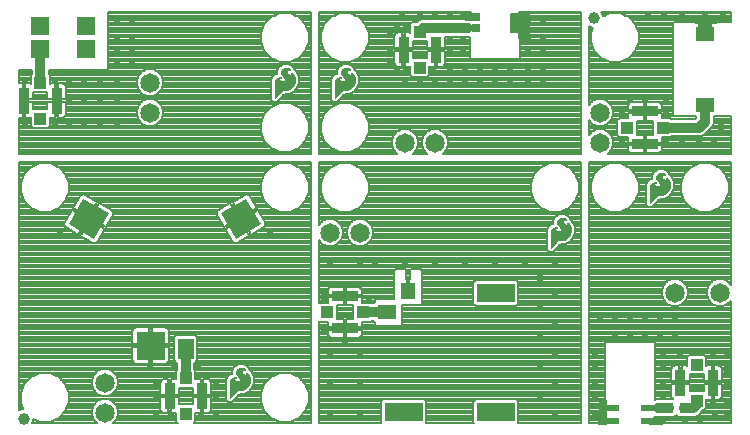
<source format=gtl>
G75*
%MOIN*%
%OFA0B0*%
%FSLAX25Y25*%
%IPPOS*%
%LPD*%
%AMOC8*
5,1,8,0,0,1.08239X$1,22.5*
%
%ADD10C,0.03937*%
%ADD11R,0.03346X0.08661*%
%ADD12R,0.03937X0.04134*%
%ADD13R,0.09449X0.09449*%
%ADD14R,0.09843X0.09843*%
%ADD15R,0.05512X0.06850*%
%ADD16R,0.12598X0.06299*%
%ADD17R,0.05118X0.05197*%
%ADD18R,0.06339X0.05118*%
%ADD19R,0.08661X0.03346*%
%ADD20R,0.04134X0.03937*%
%ADD21R,0.04331X0.01969*%
%ADD22R,0.02756X0.03543*%
%ADD23R,0.06063X0.06063*%
%ADD24R,0.06339X0.04921*%
%ADD25R,0.03150X0.06299*%
%ADD26R,0.03150X0.02559*%
%ADD27C,0.00300*%
%ADD28C,0.00800*%
%ADD29C,0.00600*%
%ADD30C,0.02400*%
%ADD31C,0.00197*%
%ADD32C,0.03460*%
%ADD33C,0.01900*%
%ADD34C,0.06500*%
D10*
X0096333Y0158000D03*
X0286333Y0291500D03*
D11*
X0233747Y0281000D03*
X0222920Y0281000D03*
X0107247Y0264000D03*
X0096420Y0264000D03*
X0144920Y0165500D03*
X0155747Y0165500D03*
X0315148Y0170000D03*
X0325975Y0170000D03*
D12*
X0320562Y0163996D03*
X0320562Y0176004D03*
X0228333Y0274996D03*
X0228333Y0287004D03*
X0101833Y0270004D03*
X0101833Y0257996D03*
X0150333Y0171504D03*
X0150333Y0159496D03*
D13*
X0138609Y0182323D03*
D14*
G36*
X0124688Y0226447D02*
X0119767Y0217924D01*
X0111244Y0222845D01*
X0116165Y0231368D01*
X0124688Y0226447D01*
G37*
G36*
X0166899Y0217924D02*
X0161978Y0226447D01*
X0170501Y0231368D01*
X0175422Y0222845D01*
X0166899Y0217924D01*
G37*
D15*
X0150223Y0181339D03*
D16*
X0222959Y0160079D03*
X0253707Y0160079D03*
X0253707Y0199921D03*
D17*
X0224377Y0200472D03*
D18*
X0217349Y0193386D03*
D19*
X0203333Y0188087D03*
X0203333Y0198913D03*
X0303333Y0249587D03*
X0303333Y0260413D03*
D20*
X0297329Y0255000D03*
X0309337Y0255000D03*
X0209337Y0193500D03*
X0197329Y0193500D03*
D21*
X0292625Y0161665D03*
X0292625Y0157335D03*
X0304042Y0157335D03*
X0304042Y0161665D03*
D22*
X0311274Y0161500D03*
X0316392Y0161500D03*
D23*
X0117010Y0281181D03*
X0117010Y0288819D03*
X0101656Y0288819D03*
X0101656Y0281181D03*
D24*
X0323333Y0286311D03*
X0323333Y0262689D03*
D25*
X0259633Y0290000D03*
D26*
X0247034Y0288130D03*
X0247034Y0291870D03*
D27*
X0206432Y0272319D02*
X0206156Y0272752D01*
X0205841Y0273106D01*
X0205526Y0273303D01*
X0205526Y0272949D01*
X0205487Y0272831D01*
X0205448Y0272752D01*
X0205329Y0272634D01*
X0205211Y0272594D01*
X0205093Y0272594D01*
X0204778Y0272673D01*
X0204621Y0272752D01*
X0204503Y0272831D01*
X0204345Y0272949D01*
X0204109Y0273185D01*
X0203951Y0273421D01*
X0203912Y0273579D01*
X0203912Y0273815D01*
X0203951Y0273933D01*
X0203991Y0274012D01*
X0204070Y0274130D01*
X0204227Y0274248D01*
X0204385Y0274327D01*
X0204581Y0274366D01*
X0204739Y0274406D01*
X0204975Y0274406D01*
X0205054Y0274366D01*
X0205093Y0274366D01*
X0205054Y0274406D01*
X0204896Y0274524D01*
X0204345Y0274799D01*
X0203991Y0274878D01*
X0203597Y0274878D01*
X0203164Y0274799D01*
X0202731Y0274563D01*
X0202377Y0274287D01*
X0202180Y0273972D01*
X0202062Y0273618D01*
X0202062Y0273303D01*
X0202140Y0272949D01*
X0202337Y0272594D01*
X0202613Y0272280D01*
X0202928Y0271925D01*
X0203203Y0271650D01*
X0203322Y0271335D01*
X0203322Y0271059D01*
X0203243Y0270823D01*
X0203085Y0270626D01*
X0202849Y0270469D01*
X0202534Y0270390D01*
X0202219Y0270390D01*
X0202022Y0270429D01*
X0201825Y0270508D01*
X0201589Y0270744D01*
X0201510Y0270862D01*
X0201471Y0270980D01*
X0201471Y0271138D01*
X0201510Y0271256D01*
X0201747Y0271492D01*
X0201865Y0271531D01*
X0202022Y0271610D01*
X0202062Y0271650D01*
X0201904Y0271728D01*
X0201432Y0271728D01*
X0201196Y0271689D01*
X0200999Y0271650D01*
X0200802Y0271571D01*
X0200644Y0271453D01*
X0200448Y0271295D01*
X0200211Y0270902D01*
X0200133Y0270626D01*
X0200093Y0270311D01*
X0200093Y0264917D01*
X0200290Y0265114D01*
X0200408Y0265311D01*
X0200605Y0265508D01*
X0200802Y0265744D01*
X0201274Y0266217D01*
X0201747Y0266768D01*
X0202140Y0267161D01*
X0202534Y0267398D01*
X0202770Y0267437D01*
X0203518Y0267437D01*
X0203991Y0267516D01*
X0204424Y0267634D01*
X0204818Y0267791D01*
X0205211Y0268028D01*
X0205526Y0268303D01*
X0205841Y0268618D01*
X0206117Y0268972D01*
X0206510Y0269681D01*
X0206707Y0270429D01*
X0206747Y0271098D01*
X0206629Y0271728D01*
X0206432Y0272319D01*
X0206433Y0272315D02*
X0202582Y0272315D01*
X0202327Y0272613D02*
X0205017Y0272613D01*
X0205268Y0272613D02*
X0206244Y0272613D01*
X0206014Y0272912D02*
X0205514Y0272912D01*
X0205526Y0273210D02*
X0205675Y0273210D01*
X0204394Y0272912D02*
X0202161Y0272912D01*
X0202082Y0273210D02*
X0204092Y0273210D01*
X0203930Y0273509D02*
X0202062Y0273509D01*
X0202125Y0273808D02*
X0203912Y0273808D01*
X0204054Y0274106D02*
X0202263Y0274106D01*
X0202527Y0274405D02*
X0204735Y0274405D01*
X0204977Y0274405D02*
X0205055Y0274405D01*
X0204537Y0274703D02*
X0202988Y0274703D01*
X0202847Y0272016D02*
X0206533Y0272016D01*
X0206631Y0271718D02*
X0203135Y0271718D01*
X0203290Y0271419D02*
X0206687Y0271419D01*
X0206743Y0271121D02*
X0203322Y0271121D01*
X0203242Y0270822D02*
X0206730Y0270822D01*
X0206713Y0270524D02*
X0202932Y0270524D01*
X0201809Y0270524D02*
X0200120Y0270524D01*
X0200093Y0270225D02*
X0206654Y0270225D01*
X0206575Y0269927D02*
X0200093Y0269927D01*
X0200093Y0269628D02*
X0206481Y0269628D01*
X0206315Y0269330D02*
X0200093Y0269330D01*
X0200093Y0269031D02*
X0206149Y0269031D01*
X0205930Y0268733D02*
X0200093Y0268733D01*
X0200093Y0268434D02*
X0205657Y0268434D01*
X0205335Y0268136D02*
X0200093Y0268136D01*
X0200093Y0267837D02*
X0204894Y0267837D01*
X0204075Y0267539D02*
X0200093Y0267539D01*
X0200093Y0267240D02*
X0202272Y0267240D01*
X0201921Y0266942D02*
X0200093Y0266942D01*
X0200093Y0266643D02*
X0201640Y0266643D01*
X0201384Y0266345D02*
X0200093Y0266345D01*
X0200093Y0266046D02*
X0201104Y0266046D01*
X0200805Y0265748D02*
X0200093Y0265748D01*
X0200093Y0265449D02*
X0200546Y0265449D01*
X0200312Y0265151D02*
X0200093Y0265151D01*
X0200189Y0270822D02*
X0201537Y0270822D01*
X0201471Y0271121D02*
X0200343Y0271121D01*
X0200603Y0271419D02*
X0201674Y0271419D01*
X0201925Y0271718D02*
X0201369Y0271718D01*
X0186747Y0271098D02*
X0186629Y0271728D01*
X0186432Y0272319D01*
X0186156Y0272752D01*
X0185841Y0273106D01*
X0185526Y0273303D01*
X0185526Y0272949D01*
X0185487Y0272831D01*
X0185448Y0272752D01*
X0185329Y0272634D01*
X0185211Y0272594D01*
X0185093Y0272594D01*
X0184778Y0272673D01*
X0184621Y0272752D01*
X0184503Y0272831D01*
X0184345Y0272949D01*
X0184109Y0273185D01*
X0183951Y0273421D01*
X0183912Y0273579D01*
X0183912Y0273815D01*
X0183951Y0273933D01*
X0183991Y0274012D01*
X0184070Y0274130D01*
X0184227Y0274248D01*
X0184385Y0274327D01*
X0184581Y0274366D01*
X0184739Y0274406D01*
X0184975Y0274406D01*
X0185054Y0274366D01*
X0185093Y0274366D01*
X0185054Y0274406D01*
X0184896Y0274524D01*
X0184345Y0274799D01*
X0183991Y0274878D01*
X0183597Y0274878D01*
X0183164Y0274799D01*
X0182731Y0274563D01*
X0182377Y0274287D01*
X0182180Y0273972D01*
X0182062Y0273618D01*
X0182062Y0273303D01*
X0182140Y0272949D01*
X0182337Y0272594D01*
X0182613Y0272280D01*
X0182928Y0271925D01*
X0183203Y0271650D01*
X0183322Y0271335D01*
X0183322Y0271059D01*
X0183243Y0270823D01*
X0183085Y0270626D01*
X0182849Y0270469D01*
X0182534Y0270390D01*
X0182219Y0270390D01*
X0182022Y0270429D01*
X0181825Y0270508D01*
X0181589Y0270744D01*
X0181510Y0270862D01*
X0181471Y0270980D01*
X0181471Y0271138D01*
X0181510Y0271256D01*
X0181747Y0271492D01*
X0181865Y0271531D01*
X0182022Y0271610D01*
X0182062Y0271650D01*
X0181904Y0271728D01*
X0181432Y0271728D01*
X0181196Y0271689D01*
X0180999Y0271650D01*
X0180802Y0271571D01*
X0180644Y0271453D01*
X0180448Y0271295D01*
X0180211Y0270902D01*
X0180133Y0270626D01*
X0180093Y0270311D01*
X0180093Y0264917D01*
X0180290Y0265114D01*
X0180408Y0265311D01*
X0180605Y0265508D01*
X0180802Y0265744D01*
X0181274Y0266217D01*
X0181747Y0266768D01*
X0182140Y0267161D01*
X0182534Y0267398D01*
X0182770Y0267437D01*
X0183518Y0267437D01*
X0183991Y0267516D01*
X0184424Y0267634D01*
X0184818Y0267791D01*
X0185211Y0268028D01*
X0185526Y0268303D01*
X0185841Y0268618D01*
X0186117Y0268972D01*
X0186510Y0269681D01*
X0186707Y0270429D01*
X0186747Y0271098D01*
X0186743Y0271121D02*
X0183322Y0271121D01*
X0183290Y0271419D02*
X0186687Y0271419D01*
X0186631Y0271718D02*
X0183135Y0271718D01*
X0182847Y0272016D02*
X0186533Y0272016D01*
X0186433Y0272315D02*
X0182582Y0272315D01*
X0182327Y0272613D02*
X0185017Y0272613D01*
X0185268Y0272613D02*
X0186244Y0272613D01*
X0186014Y0272912D02*
X0185514Y0272912D01*
X0185526Y0273210D02*
X0185675Y0273210D01*
X0184394Y0272912D02*
X0182161Y0272912D01*
X0182082Y0273210D02*
X0184092Y0273210D01*
X0183930Y0273509D02*
X0182062Y0273509D01*
X0182125Y0273808D02*
X0183912Y0273808D01*
X0184054Y0274106D02*
X0182263Y0274106D01*
X0182527Y0274405D02*
X0184735Y0274405D01*
X0184977Y0274405D02*
X0185055Y0274405D01*
X0184537Y0274703D02*
X0182988Y0274703D01*
X0181925Y0271718D02*
X0181369Y0271718D01*
X0181674Y0271419D02*
X0180603Y0271419D01*
X0180343Y0271121D02*
X0181471Y0271121D01*
X0181537Y0270822D02*
X0180189Y0270822D01*
X0180120Y0270524D02*
X0181809Y0270524D01*
X0182932Y0270524D02*
X0186713Y0270524D01*
X0186730Y0270822D02*
X0183242Y0270822D01*
X0180093Y0270225D02*
X0186654Y0270225D01*
X0186575Y0269927D02*
X0180093Y0269927D01*
X0180093Y0269628D02*
X0186481Y0269628D01*
X0186315Y0269330D02*
X0180093Y0269330D01*
X0180093Y0269031D02*
X0186149Y0269031D01*
X0185930Y0268733D02*
X0180093Y0268733D01*
X0180093Y0268434D02*
X0185657Y0268434D01*
X0185335Y0268136D02*
X0180093Y0268136D01*
X0180093Y0267837D02*
X0184894Y0267837D01*
X0184075Y0267539D02*
X0180093Y0267539D01*
X0180093Y0267240D02*
X0182272Y0267240D01*
X0181921Y0266942D02*
X0180093Y0266942D01*
X0180093Y0266643D02*
X0181640Y0266643D01*
X0181384Y0266345D02*
X0180093Y0266345D01*
X0180093Y0266046D02*
X0181104Y0266046D01*
X0180805Y0265748D02*
X0180093Y0265748D01*
X0180093Y0265449D02*
X0180546Y0265449D01*
X0180312Y0265151D02*
X0180093Y0265151D01*
X0272211Y0220902D02*
X0272133Y0220626D01*
X0272093Y0220311D01*
X0272093Y0214917D01*
X0272290Y0215114D01*
X0272408Y0215311D01*
X0272605Y0215508D01*
X0272802Y0215744D01*
X0273274Y0216217D01*
X0273747Y0216768D01*
X0274140Y0217161D01*
X0274534Y0217398D01*
X0274770Y0217437D01*
X0275518Y0217437D01*
X0275991Y0217516D01*
X0276424Y0217634D01*
X0276818Y0217791D01*
X0277211Y0218028D01*
X0277526Y0218303D01*
X0277841Y0218618D01*
X0278117Y0218972D01*
X0278510Y0219681D01*
X0278707Y0220429D01*
X0278747Y0221098D01*
X0278629Y0221728D01*
X0278432Y0222319D01*
X0278156Y0222752D01*
X0277841Y0223106D01*
X0277526Y0223303D01*
X0277526Y0222949D01*
X0277487Y0222831D01*
X0277448Y0222752D01*
X0277329Y0222634D01*
X0277211Y0222594D01*
X0277093Y0222594D01*
X0276778Y0222673D01*
X0276621Y0222752D01*
X0276503Y0222831D01*
X0276345Y0222949D01*
X0276109Y0223185D01*
X0275951Y0223421D01*
X0275912Y0223579D01*
X0275912Y0223815D01*
X0275951Y0223933D01*
X0275991Y0224012D01*
X0276070Y0224130D01*
X0276227Y0224248D01*
X0276385Y0224327D01*
X0276581Y0224366D01*
X0276739Y0224406D01*
X0276975Y0224406D01*
X0277054Y0224366D01*
X0277093Y0224366D01*
X0277054Y0224406D01*
X0276896Y0224524D01*
X0276345Y0224799D01*
X0275991Y0224878D01*
X0275597Y0224878D01*
X0275164Y0224799D01*
X0274731Y0224563D01*
X0274377Y0224287D01*
X0274180Y0223972D01*
X0274062Y0223618D01*
X0274062Y0223303D01*
X0274140Y0222949D01*
X0274337Y0222594D01*
X0274613Y0222280D01*
X0274928Y0221925D01*
X0275203Y0221650D01*
X0275322Y0221335D01*
X0275322Y0221059D01*
X0275243Y0220823D01*
X0275085Y0220626D01*
X0274849Y0220469D01*
X0274534Y0220390D01*
X0274219Y0220390D01*
X0274022Y0220429D01*
X0273825Y0220508D01*
X0273589Y0220744D01*
X0273510Y0220862D01*
X0273471Y0220980D01*
X0273471Y0221138D01*
X0273510Y0221256D01*
X0273747Y0221492D01*
X0273865Y0221531D01*
X0274022Y0221610D01*
X0274062Y0221650D01*
X0273904Y0221728D01*
X0273432Y0221728D01*
X0273196Y0221689D01*
X0272999Y0221650D01*
X0272802Y0221571D01*
X0272644Y0221453D01*
X0272448Y0221295D01*
X0272211Y0220902D01*
X0272253Y0220971D02*
X0273474Y0220971D01*
X0273524Y0221270D02*
X0272432Y0221270D01*
X0272798Y0221568D02*
X0273938Y0221568D01*
X0273661Y0220672D02*
X0272146Y0220672D01*
X0272101Y0220374D02*
X0278693Y0220374D01*
X0278722Y0220672D02*
X0275123Y0220672D01*
X0275292Y0220971D02*
X0278739Y0220971D01*
X0278715Y0221270D02*
X0275322Y0221270D01*
X0275234Y0221568D02*
X0278659Y0221568D01*
X0278583Y0221867D02*
X0274986Y0221867D01*
X0274715Y0222165D02*
X0278483Y0222165D01*
X0278340Y0222464D02*
X0274452Y0222464D01*
X0274244Y0222762D02*
X0276606Y0222762D01*
X0276233Y0223061D02*
X0274116Y0223061D01*
X0274062Y0223359D02*
X0275993Y0223359D01*
X0275912Y0223658D02*
X0274075Y0223658D01*
X0274174Y0223956D02*
X0275963Y0223956D01*
X0276240Y0224255D02*
X0274356Y0224255D01*
X0274718Y0224553D02*
X0276837Y0224553D01*
X0276109Y0224852D02*
X0275452Y0224852D01*
X0277526Y0223061D02*
X0277882Y0223061D01*
X0278147Y0222762D02*
X0277453Y0222762D01*
X0278614Y0220075D02*
X0272093Y0220075D01*
X0272093Y0219777D02*
X0278536Y0219777D01*
X0278398Y0219478D02*
X0272093Y0219478D01*
X0272093Y0219180D02*
X0278232Y0219180D01*
X0278046Y0218881D02*
X0272093Y0218881D01*
X0272093Y0218583D02*
X0277806Y0218583D01*
X0277505Y0218284D02*
X0272093Y0218284D01*
X0272093Y0217986D02*
X0277142Y0217986D01*
X0276558Y0217687D02*
X0272093Y0217687D01*
X0272093Y0217389D02*
X0274519Y0217389D01*
X0274069Y0217090D02*
X0272093Y0217090D01*
X0272093Y0216792D02*
X0273771Y0216792D01*
X0273512Y0216493D02*
X0272093Y0216493D01*
X0272093Y0216195D02*
X0273253Y0216195D01*
X0272954Y0215896D02*
X0272093Y0215896D01*
X0272093Y0215598D02*
X0272680Y0215598D01*
X0272401Y0215299D02*
X0272093Y0215299D01*
X0272093Y0215001D02*
X0272177Y0215001D01*
X0305093Y0229917D02*
X0305290Y0230114D01*
X0305408Y0230311D01*
X0305605Y0230508D01*
X0305802Y0230744D01*
X0306274Y0231217D01*
X0306747Y0231768D01*
X0307140Y0232161D01*
X0307534Y0232398D01*
X0307770Y0232437D01*
X0308518Y0232437D01*
X0308991Y0232516D01*
X0309424Y0232634D01*
X0309818Y0232791D01*
X0310211Y0233028D01*
X0310526Y0233303D01*
X0310841Y0233618D01*
X0311117Y0233972D01*
X0311510Y0234681D01*
X0311707Y0235429D01*
X0311747Y0236098D01*
X0311629Y0236728D01*
X0311432Y0237319D01*
X0311156Y0237752D01*
X0310841Y0238106D01*
X0310526Y0238303D01*
X0310526Y0237949D01*
X0310487Y0237831D01*
X0310448Y0237752D01*
X0310329Y0237634D01*
X0310211Y0237594D01*
X0310093Y0237594D01*
X0309778Y0237673D01*
X0309621Y0237752D01*
X0309503Y0237831D01*
X0309345Y0237949D01*
X0309109Y0238185D01*
X0308951Y0238421D01*
X0308912Y0238579D01*
X0308912Y0238815D01*
X0308951Y0238933D01*
X0308991Y0239012D01*
X0309070Y0239130D01*
X0309227Y0239248D01*
X0309385Y0239327D01*
X0309581Y0239366D01*
X0309739Y0239406D01*
X0309975Y0239406D01*
X0310054Y0239366D01*
X0310093Y0239366D01*
X0310054Y0239406D01*
X0309896Y0239524D01*
X0309345Y0239799D01*
X0308991Y0239878D01*
X0308597Y0239878D01*
X0308164Y0239799D01*
X0307731Y0239563D01*
X0307377Y0239287D01*
X0307180Y0238972D01*
X0307062Y0238618D01*
X0307062Y0238303D01*
X0307140Y0237949D01*
X0307337Y0237594D01*
X0307613Y0237280D01*
X0307928Y0236925D01*
X0308203Y0236650D01*
X0308322Y0236335D01*
X0308322Y0236059D01*
X0308243Y0235823D01*
X0308085Y0235626D01*
X0307849Y0235469D01*
X0307534Y0235390D01*
X0307219Y0235390D01*
X0307022Y0235429D01*
X0306825Y0235508D01*
X0306589Y0235744D01*
X0306510Y0235862D01*
X0306471Y0235980D01*
X0306471Y0236138D01*
X0306510Y0236256D01*
X0306747Y0236492D01*
X0306865Y0236531D01*
X0307022Y0236610D01*
X0307062Y0236650D01*
X0306904Y0236728D01*
X0306432Y0236728D01*
X0306196Y0236689D01*
X0305999Y0236650D01*
X0305802Y0236571D01*
X0305644Y0236453D01*
X0305448Y0236295D01*
X0305211Y0235902D01*
X0305133Y0235626D01*
X0305093Y0235311D01*
X0305093Y0229917D01*
X0305093Y0229926D02*
X0305102Y0229926D01*
X0305093Y0230225D02*
X0305356Y0230225D01*
X0305618Y0230523D02*
X0305093Y0230523D01*
X0305093Y0230822D02*
X0305880Y0230822D01*
X0306178Y0231120D02*
X0305093Y0231120D01*
X0305093Y0231419D02*
X0306448Y0231419D01*
X0306704Y0231717D02*
X0305093Y0231717D01*
X0305093Y0232016D02*
X0306995Y0232016D01*
X0307395Y0232314D02*
X0305093Y0232314D01*
X0305093Y0232613D02*
X0309347Y0232613D01*
X0310018Y0232911D02*
X0305093Y0232911D01*
X0305093Y0233210D02*
X0310420Y0233210D01*
X0310732Y0233508D02*
X0305093Y0233508D01*
X0305093Y0233807D02*
X0310988Y0233807D01*
X0311191Y0234105D02*
X0305093Y0234105D01*
X0305093Y0234404D02*
X0311357Y0234404D01*
X0311516Y0234703D02*
X0305093Y0234703D01*
X0305093Y0235001D02*
X0311595Y0235001D01*
X0311673Y0235300D02*
X0305093Y0235300D01*
X0305129Y0235598D02*
X0306735Y0235598D01*
X0306499Y0235897D02*
X0305210Y0235897D01*
X0305387Y0236195D02*
X0306490Y0236195D01*
X0306751Y0236494D02*
X0305699Y0236494D01*
X0307286Y0237688D02*
X0309749Y0237688D01*
X0309308Y0237986D02*
X0307132Y0237986D01*
X0307066Y0238285D02*
X0309043Y0238285D01*
X0308912Y0238583D02*
X0307062Y0238583D01*
X0307150Y0238882D02*
X0308934Y0238882D01*
X0309137Y0239180D02*
X0307310Y0239180D01*
X0307623Y0239479D02*
X0309956Y0239479D01*
X0309389Y0239777D02*
X0308124Y0239777D01*
X0307517Y0237389D02*
X0311387Y0237389D01*
X0311508Y0237091D02*
X0307781Y0237091D01*
X0308061Y0236792D02*
X0311607Y0236792D01*
X0311673Y0236494D02*
X0308262Y0236494D01*
X0308322Y0236195D02*
X0311729Y0236195D01*
X0311735Y0235897D02*
X0308267Y0235897D01*
X0308043Y0235598D02*
X0311717Y0235598D01*
X0311197Y0237688D02*
X0310383Y0237688D01*
X0310526Y0237986D02*
X0310948Y0237986D01*
X0310556Y0238285D02*
X0310526Y0238285D01*
X0171432Y0172319D02*
X0171156Y0172752D01*
X0170841Y0173106D01*
X0170526Y0173303D01*
X0170526Y0172949D01*
X0170487Y0172831D01*
X0170448Y0172752D01*
X0170329Y0172634D01*
X0170211Y0172594D01*
X0170093Y0172594D01*
X0169778Y0172673D01*
X0169621Y0172752D01*
X0169503Y0172831D01*
X0169345Y0172949D01*
X0169109Y0173185D01*
X0168951Y0173421D01*
X0168912Y0173579D01*
X0168912Y0173815D01*
X0168951Y0173933D01*
X0168991Y0174012D01*
X0169070Y0174130D01*
X0169227Y0174248D01*
X0169385Y0174327D01*
X0169581Y0174366D01*
X0169739Y0174406D01*
X0169975Y0174406D01*
X0170054Y0174366D01*
X0170093Y0174366D01*
X0170054Y0174406D01*
X0169896Y0174524D01*
X0169345Y0174799D01*
X0168991Y0174878D01*
X0168597Y0174878D01*
X0168164Y0174799D01*
X0167731Y0174563D01*
X0167377Y0174287D01*
X0167180Y0173972D01*
X0167062Y0173618D01*
X0167062Y0173303D01*
X0167140Y0172949D01*
X0167337Y0172594D01*
X0167613Y0172280D01*
X0167928Y0171925D01*
X0168203Y0171650D01*
X0168322Y0171335D01*
X0168322Y0171059D01*
X0168243Y0170823D01*
X0168085Y0170626D01*
X0167849Y0170469D01*
X0167534Y0170390D01*
X0167219Y0170390D01*
X0167022Y0170429D01*
X0166825Y0170508D01*
X0166589Y0170744D01*
X0166510Y0170862D01*
X0166471Y0170980D01*
X0166471Y0171138D01*
X0166510Y0171256D01*
X0166747Y0171492D01*
X0166865Y0171531D01*
X0167022Y0171610D01*
X0167062Y0171650D01*
X0166904Y0171728D01*
X0166432Y0171728D01*
X0166196Y0171689D01*
X0165999Y0171650D01*
X0165802Y0171571D01*
X0165644Y0171453D01*
X0165448Y0171295D01*
X0165211Y0170902D01*
X0165133Y0170626D01*
X0165093Y0170311D01*
X0165093Y0164917D01*
X0165290Y0165114D01*
X0165408Y0165311D01*
X0165605Y0165508D01*
X0165802Y0165744D01*
X0166274Y0166217D01*
X0166747Y0166768D01*
X0167140Y0167161D01*
X0167534Y0167398D01*
X0167770Y0167437D01*
X0168518Y0167437D01*
X0168991Y0167516D01*
X0169424Y0167634D01*
X0169818Y0167791D01*
X0170211Y0168028D01*
X0170526Y0168303D01*
X0170841Y0168618D01*
X0171117Y0168972D01*
X0171510Y0169681D01*
X0171707Y0170429D01*
X0171747Y0171098D01*
X0171629Y0171728D01*
X0171432Y0172319D01*
X0171434Y0172314D02*
X0167583Y0172314D01*
X0167327Y0172612D02*
X0170022Y0172612D01*
X0170264Y0172612D02*
X0171245Y0172612D01*
X0171015Y0172911D02*
X0170514Y0172911D01*
X0170526Y0173209D02*
X0170677Y0173209D01*
X0169396Y0172911D02*
X0167162Y0172911D01*
X0167083Y0173209D02*
X0169093Y0173209D01*
X0168930Y0173508D02*
X0167062Y0173508D01*
X0167124Y0173806D02*
X0168912Y0173806D01*
X0169053Y0174105D02*
X0167262Y0174105D01*
X0167526Y0174403D02*
X0169730Y0174403D01*
X0169980Y0174403D02*
X0170056Y0174403D01*
X0169540Y0174702D02*
X0167985Y0174702D01*
X0167848Y0172015D02*
X0171533Y0172015D01*
X0171631Y0171717D02*
X0168136Y0171717D01*
X0168290Y0171418D02*
X0171687Y0171418D01*
X0171743Y0171120D02*
X0168322Y0171120D01*
X0168241Y0170821D02*
X0171730Y0170821D01*
X0171713Y0170523D02*
X0167930Y0170523D01*
X0166811Y0170523D02*
X0165120Y0170523D01*
X0165093Y0170224D02*
X0171653Y0170224D01*
X0171575Y0169926D02*
X0165093Y0169926D01*
X0165093Y0169627D02*
X0171480Y0169627D01*
X0171315Y0169329D02*
X0165093Y0169329D01*
X0165093Y0169030D02*
X0171149Y0169030D01*
X0170929Y0168732D02*
X0165093Y0168732D01*
X0165093Y0168433D02*
X0170656Y0168433D01*
X0170333Y0168134D02*
X0165093Y0168134D01*
X0165093Y0167836D02*
X0169892Y0167836D01*
X0169070Y0167537D02*
X0165093Y0167537D01*
X0165093Y0167239D02*
X0167270Y0167239D01*
X0166919Y0166940D02*
X0165093Y0166940D01*
X0165093Y0166642D02*
X0166639Y0166642D01*
X0166383Y0166343D02*
X0165093Y0166343D01*
X0165093Y0166045D02*
X0166103Y0166045D01*
X0165804Y0165746D02*
X0165093Y0165746D01*
X0165093Y0165448D02*
X0165545Y0165448D01*
X0165311Y0165149D02*
X0165093Y0165149D01*
X0165188Y0170821D02*
X0166538Y0170821D01*
X0166471Y0171120D02*
X0165342Y0171120D01*
X0165601Y0171418D02*
X0166673Y0171418D01*
X0166928Y0171717D02*
X0166361Y0171717D01*
D28*
X0165712Y0172989D02*
X0165661Y0172968D01*
X0165616Y0172961D01*
X0165439Y0172986D01*
X0165308Y0172888D01*
X0165186Y0172864D01*
X0165115Y0172758D01*
X0165095Y0172742D01*
X0164781Y0172617D01*
X0164735Y0172509D01*
X0164578Y0172469D01*
X0164437Y0172234D01*
X0164387Y0172197D01*
X0164384Y0172173D01*
X0164168Y0172000D01*
X0164152Y0171857D01*
X0164067Y0171810D01*
X0163962Y0171444D01*
X0163942Y0171410D01*
X0163862Y0171348D01*
X0163851Y0171259D01*
X0163766Y0171117D01*
X0163811Y0170938D01*
X0163743Y0170870D01*
X0163743Y0170677D01*
X0163681Y0170459D01*
X0163738Y0170356D01*
X0163684Y0169924D01*
X0163743Y0169848D01*
X0163743Y0164358D01*
X0164534Y0163567D01*
X0165652Y0163567D01*
X0165980Y0163895D01*
X0166160Y0163940D01*
X0166362Y0164277D01*
X0166640Y0164555D01*
X0166640Y0164634D01*
X0166918Y0164912D01*
X0166935Y0164913D01*
X0167266Y0165299D01*
X0167624Y0165657D01*
X0167624Y0165717D01*
X0167738Y0165850D01*
X0167975Y0166087D01*
X0168086Y0166087D01*
X0168189Y0166013D01*
X0168630Y0166087D01*
X0168770Y0166087D01*
X0168807Y0166066D01*
X0168883Y0166087D01*
X0169078Y0166087D01*
X0169151Y0166160D01*
X0169280Y0166195D01*
X0169333Y0166204D01*
X0169406Y0166173D01*
X0169593Y0166247D01*
X0169764Y0166276D01*
X0169804Y0166332D01*
X0169854Y0166352D01*
X0169928Y0166372D01*
X0170033Y0166346D01*
X0170199Y0166446D01*
X0170319Y0166479D01*
X0170352Y0166538D01*
X0170419Y0166578D01*
X0170596Y0166649D01*
X0170679Y0166643D01*
X0170761Y0166715D01*
X0170838Y0166746D01*
X0170863Y0166804D01*
X0171009Y0166932D01*
X0171045Y0166953D01*
X0171085Y0166953D01*
X0171147Y0167015D01*
X0171385Y0167158D01*
X0171417Y0167285D01*
X0171449Y0167317D01*
X0171471Y0167336D01*
X0171564Y0167348D01*
X0171732Y0167564D01*
X0171836Y0167655D01*
X0171839Y0167702D01*
X0171855Y0167723D01*
X0171934Y0167802D01*
X0172025Y0167828D01*
X0172107Y0167974D01*
X0172191Y0168059D01*
X0172191Y0168127D01*
X0172246Y0168226D01*
X0172526Y0168585D01*
X0172511Y0168702D01*
X0172674Y0168797D01*
X0172773Y0169174D01*
X0172962Y0169514D01*
X0172911Y0169693D01*
X0173022Y0169792D01*
X0173047Y0170216D01*
X0173155Y0170626D01*
X0173111Y0170702D01*
X0173177Y0170798D01*
X0173104Y0171184D01*
X0173127Y0171577D01*
X0173086Y0171624D01*
X0173086Y0171625D01*
X0172938Y0172068D01*
X0172856Y0172506D01*
X0172871Y0172572D01*
X0172660Y0172903D01*
X0172536Y0173276D01*
X0172465Y0173312D01*
X0172237Y0173568D01*
X0172054Y0173856D01*
X0172031Y0173955D01*
X0171721Y0174148D01*
X0171479Y0174421D01*
X0171458Y0174422D01*
X0171443Y0174467D01*
X0171443Y0174925D01*
X0171327Y0175042D01*
X0171311Y0175150D01*
X0171184Y0175246D01*
X0171158Y0175324D01*
X0171032Y0175387D01*
X0171000Y0175481D01*
X0170775Y0175594D01*
X0170613Y0175755D01*
X0170504Y0175755D01*
X0170259Y0175939D01*
X0170223Y0175934D01*
X0170184Y0175996D01*
X0169800Y0176081D01*
X0169594Y0176184D01*
X0169550Y0176228D01*
X0169506Y0176228D01*
X0169449Y0176257D01*
X0169362Y0176228D01*
X0169139Y0176228D01*
X0168962Y0176267D01*
X0168906Y0176306D01*
X0168840Y0176294D01*
X0168738Y0176317D01*
X0168647Y0176259D01*
X0168475Y0176228D01*
X0168091Y0176228D01*
X0168008Y0176252D01*
X0167709Y0176089D01*
X0167372Y0176027D01*
X0167323Y0175956D01*
X0166989Y0175696D01*
X0166631Y0175501D01*
X0166528Y0175477D01*
X0166359Y0175206D01*
X0166106Y0175010D01*
X0166098Y0174941D01*
X0166076Y0174930D01*
X0165950Y0174552D01*
X0165739Y0174214D01*
X0165740Y0174206D01*
X0165712Y0174177D01*
X0165712Y0173837D01*
X0165604Y0173515D01*
X0165654Y0173415D01*
X0165712Y0173155D01*
X0165712Y0172989D01*
X0165665Y0173366D02*
X0153502Y0173366D01*
X0153502Y0174068D02*
X0153153Y0174417D01*
X0153153Y0176713D01*
X0153476Y0176713D01*
X0154179Y0177416D01*
X0154179Y0185261D01*
X0153476Y0185964D01*
X0146970Y0185964D01*
X0146267Y0185261D01*
X0146267Y0177416D01*
X0146970Y0176713D01*
X0147293Y0176713D01*
X0147293Y0174196D01*
X0147165Y0174068D01*
X0147165Y0171117D01*
X0147134Y0171135D01*
X0146777Y0171231D01*
X0145320Y0171231D01*
X0145320Y0165900D01*
X0147993Y0165900D01*
X0147993Y0168237D01*
X0152673Y0168237D01*
X0152673Y0165900D01*
X0155347Y0165900D01*
X0155347Y0171231D01*
X0153889Y0171231D01*
X0153533Y0171135D01*
X0153502Y0171117D01*
X0153502Y0174068D01*
X0153405Y0174164D02*
X0165712Y0174164D01*
X0166101Y0174963D02*
X0153153Y0174963D01*
X0153153Y0175761D02*
X0167073Y0175761D01*
X0170496Y0175761D02*
X0192033Y0175761D01*
X0192033Y0174963D02*
X0171406Y0174963D01*
X0171707Y0174164D02*
X0192033Y0174164D01*
X0192033Y0173366D02*
X0172417Y0173366D01*
X0172870Y0172567D02*
X0180436Y0172567D01*
X0181722Y0173100D02*
X0178745Y0171867D01*
X0176466Y0169588D01*
X0175233Y0166611D01*
X0175233Y0163389D01*
X0176466Y0160412D01*
X0178745Y0158133D01*
X0181722Y0156900D01*
X0183002Y0156900D01*
X0184945Y0156900D01*
X0187922Y0158133D01*
X0190200Y0160412D01*
X0191433Y0163389D01*
X0191433Y0166611D01*
X0190200Y0169588D01*
X0190200Y0169588D01*
X0187922Y0171867D01*
X0187922Y0171867D01*
X0184945Y0173100D01*
X0181722Y0173100D01*
X0178745Y0171867D02*
X0178745Y0171867D01*
X0178647Y0171769D02*
X0173038Y0171769D01*
X0173144Y0170970D02*
X0177848Y0170970D01*
X0177050Y0170172D02*
X0173045Y0170172D01*
X0172884Y0169373D02*
X0176377Y0169373D01*
X0176466Y0169588D02*
X0176466Y0169588D01*
X0176047Y0168575D02*
X0172518Y0168575D01*
X0171908Y0167776D02*
X0175716Y0167776D01*
X0175385Y0166978D02*
X0171110Y0166978D01*
X0169422Y0166179D02*
X0175233Y0166179D01*
X0175233Y0165381D02*
X0167348Y0165381D01*
X0166640Y0164582D02*
X0175233Y0164582D01*
X0175233Y0163784D02*
X0165869Y0163784D01*
X0164318Y0163784D02*
X0158820Y0163784D01*
X0158820Y0164582D02*
X0163743Y0164582D01*
X0163743Y0165381D02*
X0156147Y0165381D01*
X0156147Y0165100D02*
X0156147Y0165900D01*
X0158820Y0165900D01*
X0158820Y0170015D01*
X0158725Y0170371D01*
X0158540Y0170690D01*
X0158280Y0170951D01*
X0157960Y0171135D01*
X0157604Y0171231D01*
X0156147Y0171231D01*
X0156147Y0165900D01*
X0155347Y0165900D01*
X0155347Y0165100D01*
X0156147Y0165100D01*
X0158820Y0165100D01*
X0158820Y0160985D01*
X0158725Y0160629D01*
X0158540Y0160310D01*
X0158280Y0160049D01*
X0157960Y0159865D01*
X0157604Y0159769D01*
X0156147Y0159769D01*
X0156147Y0165100D01*
X0156147Y0164582D02*
X0155347Y0164582D01*
X0155347Y0165100D02*
X0155347Y0159769D01*
X0153889Y0159769D01*
X0153533Y0159865D01*
X0153502Y0159883D01*
X0153502Y0156932D01*
X0152970Y0156400D01*
X0192033Y0156400D01*
X0192033Y0243700D01*
X0094733Y0243700D01*
X0094733Y0160767D01*
X0095703Y0161168D01*
X0096153Y0161168D01*
X0095233Y0163389D01*
X0095233Y0166611D01*
X0096466Y0169588D01*
X0096466Y0169588D01*
X0098745Y0171867D01*
X0098745Y0171867D01*
X0101722Y0173100D01*
X0104945Y0173100D01*
X0107922Y0171867D01*
X0107922Y0171867D01*
X0110200Y0169588D01*
X0110200Y0169588D01*
X0111433Y0166611D01*
X0111433Y0163389D01*
X0110200Y0160412D01*
X0110200Y0160412D01*
X0107922Y0158133D01*
X0107922Y0158133D01*
X0104945Y0156900D01*
X0104945Y0156900D01*
X0103665Y0156900D01*
X0101722Y0156900D01*
X0099502Y0157820D01*
X0099502Y0157370D01*
X0099100Y0156400D01*
X0120640Y0156400D01*
X0119561Y0157479D01*
X0118883Y0159115D01*
X0118883Y0160885D01*
X0119561Y0162521D01*
X0120813Y0163773D01*
X0122448Y0164450D01*
X0124218Y0164450D01*
X0125854Y0163773D01*
X0127106Y0162521D01*
X0127783Y0160885D01*
X0127783Y0159115D01*
X0127106Y0157479D01*
X0126027Y0156400D01*
X0147697Y0156400D01*
X0147165Y0156932D01*
X0147165Y0159883D01*
X0147134Y0159865D01*
X0146777Y0159769D01*
X0145320Y0159769D01*
X0145320Y0165100D01*
X0145320Y0165900D01*
X0144520Y0165900D01*
X0144520Y0171231D01*
X0143062Y0171231D01*
X0142706Y0171135D01*
X0142387Y0170951D01*
X0142126Y0170690D01*
X0141942Y0170371D01*
X0141847Y0170015D01*
X0141847Y0165900D01*
X0144520Y0165900D01*
X0144520Y0165100D01*
X0145320Y0165100D01*
X0147993Y0165100D01*
X0147993Y0162763D01*
X0152673Y0162763D01*
X0152673Y0165100D01*
X0155347Y0165100D01*
X0155347Y0165381D02*
X0145320Y0165381D01*
X0145320Y0166179D02*
X0144520Y0166179D01*
X0144520Y0165381D02*
X0111433Y0165381D01*
X0111433Y0166179D02*
X0120929Y0166179D01*
X0120813Y0166227D02*
X0122448Y0165550D01*
X0124218Y0165550D01*
X0125854Y0166227D01*
X0127106Y0167479D01*
X0127783Y0169115D01*
X0127783Y0170885D01*
X0127106Y0172521D01*
X0125854Y0173773D01*
X0124218Y0174450D01*
X0122448Y0174450D01*
X0120813Y0173773D01*
X0119561Y0172521D01*
X0118883Y0170885D01*
X0118883Y0169115D01*
X0119561Y0167479D01*
X0120813Y0166227D01*
X0120062Y0166978D02*
X0111282Y0166978D01*
X0110951Y0167776D02*
X0119438Y0167776D01*
X0119107Y0168575D02*
X0110620Y0168575D01*
X0110289Y0169373D02*
X0118883Y0169373D01*
X0118883Y0170172D02*
X0109617Y0170172D01*
X0108818Y0170970D02*
X0118919Y0170970D01*
X0119249Y0171769D02*
X0108020Y0171769D01*
X0106231Y0172567D02*
X0119607Y0172567D01*
X0120406Y0173366D02*
X0094733Y0173366D01*
X0094733Y0174164D02*
X0121758Y0174164D01*
X0124908Y0174164D02*
X0147261Y0174164D01*
X0147293Y0174963D02*
X0094733Y0174963D01*
X0094733Y0175761D02*
X0147293Y0175761D01*
X0147293Y0176560D02*
X0144275Y0176560D01*
X0144193Y0176478D02*
X0144454Y0176739D01*
X0144638Y0177058D01*
X0144733Y0177414D01*
X0144733Y0181923D01*
X0139009Y0181923D01*
X0139009Y0182723D01*
X0138209Y0182723D01*
X0138209Y0188447D01*
X0133700Y0188447D01*
X0133344Y0188352D01*
X0133025Y0188168D01*
X0132764Y0187907D01*
X0132580Y0187588D01*
X0132485Y0187232D01*
X0132485Y0182723D01*
X0138209Y0182723D01*
X0138209Y0181923D01*
X0132485Y0181923D01*
X0132485Y0177414D01*
X0132580Y0177058D01*
X0132764Y0176739D01*
X0133025Y0176478D01*
X0133344Y0176294D01*
X0133700Y0176198D01*
X0138209Y0176198D01*
X0138209Y0181923D01*
X0139009Y0181923D01*
X0139009Y0176198D01*
X0143518Y0176198D01*
X0143874Y0176294D01*
X0144193Y0176478D01*
X0144718Y0177358D02*
X0146325Y0177358D01*
X0146267Y0178157D02*
X0144733Y0178157D01*
X0144733Y0178955D02*
X0146267Y0178955D01*
X0146267Y0179754D02*
X0144733Y0179754D01*
X0144733Y0180552D02*
X0146267Y0180552D01*
X0146267Y0181351D02*
X0144733Y0181351D01*
X0144733Y0182723D02*
X0144733Y0187232D01*
X0144638Y0187588D01*
X0144454Y0187907D01*
X0144193Y0188168D01*
X0143874Y0188352D01*
X0143518Y0188447D01*
X0139009Y0188447D01*
X0139009Y0182723D01*
X0144733Y0182723D01*
X0144733Y0182948D02*
X0146267Y0182948D01*
X0146267Y0183746D02*
X0144733Y0183746D01*
X0144733Y0184545D02*
X0146267Y0184545D01*
X0146350Y0185343D02*
X0144733Y0185343D01*
X0144733Y0186142D02*
X0192033Y0186142D01*
X0192033Y0186940D02*
X0144733Y0186940D01*
X0144551Y0187739D02*
X0192033Y0187739D01*
X0192033Y0188537D02*
X0094733Y0188537D01*
X0094733Y0187739D02*
X0132667Y0187739D01*
X0132485Y0186940D02*
X0094733Y0186940D01*
X0094733Y0186142D02*
X0132485Y0186142D01*
X0132485Y0185343D02*
X0094733Y0185343D01*
X0094733Y0184545D02*
X0132485Y0184545D01*
X0132485Y0183746D02*
X0094733Y0183746D01*
X0094733Y0182948D02*
X0132485Y0182948D01*
X0132485Y0181351D02*
X0094733Y0181351D01*
X0094733Y0182149D02*
X0138209Y0182149D01*
X0138209Y0181351D02*
X0139009Y0181351D01*
X0139009Y0182149D02*
X0146267Y0182149D01*
X0154179Y0182149D02*
X0192033Y0182149D01*
X0192033Y0181351D02*
X0154179Y0181351D01*
X0154179Y0180552D02*
X0192033Y0180552D01*
X0192033Y0179754D02*
X0154179Y0179754D01*
X0154179Y0178955D02*
X0192033Y0178955D01*
X0192033Y0178157D02*
X0154179Y0178157D01*
X0154121Y0177358D02*
X0192033Y0177358D01*
X0192033Y0176560D02*
X0153153Y0176560D01*
X0153502Y0172567D02*
X0164760Y0172567D01*
X0164055Y0171769D02*
X0153502Y0171769D01*
X0155347Y0170970D02*
X0156147Y0170970D01*
X0156147Y0170172D02*
X0155347Y0170172D01*
X0155347Y0169373D02*
X0156147Y0169373D01*
X0156147Y0168575D02*
X0155347Y0168575D01*
X0155347Y0167776D02*
X0156147Y0167776D01*
X0156147Y0166978D02*
X0155347Y0166978D01*
X0155347Y0166179D02*
X0156147Y0166179D01*
X0156147Y0163784D02*
X0155347Y0163784D01*
X0155347Y0162985D02*
X0156147Y0162985D01*
X0156147Y0162187D02*
X0155347Y0162187D01*
X0155347Y0161388D02*
X0156147Y0161388D01*
X0156147Y0160590D02*
X0155347Y0160590D01*
X0155347Y0159791D02*
X0156147Y0159791D01*
X0157686Y0159791D02*
X0177087Y0159791D01*
X0176393Y0160590D02*
X0158702Y0160590D01*
X0158820Y0161388D02*
X0176062Y0161388D01*
X0175731Y0162187D02*
X0158820Y0162187D01*
X0158820Y0162985D02*
X0175401Y0162985D01*
X0169391Y0166179D02*
X0169221Y0166179D01*
X0163743Y0166179D02*
X0158820Y0166179D01*
X0158820Y0166978D02*
X0163743Y0166978D01*
X0163743Y0167776D02*
X0158820Y0167776D01*
X0158820Y0168575D02*
X0163743Y0168575D01*
X0163743Y0169373D02*
X0158820Y0169373D01*
X0158778Y0170172D02*
X0163715Y0170172D01*
X0163803Y0170970D02*
X0158246Y0170970D01*
X0152673Y0167776D02*
X0147993Y0167776D01*
X0147993Y0166978D02*
X0152673Y0166978D01*
X0152673Y0166179D02*
X0147993Y0166179D01*
X0147993Y0164582D02*
X0152673Y0164582D01*
X0152673Y0163784D02*
X0147993Y0163784D01*
X0147993Y0162985D02*
X0152673Y0162985D01*
X0153502Y0159791D02*
X0153808Y0159791D01*
X0153502Y0158993D02*
X0177886Y0158993D01*
X0178684Y0158194D02*
X0153502Y0158194D01*
X0153502Y0157396D02*
X0180526Y0157396D01*
X0178745Y0158133D02*
X0178745Y0158133D01*
X0178745Y0158133D01*
X0186141Y0157396D02*
X0192033Y0157396D01*
X0192033Y0158194D02*
X0187983Y0158194D01*
X0187922Y0158133D02*
X0187922Y0158133D01*
X0188781Y0158993D02*
X0192033Y0158993D01*
X0192033Y0159791D02*
X0189580Y0159791D01*
X0190200Y0160412D02*
X0190200Y0160412D01*
X0190274Y0160590D02*
X0192033Y0160590D01*
X0192033Y0161388D02*
X0190605Y0161388D01*
X0190935Y0162187D02*
X0192033Y0162187D01*
X0192033Y0162985D02*
X0191266Y0162985D01*
X0191433Y0163784D02*
X0192033Y0163784D01*
X0192033Y0164582D02*
X0191433Y0164582D01*
X0191433Y0165381D02*
X0192033Y0165381D01*
X0192033Y0166179D02*
X0191433Y0166179D01*
X0191282Y0166978D02*
X0192033Y0166978D01*
X0192033Y0167776D02*
X0190951Y0167776D01*
X0190620Y0168575D02*
X0192033Y0168575D01*
X0192033Y0169373D02*
X0190289Y0169373D01*
X0189617Y0170172D02*
X0192033Y0170172D01*
X0192033Y0170970D02*
X0188818Y0170970D01*
X0188020Y0171769D02*
X0192033Y0171769D01*
X0192033Y0172567D02*
X0186231Y0172567D01*
X0194633Y0172567D02*
X0282033Y0172567D01*
X0282033Y0171769D02*
X0194633Y0171769D01*
X0194633Y0170970D02*
X0282033Y0170970D01*
X0282033Y0170172D02*
X0194633Y0170172D01*
X0194633Y0169373D02*
X0282033Y0169373D01*
X0282033Y0168575D02*
X0194633Y0168575D01*
X0194633Y0167776D02*
X0282033Y0167776D01*
X0282033Y0166978D02*
X0194633Y0166978D01*
X0194633Y0166179D02*
X0282033Y0166179D01*
X0282033Y0165381D02*
X0194633Y0165381D01*
X0194633Y0164582D02*
X0282033Y0164582D01*
X0282033Y0163784D02*
X0261148Y0163784D01*
X0261207Y0163725D02*
X0260504Y0164428D01*
X0246911Y0164428D01*
X0246208Y0163725D01*
X0246208Y0156432D01*
X0246240Y0156400D01*
X0230426Y0156400D01*
X0230459Y0156432D01*
X0230459Y0163725D01*
X0229756Y0164428D01*
X0216163Y0164428D01*
X0215460Y0163725D01*
X0215460Y0156432D01*
X0215492Y0156400D01*
X0194633Y0156400D01*
X0194633Y0190464D01*
X0194765Y0190331D01*
X0197716Y0190331D01*
X0197698Y0190300D01*
X0197603Y0189944D01*
X0197603Y0188487D01*
X0202933Y0188487D01*
X0202933Y0191160D01*
X0200596Y0191160D01*
X0200596Y0195840D01*
X0202933Y0195840D01*
X0202933Y0198513D01*
X0203733Y0198513D01*
X0203733Y0195840D01*
X0206070Y0195840D01*
X0206070Y0191160D01*
X0203733Y0191160D01*
X0203733Y0188487D01*
X0202933Y0188487D01*
X0202933Y0187687D01*
X0197603Y0187687D01*
X0197603Y0186229D01*
X0197698Y0185873D01*
X0197882Y0185554D01*
X0198143Y0185293D01*
X0198462Y0185109D01*
X0198818Y0185013D01*
X0202933Y0185013D01*
X0202933Y0187687D01*
X0203733Y0187687D01*
X0203733Y0188487D01*
X0209064Y0188487D01*
X0209064Y0189944D01*
X0208969Y0190300D01*
X0208951Y0190331D01*
X0211901Y0190331D01*
X0212140Y0190570D01*
X0212980Y0190570D01*
X0212980Y0190330D01*
X0213327Y0189982D01*
X0213327Y0189086D01*
X0213561Y0188852D01*
X0222259Y0188852D01*
X0222493Y0189086D01*
X0222493Y0195939D01*
X0228656Y0195939D01*
X0228891Y0196173D01*
X0228891Y0207528D01*
X0228656Y0207762D01*
X0226394Y0207762D01*
X0226335Y0207821D01*
X0225922Y0207821D01*
X0225863Y0207762D01*
X0225225Y0207762D01*
X0224990Y0207528D01*
X0224990Y0204471D01*
X0224777Y0204471D01*
X0224777Y0200872D01*
X0223977Y0200872D01*
X0223977Y0204471D01*
X0223792Y0204471D01*
X0223792Y0207528D01*
X0223558Y0207762D01*
X0220057Y0207762D01*
X0219823Y0207528D01*
X0219823Y0197821D01*
X0213561Y0197821D01*
X0213327Y0197587D01*
X0213327Y0196789D01*
X0212980Y0196442D01*
X0212980Y0196430D01*
X0212140Y0196430D01*
X0211901Y0196668D01*
X0208951Y0196668D01*
X0208969Y0196700D01*
X0209064Y0197056D01*
X0209064Y0198513D01*
X0203733Y0198513D01*
X0203733Y0199313D01*
X0202933Y0199313D01*
X0202933Y0198513D01*
X0197603Y0198513D01*
X0197603Y0197056D01*
X0197698Y0196700D01*
X0197716Y0196668D01*
X0194765Y0196668D01*
X0194633Y0196536D01*
X0194633Y0217407D01*
X0195813Y0216227D01*
X0197448Y0215550D01*
X0199218Y0215550D01*
X0200854Y0216227D01*
X0202106Y0217479D01*
X0202783Y0219115D01*
X0202783Y0220885D01*
X0202106Y0222521D01*
X0200854Y0223773D01*
X0199218Y0224450D01*
X0197448Y0224450D01*
X0195813Y0223773D01*
X0194633Y0222593D01*
X0194633Y0243700D01*
X0282033Y0243700D01*
X0282033Y0156400D01*
X0261174Y0156400D01*
X0261207Y0156432D01*
X0261207Y0163725D01*
X0261207Y0162985D02*
X0282033Y0162985D01*
X0282033Y0162187D02*
X0261207Y0162187D01*
X0261207Y0161388D02*
X0282033Y0161388D01*
X0282033Y0160590D02*
X0261207Y0160590D01*
X0261207Y0159791D02*
X0282033Y0159791D01*
X0282033Y0158993D02*
X0261207Y0158993D01*
X0261207Y0158194D02*
X0282033Y0158194D01*
X0282033Y0157396D02*
X0261207Y0157396D01*
X0261207Y0156597D02*
X0282033Y0156597D01*
X0284633Y0156597D02*
X0289059Y0156597D01*
X0289059Y0156400D02*
X0284633Y0156400D01*
X0284633Y0243700D01*
X0331933Y0243700D01*
X0331933Y0202693D01*
X0330854Y0203773D01*
X0329218Y0204450D01*
X0327448Y0204450D01*
X0325813Y0203773D01*
X0324561Y0202521D01*
X0323883Y0200885D01*
X0323883Y0199115D01*
X0324561Y0197479D01*
X0325813Y0196227D01*
X0327448Y0195550D01*
X0329218Y0195550D01*
X0330854Y0196227D01*
X0331933Y0197307D01*
X0331933Y0156400D01*
X0307607Y0156400D01*
X0307607Y0157242D01*
X0304134Y0157242D01*
X0304134Y0157427D01*
X0307607Y0157427D01*
X0307607Y0158503D01*
X0307589Y0158570D01*
X0309358Y0158570D01*
X0309399Y0158528D01*
X0313149Y0158528D01*
X0313833Y0159212D01*
X0314517Y0158528D01*
X0318267Y0158528D01*
X0318309Y0158570D01*
X0319830Y0158570D01*
X0320906Y0159016D01*
X0322619Y0160729D01*
X0323027Y0160729D01*
X0323730Y0161432D01*
X0323730Y0164383D01*
X0323761Y0164365D01*
X0324118Y0164269D01*
X0325575Y0164269D01*
X0325575Y0169600D01*
X0322902Y0169600D01*
X0322902Y0167263D01*
X0318222Y0167263D01*
X0318222Y0169600D01*
X0315548Y0169600D01*
X0315548Y0170400D01*
X0314748Y0170400D01*
X0314748Y0169600D01*
X0312075Y0169600D01*
X0312075Y0165485D01*
X0312170Y0165129D01*
X0312355Y0164810D01*
X0312615Y0164549D01*
X0312749Y0164472D01*
X0309399Y0164472D01*
X0309358Y0164430D01*
X0307251Y0164430D01*
X0306607Y0164164D01*
X0306607Y0183288D01*
X0306373Y0183522D01*
X0290294Y0183522D01*
X0290059Y0183288D01*
X0290059Y0163992D01*
X0289919Y0163954D01*
X0289600Y0163770D01*
X0289339Y0163509D01*
X0289155Y0163190D01*
X0289059Y0162834D01*
X0289059Y0161757D01*
X0292532Y0161757D01*
X0292532Y0161573D01*
X0289059Y0161573D01*
X0289059Y0160497D01*
X0289155Y0160141D01*
X0289339Y0159821D01*
X0289600Y0159561D01*
X0289705Y0159500D01*
X0289600Y0159439D01*
X0289339Y0159179D01*
X0289155Y0158859D01*
X0289059Y0158503D01*
X0289059Y0157427D01*
X0292532Y0157427D01*
X0292532Y0157242D01*
X0289059Y0157242D01*
X0289059Y0156400D01*
X0289059Y0158194D02*
X0284633Y0158194D01*
X0284633Y0157396D02*
X0292532Y0157396D01*
X0289232Y0158993D02*
X0284633Y0158993D01*
X0284633Y0159791D02*
X0289369Y0159791D01*
X0289059Y0160590D02*
X0284633Y0160590D01*
X0284633Y0161388D02*
X0289059Y0161388D01*
X0289059Y0162187D02*
X0284633Y0162187D01*
X0284633Y0162985D02*
X0289100Y0162985D01*
X0289624Y0163784D02*
X0284633Y0163784D01*
X0284633Y0164582D02*
X0290059Y0164582D01*
X0290059Y0165381D02*
X0284633Y0165381D01*
X0284633Y0166179D02*
X0290059Y0166179D01*
X0290059Y0166978D02*
X0284633Y0166978D01*
X0284633Y0167776D02*
X0290059Y0167776D01*
X0290059Y0168575D02*
X0284633Y0168575D01*
X0284633Y0169373D02*
X0290059Y0169373D01*
X0290059Y0170172D02*
X0284633Y0170172D01*
X0284633Y0170970D02*
X0290059Y0170970D01*
X0290059Y0171769D02*
X0284633Y0171769D01*
X0284633Y0172567D02*
X0290059Y0172567D01*
X0290059Y0173366D02*
X0284633Y0173366D01*
X0284633Y0174164D02*
X0290059Y0174164D01*
X0290059Y0174963D02*
X0284633Y0174963D01*
X0284633Y0175761D02*
X0290059Y0175761D01*
X0290059Y0176560D02*
X0284633Y0176560D01*
X0284633Y0177358D02*
X0290059Y0177358D01*
X0290059Y0178157D02*
X0284633Y0178157D01*
X0284633Y0178955D02*
X0290059Y0178955D01*
X0290059Y0179754D02*
X0284633Y0179754D01*
X0284633Y0180552D02*
X0290059Y0180552D01*
X0290059Y0181351D02*
X0284633Y0181351D01*
X0284633Y0182149D02*
X0290059Y0182149D01*
X0290059Y0182948D02*
X0284633Y0182948D01*
X0284633Y0183746D02*
X0331933Y0183746D01*
X0331933Y0182948D02*
X0306607Y0182948D01*
X0306607Y0182149D02*
X0331933Y0182149D01*
X0331933Y0181351D02*
X0306607Y0181351D01*
X0306607Y0180552D02*
X0331933Y0180552D01*
X0331933Y0179754D02*
X0306607Y0179754D01*
X0306607Y0178955D02*
X0317781Y0178955D01*
X0318096Y0179271D02*
X0317393Y0178568D01*
X0317393Y0175617D01*
X0317362Y0175635D01*
X0317006Y0175731D01*
X0315548Y0175731D01*
X0315548Y0170400D01*
X0318222Y0170400D01*
X0318222Y0172737D01*
X0322902Y0172737D01*
X0322902Y0170400D01*
X0325575Y0170400D01*
X0325575Y0169600D01*
X0326375Y0169600D01*
X0326375Y0164269D01*
X0327833Y0164269D01*
X0328189Y0164365D01*
X0328508Y0164549D01*
X0328769Y0164810D01*
X0328953Y0165129D01*
X0329048Y0165485D01*
X0329048Y0169600D01*
X0326375Y0169600D01*
X0326375Y0170400D01*
X0325575Y0170400D01*
X0325575Y0175731D01*
X0324118Y0175731D01*
X0323761Y0175635D01*
X0323730Y0175617D01*
X0323730Y0178568D01*
X0323027Y0179271D01*
X0318096Y0179271D01*
X0317393Y0178157D02*
X0306607Y0178157D01*
X0306607Y0177358D02*
X0317393Y0177358D01*
X0317393Y0176560D02*
X0306607Y0176560D01*
X0306607Y0175761D02*
X0317393Y0175761D01*
X0315548Y0174963D02*
X0314748Y0174963D01*
X0314748Y0175731D02*
X0313291Y0175731D01*
X0312935Y0175635D01*
X0312615Y0175451D01*
X0312355Y0175190D01*
X0312170Y0174871D01*
X0312075Y0174515D01*
X0312075Y0170400D01*
X0314748Y0170400D01*
X0314748Y0175731D01*
X0314748Y0174164D02*
X0315548Y0174164D01*
X0315548Y0173366D02*
X0314748Y0173366D01*
X0314748Y0172567D02*
X0315548Y0172567D01*
X0315548Y0171769D02*
X0314748Y0171769D01*
X0314748Y0170970D02*
X0315548Y0170970D01*
X0315548Y0170172D02*
X0325575Y0170172D01*
X0325575Y0170970D02*
X0326375Y0170970D01*
X0326375Y0170400D02*
X0326375Y0175731D01*
X0327833Y0175731D01*
X0328189Y0175635D01*
X0328508Y0175451D01*
X0328769Y0175190D01*
X0328953Y0174871D01*
X0329048Y0174515D01*
X0329048Y0170400D01*
X0326375Y0170400D01*
X0326375Y0170172D02*
X0331933Y0170172D01*
X0331933Y0170970D02*
X0329048Y0170970D01*
X0329048Y0171769D02*
X0331933Y0171769D01*
X0331933Y0172567D02*
X0329048Y0172567D01*
X0329048Y0173366D02*
X0331933Y0173366D01*
X0331933Y0174164D02*
X0329048Y0174164D01*
X0328900Y0174963D02*
X0331933Y0174963D01*
X0331933Y0175761D02*
X0323730Y0175761D01*
X0323730Y0176560D02*
X0331933Y0176560D01*
X0331933Y0177358D02*
X0323730Y0177358D01*
X0323730Y0178157D02*
X0331933Y0178157D01*
X0331933Y0178955D02*
X0323343Y0178955D01*
X0325575Y0174963D02*
X0326375Y0174963D01*
X0326375Y0174164D02*
X0325575Y0174164D01*
X0325575Y0173366D02*
X0326375Y0173366D01*
X0326375Y0172567D02*
X0325575Y0172567D01*
X0325575Y0171769D02*
X0326375Y0171769D01*
X0326375Y0169373D02*
X0325575Y0169373D01*
X0325575Y0168575D02*
X0326375Y0168575D01*
X0326375Y0167776D02*
X0325575Y0167776D01*
X0325575Y0166978D02*
X0326375Y0166978D01*
X0326375Y0166179D02*
X0325575Y0166179D01*
X0325575Y0165381D02*
X0326375Y0165381D01*
X0326375Y0164582D02*
X0325575Y0164582D01*
X0323730Y0163784D02*
X0331933Y0163784D01*
X0331933Y0164582D02*
X0328541Y0164582D01*
X0329020Y0165381D02*
X0331933Y0165381D01*
X0331933Y0166179D02*
X0329048Y0166179D01*
X0329048Y0166978D02*
X0331933Y0166978D01*
X0331933Y0167776D02*
X0329048Y0167776D01*
X0329048Y0168575D02*
X0331933Y0168575D01*
X0331933Y0169373D02*
X0329048Y0169373D01*
X0322902Y0169373D02*
X0318222Y0169373D01*
X0318222Y0168575D02*
X0322902Y0168575D01*
X0322902Y0167776D02*
X0318222Y0167776D01*
X0318222Y0170970D02*
X0322902Y0170970D01*
X0322902Y0171769D02*
X0318222Y0171769D01*
X0318222Y0172567D02*
X0322902Y0172567D01*
X0314748Y0170172D02*
X0306607Y0170172D01*
X0306607Y0170970D02*
X0312075Y0170970D01*
X0312075Y0171769D02*
X0306607Y0171769D01*
X0306607Y0172567D02*
X0312075Y0172567D01*
X0312075Y0173366D02*
X0306607Y0173366D01*
X0306607Y0174164D02*
X0312075Y0174164D01*
X0312223Y0174963D02*
X0306607Y0174963D01*
X0306607Y0169373D02*
X0312075Y0169373D01*
X0312075Y0168575D02*
X0306607Y0168575D01*
X0306607Y0167776D02*
X0312075Y0167776D01*
X0312075Y0166978D02*
X0306607Y0166978D01*
X0306607Y0166179D02*
X0312075Y0166179D01*
X0312103Y0165381D02*
X0306607Y0165381D01*
X0306607Y0164582D02*
X0312582Y0164582D01*
X0307833Y0161547D02*
X0307715Y0161665D01*
X0307833Y0161547D02*
X0307833Y0161500D01*
X0307607Y0158194D02*
X0331933Y0158194D01*
X0331933Y0157396D02*
X0304134Y0157396D01*
X0307607Y0156597D02*
X0331933Y0156597D01*
X0331933Y0158993D02*
X0320850Y0158993D01*
X0321681Y0159791D02*
X0331933Y0159791D01*
X0331933Y0160590D02*
X0322480Y0160590D01*
X0323686Y0161388D02*
X0331933Y0161388D01*
X0331933Y0162187D02*
X0323730Y0162187D01*
X0323730Y0162985D02*
X0331933Y0162985D01*
X0314053Y0158993D02*
X0313613Y0158993D01*
X0282033Y0173366D02*
X0194633Y0173366D01*
X0194633Y0174164D02*
X0282033Y0174164D01*
X0282033Y0174963D02*
X0194633Y0174963D01*
X0194633Y0175761D02*
X0282033Y0175761D01*
X0282033Y0176560D02*
X0194633Y0176560D01*
X0194633Y0177358D02*
X0282033Y0177358D01*
X0282033Y0178157D02*
X0194633Y0178157D01*
X0194633Y0178955D02*
X0282033Y0178955D01*
X0282033Y0179754D02*
X0194633Y0179754D01*
X0194633Y0180552D02*
X0282033Y0180552D01*
X0282033Y0181351D02*
X0194633Y0181351D01*
X0194633Y0182149D02*
X0282033Y0182149D01*
X0282033Y0182948D02*
X0194633Y0182948D01*
X0194633Y0183746D02*
X0282033Y0183746D01*
X0282033Y0184545D02*
X0194633Y0184545D01*
X0194633Y0185343D02*
X0198093Y0185343D01*
X0197626Y0186142D02*
X0194633Y0186142D01*
X0194633Y0186940D02*
X0197603Y0186940D01*
X0197603Y0188537D02*
X0194633Y0188537D01*
X0194633Y0187739D02*
X0202933Y0187739D01*
X0202933Y0188537D02*
X0203733Y0188537D01*
X0203733Y0187739D02*
X0282033Y0187739D01*
X0282033Y0188537D02*
X0209064Y0188537D01*
X0209064Y0189336D02*
X0213327Y0189336D01*
X0213175Y0190134D02*
X0209013Y0190134D01*
X0209064Y0187687D02*
X0203733Y0187687D01*
X0203733Y0185013D01*
X0207848Y0185013D01*
X0208204Y0185109D01*
X0208524Y0185293D01*
X0208784Y0185554D01*
X0208969Y0185873D01*
X0209064Y0186229D01*
X0209064Y0187687D01*
X0209064Y0186940D02*
X0282033Y0186940D01*
X0282033Y0186142D02*
X0209041Y0186142D01*
X0208574Y0185343D02*
X0282033Y0185343D01*
X0284633Y0185343D02*
X0331933Y0185343D01*
X0331933Y0184545D02*
X0284633Y0184545D01*
X0284633Y0186142D02*
X0331933Y0186142D01*
X0331933Y0186940D02*
X0284633Y0186940D01*
X0284633Y0187739D02*
X0331933Y0187739D01*
X0331933Y0188537D02*
X0284633Y0188537D01*
X0284633Y0189336D02*
X0331933Y0189336D01*
X0331933Y0190134D02*
X0284633Y0190134D01*
X0284633Y0190933D02*
X0331933Y0190933D01*
X0331933Y0191732D02*
X0284633Y0191732D01*
X0284633Y0192530D02*
X0331933Y0192530D01*
X0331933Y0193329D02*
X0284633Y0193329D01*
X0284633Y0194127D02*
X0331933Y0194127D01*
X0331933Y0194926D02*
X0284633Y0194926D01*
X0284633Y0195724D02*
X0312028Y0195724D01*
X0312448Y0195550D02*
X0314218Y0195550D01*
X0315854Y0196227D01*
X0317106Y0197479D01*
X0317783Y0199115D01*
X0317783Y0200885D01*
X0317106Y0202521D01*
X0315854Y0203773D01*
X0314218Y0204450D01*
X0312448Y0204450D01*
X0310813Y0203773D01*
X0309561Y0202521D01*
X0308883Y0200885D01*
X0308883Y0199115D01*
X0309561Y0197479D01*
X0310813Y0196227D01*
X0312448Y0195550D01*
X0310517Y0196523D02*
X0284633Y0196523D01*
X0284633Y0197321D02*
X0309719Y0197321D01*
X0309296Y0198120D02*
X0284633Y0198120D01*
X0284633Y0198918D02*
X0308965Y0198918D01*
X0308883Y0199717D02*
X0284633Y0199717D01*
X0284633Y0200515D02*
X0308883Y0200515D01*
X0309061Y0201314D02*
X0284633Y0201314D01*
X0284633Y0202112D02*
X0309392Y0202112D01*
X0309951Y0202911D02*
X0284633Y0202911D01*
X0284633Y0203709D02*
X0310749Y0203709D01*
X0315917Y0203709D02*
X0325749Y0203709D01*
X0324951Y0202911D02*
X0316716Y0202911D01*
X0317275Y0202112D02*
X0324392Y0202112D01*
X0324061Y0201314D02*
X0317606Y0201314D01*
X0317783Y0200515D02*
X0323883Y0200515D01*
X0323883Y0199717D02*
X0317783Y0199717D01*
X0317702Y0198918D02*
X0323965Y0198918D01*
X0324296Y0198120D02*
X0317371Y0198120D01*
X0316948Y0197321D02*
X0324719Y0197321D01*
X0325517Y0196523D02*
X0316149Y0196523D01*
X0314639Y0195724D02*
X0327028Y0195724D01*
X0329639Y0195724D02*
X0331933Y0195724D01*
X0331933Y0196523D02*
X0331149Y0196523D01*
X0331716Y0202911D02*
X0331933Y0202911D01*
X0331933Y0203709D02*
X0330917Y0203709D01*
X0331933Y0204508D02*
X0284633Y0204508D01*
X0284633Y0205306D02*
X0331933Y0205306D01*
X0331933Y0206105D02*
X0284633Y0206105D01*
X0284633Y0206903D02*
X0331933Y0206903D01*
X0331933Y0207702D02*
X0284633Y0207702D01*
X0284633Y0208500D02*
X0331933Y0208500D01*
X0331933Y0209299D02*
X0284633Y0209299D01*
X0284633Y0210097D02*
X0331933Y0210097D01*
X0331933Y0210896D02*
X0284633Y0210896D01*
X0284633Y0211694D02*
X0331933Y0211694D01*
X0331933Y0212493D02*
X0284633Y0212493D01*
X0284633Y0213291D02*
X0331933Y0213291D01*
X0331933Y0214090D02*
X0284633Y0214090D01*
X0284633Y0214888D02*
X0331933Y0214888D01*
X0331933Y0215687D02*
X0284633Y0215687D01*
X0284633Y0216485D02*
X0331933Y0216485D01*
X0331933Y0217284D02*
X0284633Y0217284D01*
X0284633Y0218082D02*
X0331933Y0218082D01*
X0331933Y0218881D02*
X0284633Y0218881D01*
X0284633Y0219679D02*
X0331933Y0219679D01*
X0331933Y0220478D02*
X0284633Y0220478D01*
X0284633Y0221276D02*
X0331933Y0221276D01*
X0331933Y0222075D02*
X0284633Y0222075D01*
X0284633Y0222873D02*
X0331933Y0222873D01*
X0331933Y0223672D02*
X0284633Y0223672D01*
X0284633Y0224470D02*
X0331933Y0224470D01*
X0331933Y0225269D02*
X0284633Y0225269D01*
X0284633Y0226068D02*
X0331933Y0226068D01*
X0331933Y0226866D02*
X0284633Y0226866D01*
X0284633Y0227665D02*
X0289876Y0227665D01*
X0288745Y0228133D02*
X0291722Y0226900D01*
X0294945Y0226900D01*
X0297922Y0228133D01*
X0300200Y0230412D01*
X0301433Y0233389D01*
X0301433Y0236611D01*
X0300200Y0239588D01*
X0300200Y0239588D01*
X0297922Y0241867D01*
X0297922Y0241867D01*
X0297922Y0241867D01*
X0294945Y0243100D01*
X0291722Y0243100D01*
X0288745Y0241867D01*
X0286466Y0239588D01*
X0285233Y0236611D01*
X0285233Y0235331D01*
X0285233Y0233389D01*
X0286466Y0230412D01*
X0286466Y0230412D01*
X0288745Y0228133D01*
X0288745Y0228133D01*
X0288415Y0228463D02*
X0284633Y0228463D01*
X0284633Y0229262D02*
X0287617Y0229262D01*
X0286818Y0230060D02*
X0284633Y0230060D01*
X0284633Y0230859D02*
X0286281Y0230859D01*
X0285951Y0231657D02*
X0284633Y0231657D01*
X0284633Y0232456D02*
X0285620Y0232456D01*
X0285289Y0233254D02*
X0284633Y0233254D01*
X0284633Y0234053D02*
X0285233Y0234053D01*
X0285233Y0234851D02*
X0284633Y0234851D01*
X0284633Y0235650D02*
X0285233Y0235650D01*
X0285233Y0236448D02*
X0284633Y0236448D01*
X0284633Y0237247D02*
X0285497Y0237247D01*
X0285827Y0238045D02*
X0284633Y0238045D01*
X0284633Y0238844D02*
X0286158Y0238844D01*
X0286466Y0239588D02*
X0286466Y0239588D01*
X0286520Y0239642D02*
X0284633Y0239642D01*
X0284633Y0240441D02*
X0287319Y0240441D01*
X0288117Y0241239D02*
X0284633Y0241239D01*
X0284633Y0242038D02*
X0289158Y0242038D01*
X0288745Y0241867D02*
X0288745Y0241867D01*
X0291085Y0242836D02*
X0284633Y0242836D01*
X0284633Y0243635D02*
X0331933Y0243635D01*
X0331933Y0242836D02*
X0325581Y0242836D01*
X0324945Y0243100D02*
X0321722Y0243100D01*
X0318745Y0241867D01*
X0316466Y0239588D01*
X0315233Y0236611D01*
X0315233Y0234669D01*
X0315233Y0233389D01*
X0315233Y0233389D01*
X0316466Y0230412D01*
X0316466Y0230412D01*
X0318745Y0228133D01*
X0321722Y0226900D01*
X0324945Y0226900D01*
X0327922Y0228133D01*
X0330200Y0230412D01*
X0331433Y0233389D01*
X0331433Y0236611D01*
X0330200Y0239588D01*
X0330200Y0239588D01*
X0327922Y0241867D01*
X0327922Y0241867D01*
X0324945Y0243100D01*
X0327509Y0242038D02*
X0331933Y0242038D01*
X0331933Y0241239D02*
X0328549Y0241239D01*
X0329348Y0240441D02*
X0331933Y0240441D01*
X0331933Y0239642D02*
X0330146Y0239642D01*
X0330509Y0238844D02*
X0331933Y0238844D01*
X0331933Y0238045D02*
X0330839Y0238045D01*
X0331170Y0237247D02*
X0331933Y0237247D01*
X0331933Y0236448D02*
X0331433Y0236448D01*
X0331433Y0235650D02*
X0331933Y0235650D01*
X0331933Y0234851D02*
X0331433Y0234851D01*
X0331433Y0234053D02*
X0331933Y0234053D01*
X0331933Y0233254D02*
X0331378Y0233254D01*
X0331047Y0232456D02*
X0331933Y0232456D01*
X0331933Y0231657D02*
X0330716Y0231657D01*
X0330385Y0230859D02*
X0331933Y0230859D01*
X0331933Y0230060D02*
X0329849Y0230060D01*
X0330200Y0230412D02*
X0330200Y0230412D01*
X0329050Y0229262D02*
X0331933Y0229262D01*
X0331933Y0228463D02*
X0328252Y0228463D01*
X0327922Y0228133D02*
X0327922Y0228133D01*
X0326790Y0227665D02*
X0331933Y0227665D01*
X0319876Y0227665D02*
X0296790Y0227665D01*
X0297922Y0228133D02*
X0297922Y0228133D01*
X0298252Y0228463D02*
X0318415Y0228463D01*
X0318745Y0228133D02*
X0318745Y0228133D01*
X0317617Y0229262D02*
X0306353Y0229262D01*
X0306362Y0229277D02*
X0306640Y0229555D01*
X0306640Y0229634D01*
X0306918Y0229912D01*
X0306935Y0229913D01*
X0307266Y0230299D01*
X0307624Y0230657D01*
X0307624Y0230717D01*
X0307738Y0230850D01*
X0307975Y0231087D01*
X0308086Y0231087D01*
X0308189Y0231013D01*
X0308630Y0231087D01*
X0308770Y0231087D01*
X0308807Y0231066D01*
X0308883Y0231087D01*
X0309078Y0231087D01*
X0309151Y0231160D01*
X0309280Y0231195D01*
X0309333Y0231204D01*
X0309406Y0231173D01*
X0309593Y0231247D01*
X0309764Y0231276D01*
X0309804Y0231332D01*
X0309854Y0231352D01*
X0309928Y0231372D01*
X0310033Y0231346D01*
X0310199Y0231446D01*
X0310319Y0231479D01*
X0310352Y0231538D01*
X0310419Y0231578D01*
X0310596Y0231649D01*
X0310679Y0231643D01*
X0310761Y0231715D01*
X0310838Y0231746D01*
X0310863Y0231804D01*
X0311009Y0231932D01*
X0311045Y0231953D01*
X0311085Y0231953D01*
X0311147Y0232015D01*
X0311385Y0232158D01*
X0311417Y0232285D01*
X0311449Y0232317D01*
X0311471Y0232336D01*
X0311564Y0232348D01*
X0311732Y0232564D01*
X0311836Y0232655D01*
X0311839Y0232702D01*
X0311855Y0232723D01*
X0311934Y0232802D01*
X0312025Y0232828D01*
X0312107Y0232974D01*
X0312191Y0233059D01*
X0312191Y0233127D01*
X0312246Y0233226D01*
X0312526Y0233585D01*
X0312511Y0233702D01*
X0312674Y0233797D01*
X0312773Y0234174D01*
X0312962Y0234514D01*
X0312911Y0234693D01*
X0313022Y0234792D01*
X0313047Y0235216D01*
X0313155Y0235626D01*
X0313111Y0235702D01*
X0313177Y0235798D01*
X0313104Y0236184D01*
X0313127Y0236577D01*
X0313086Y0236624D01*
X0313086Y0236625D01*
X0312938Y0237068D01*
X0312856Y0237506D01*
X0312871Y0237572D01*
X0312660Y0237903D01*
X0312536Y0238276D01*
X0312465Y0238312D01*
X0312237Y0238568D01*
X0312054Y0238856D01*
X0312031Y0238955D01*
X0311721Y0239148D01*
X0311479Y0239421D01*
X0311458Y0239422D01*
X0311443Y0239467D01*
X0311443Y0239925D01*
X0311327Y0240042D01*
X0311311Y0240150D01*
X0311184Y0240246D01*
X0311158Y0240324D01*
X0311032Y0240387D01*
X0311000Y0240481D01*
X0310775Y0240594D01*
X0310613Y0240755D01*
X0310504Y0240755D01*
X0310259Y0240939D01*
X0310223Y0240934D01*
X0310184Y0240996D01*
X0309800Y0241081D01*
X0309594Y0241184D01*
X0309550Y0241228D01*
X0309506Y0241228D01*
X0309449Y0241257D01*
X0309362Y0241228D01*
X0309139Y0241228D01*
X0308962Y0241267D01*
X0308906Y0241306D01*
X0308840Y0241294D01*
X0308738Y0241317D01*
X0308647Y0241259D01*
X0308475Y0241228D01*
X0308091Y0241228D01*
X0308008Y0241252D01*
X0307709Y0241089D01*
X0307372Y0241027D01*
X0307323Y0240956D01*
X0306989Y0240696D01*
X0306631Y0240501D01*
X0306528Y0240477D01*
X0306359Y0240206D01*
X0306106Y0240010D01*
X0306098Y0239941D01*
X0306076Y0239930D01*
X0305950Y0239552D01*
X0305739Y0239214D01*
X0305740Y0239206D01*
X0305712Y0239177D01*
X0305712Y0238837D01*
X0305604Y0238515D01*
X0305654Y0238415D01*
X0305712Y0238155D01*
X0305712Y0237989D01*
X0305661Y0237968D01*
X0305616Y0237961D01*
X0305439Y0237986D01*
X0305308Y0237888D01*
X0305186Y0237864D01*
X0305115Y0237758D01*
X0305095Y0237742D01*
X0304781Y0237617D01*
X0304735Y0237509D01*
X0304578Y0237469D01*
X0304437Y0237234D01*
X0304387Y0237197D01*
X0304384Y0237173D01*
X0304168Y0237000D01*
X0304152Y0236857D01*
X0304067Y0236810D01*
X0303962Y0236444D01*
X0303942Y0236410D01*
X0303862Y0236348D01*
X0303851Y0236259D01*
X0303766Y0236117D01*
X0303811Y0235938D01*
X0303743Y0235870D01*
X0303743Y0235677D01*
X0303681Y0235459D01*
X0303738Y0235356D01*
X0303684Y0234924D01*
X0303743Y0234848D01*
X0303743Y0229358D01*
X0304534Y0228567D01*
X0305652Y0228567D01*
X0305980Y0228895D01*
X0306160Y0228940D01*
X0306362Y0229277D01*
X0307061Y0230060D02*
X0316818Y0230060D01*
X0316281Y0230859D02*
X0307747Y0230859D01*
X0310695Y0231657D02*
X0315951Y0231657D01*
X0315620Y0232456D02*
X0311647Y0232456D01*
X0312268Y0233254D02*
X0315289Y0233254D01*
X0315233Y0234053D02*
X0312741Y0234053D01*
X0313026Y0234851D02*
X0315233Y0234851D01*
X0315233Y0235650D02*
X0313142Y0235650D01*
X0313120Y0236448D02*
X0315233Y0236448D01*
X0315497Y0237247D02*
X0312905Y0237247D01*
X0312613Y0238045D02*
X0315827Y0238045D01*
X0316158Y0238844D02*
X0312062Y0238844D01*
X0311443Y0239642D02*
X0316520Y0239642D01*
X0316466Y0239588D02*
X0316466Y0239588D01*
X0317319Y0240441D02*
X0311014Y0240441D01*
X0309484Y0241239D02*
X0318117Y0241239D01*
X0318745Y0241867D02*
X0318745Y0241867D01*
X0319158Y0242038D02*
X0297509Y0242038D01*
X0298549Y0241239D02*
X0307985Y0241239D01*
X0308052Y0241239D02*
X0308537Y0241239D01*
X0309088Y0241239D02*
X0309396Y0241239D01*
X0306505Y0240441D02*
X0299348Y0240441D01*
X0300146Y0239642D02*
X0305980Y0239642D01*
X0305712Y0238844D02*
X0300509Y0238844D01*
X0300839Y0238045D02*
X0305712Y0238045D01*
X0304444Y0237247D02*
X0301170Y0237247D01*
X0301433Y0236448D02*
X0303963Y0236448D01*
X0303735Y0235650D02*
X0301433Y0235650D01*
X0301433Y0234851D02*
X0303741Y0234851D01*
X0303743Y0234053D02*
X0301433Y0234053D01*
X0301378Y0233254D02*
X0303743Y0233254D01*
X0303743Y0232456D02*
X0301047Y0232456D01*
X0300716Y0231657D02*
X0303743Y0231657D01*
X0303743Y0230859D02*
X0300385Y0230859D01*
X0300200Y0230412D02*
X0300200Y0230412D01*
X0299849Y0230060D02*
X0303743Y0230060D01*
X0303840Y0229262D02*
X0299050Y0229262D01*
X0282033Y0229262D02*
X0279050Y0229262D01*
X0279849Y0230060D02*
X0282033Y0230060D01*
X0282033Y0230859D02*
X0280385Y0230859D01*
X0280200Y0230412D02*
X0281433Y0233389D01*
X0281433Y0236611D01*
X0280200Y0239588D01*
X0280200Y0239588D01*
X0277922Y0241867D01*
X0277922Y0241867D01*
X0274945Y0243100D01*
X0273002Y0243100D01*
X0271722Y0243100D01*
X0268745Y0241867D01*
X0266466Y0239588D01*
X0265233Y0236611D01*
X0265233Y0233389D01*
X0266466Y0230412D01*
X0266466Y0230412D01*
X0268745Y0228133D01*
X0271722Y0226900D01*
X0274945Y0226900D01*
X0277922Y0228133D01*
X0280200Y0230412D01*
X0280200Y0230412D01*
X0280716Y0231657D02*
X0282033Y0231657D01*
X0282033Y0232456D02*
X0281047Y0232456D01*
X0281378Y0233254D02*
X0282033Y0233254D01*
X0282033Y0234053D02*
X0281433Y0234053D01*
X0281433Y0234851D02*
X0282033Y0234851D01*
X0282033Y0235650D02*
X0281433Y0235650D01*
X0281433Y0236448D02*
X0282033Y0236448D01*
X0282033Y0237247D02*
X0281170Y0237247D01*
X0280839Y0238045D02*
X0282033Y0238045D01*
X0282033Y0238844D02*
X0280509Y0238844D01*
X0280146Y0239642D02*
X0282033Y0239642D01*
X0282033Y0240441D02*
X0279348Y0240441D01*
X0278549Y0241239D02*
X0282033Y0241239D01*
X0282033Y0242038D02*
X0277509Y0242038D01*
X0275581Y0242836D02*
X0282033Y0242836D01*
X0282033Y0243635D02*
X0194633Y0243635D01*
X0194633Y0242836D02*
X0201085Y0242836D01*
X0201722Y0243100D02*
X0198745Y0241867D01*
X0196466Y0239588D01*
X0195233Y0236611D01*
X0195233Y0233389D01*
X0196466Y0230412D01*
X0196466Y0230412D01*
X0198745Y0228133D01*
X0201722Y0226900D01*
X0204945Y0226900D01*
X0207922Y0228133D01*
X0210200Y0230412D01*
X0211433Y0233389D01*
X0211433Y0236611D01*
X0210200Y0239588D01*
X0210200Y0239588D01*
X0207922Y0241867D01*
X0207922Y0241867D01*
X0204945Y0243100D01*
X0203002Y0243100D01*
X0201722Y0243100D01*
X0201722Y0243100D01*
X0199158Y0242038D02*
X0194633Y0242038D01*
X0194633Y0241239D02*
X0198117Y0241239D01*
X0198745Y0241867D02*
X0198745Y0241867D01*
X0197319Y0240441D02*
X0194633Y0240441D01*
X0194633Y0239642D02*
X0196520Y0239642D01*
X0196466Y0239588D02*
X0196466Y0239588D01*
X0196158Y0238844D02*
X0194633Y0238844D01*
X0194633Y0238045D02*
X0195827Y0238045D01*
X0195497Y0237247D02*
X0194633Y0237247D01*
X0194633Y0236448D02*
X0195233Y0236448D01*
X0195233Y0235650D02*
X0194633Y0235650D01*
X0194633Y0234851D02*
X0195233Y0234851D01*
X0195233Y0234053D02*
X0194633Y0234053D01*
X0194633Y0233254D02*
X0195289Y0233254D01*
X0195620Y0232456D02*
X0194633Y0232456D01*
X0194633Y0231657D02*
X0195951Y0231657D01*
X0196281Y0230859D02*
X0194633Y0230859D01*
X0194633Y0230060D02*
X0196818Y0230060D01*
X0197617Y0229262D02*
X0194633Y0229262D01*
X0194633Y0228463D02*
X0198415Y0228463D01*
X0198745Y0228133D02*
X0198745Y0228133D01*
X0199876Y0227665D02*
X0194633Y0227665D01*
X0194633Y0226866D02*
X0282033Y0226866D01*
X0282033Y0226068D02*
X0276861Y0226068D01*
X0276800Y0226081D02*
X0276594Y0226184D01*
X0276550Y0226228D01*
X0276506Y0226228D01*
X0276449Y0226257D01*
X0276362Y0226228D01*
X0276139Y0226228D01*
X0275962Y0226267D01*
X0275906Y0226306D01*
X0275840Y0226294D01*
X0275738Y0226317D01*
X0275647Y0226259D01*
X0275475Y0226228D01*
X0275091Y0226228D01*
X0275008Y0226252D01*
X0274709Y0226089D01*
X0274372Y0226027D01*
X0274323Y0225956D01*
X0273989Y0225696D01*
X0273631Y0225501D01*
X0273528Y0225477D01*
X0273359Y0225206D01*
X0273106Y0225010D01*
X0273098Y0224941D01*
X0273076Y0224930D01*
X0272950Y0224552D01*
X0272739Y0224214D01*
X0272740Y0224206D01*
X0272712Y0224177D01*
X0272712Y0223837D01*
X0272604Y0223515D01*
X0272654Y0223415D01*
X0272712Y0223155D01*
X0272712Y0222989D01*
X0272661Y0222968D01*
X0272616Y0222961D01*
X0272439Y0222986D01*
X0272308Y0222888D01*
X0272186Y0222864D01*
X0272115Y0222758D01*
X0272095Y0222742D01*
X0271781Y0222617D01*
X0271735Y0222509D01*
X0271578Y0222469D01*
X0271437Y0222234D01*
X0271387Y0222197D01*
X0271384Y0222173D01*
X0271168Y0222000D01*
X0271152Y0221857D01*
X0271067Y0221810D01*
X0270962Y0221444D01*
X0270942Y0221410D01*
X0270862Y0221348D01*
X0270851Y0221259D01*
X0270766Y0221117D01*
X0270811Y0220938D01*
X0270743Y0220870D01*
X0270743Y0220677D01*
X0270681Y0220459D01*
X0270738Y0220356D01*
X0270684Y0219924D01*
X0270743Y0219848D01*
X0270743Y0214358D01*
X0271534Y0213567D01*
X0272652Y0213567D01*
X0272980Y0213895D01*
X0273160Y0213940D01*
X0273362Y0214277D01*
X0273640Y0214555D01*
X0273640Y0214634D01*
X0273918Y0214912D01*
X0273935Y0214913D01*
X0274266Y0215299D01*
X0274624Y0215657D01*
X0274624Y0215717D01*
X0274738Y0215850D01*
X0274975Y0216087D01*
X0275086Y0216087D01*
X0275189Y0216013D01*
X0275630Y0216087D01*
X0275770Y0216087D01*
X0275807Y0216066D01*
X0275883Y0216087D01*
X0276078Y0216087D01*
X0276151Y0216160D01*
X0276280Y0216195D01*
X0276333Y0216204D01*
X0276406Y0216173D01*
X0276593Y0216247D01*
X0276764Y0216276D01*
X0276804Y0216332D01*
X0276854Y0216352D01*
X0276928Y0216372D01*
X0277033Y0216346D01*
X0277199Y0216446D01*
X0277319Y0216479D01*
X0277352Y0216538D01*
X0277419Y0216578D01*
X0277596Y0216649D01*
X0277679Y0216643D01*
X0277761Y0216715D01*
X0277838Y0216746D01*
X0277863Y0216804D01*
X0278009Y0216932D01*
X0278045Y0216953D01*
X0278085Y0216953D01*
X0278147Y0217014D01*
X0278385Y0217158D01*
X0278417Y0217285D01*
X0278449Y0217317D01*
X0278471Y0217336D01*
X0278564Y0217348D01*
X0278732Y0217564D01*
X0278836Y0217655D01*
X0278839Y0217702D01*
X0278855Y0217723D01*
X0278934Y0217802D01*
X0279025Y0217828D01*
X0279107Y0217974D01*
X0279191Y0218059D01*
X0279191Y0218127D01*
X0279246Y0218226D01*
X0279526Y0218585D01*
X0279511Y0218702D01*
X0279674Y0218797D01*
X0279773Y0219174D01*
X0279962Y0219514D01*
X0279911Y0219693D01*
X0280022Y0219792D01*
X0280047Y0220216D01*
X0280155Y0220626D01*
X0280111Y0220702D01*
X0280177Y0220798D01*
X0280104Y0221184D01*
X0280127Y0221577D01*
X0280086Y0221624D01*
X0280086Y0221625D01*
X0279938Y0222068D01*
X0279856Y0222506D01*
X0279871Y0222572D01*
X0279660Y0222903D01*
X0279536Y0223276D01*
X0279465Y0223312D01*
X0279237Y0223568D01*
X0279054Y0223856D01*
X0279031Y0223955D01*
X0278721Y0224148D01*
X0278479Y0224421D01*
X0278458Y0224422D01*
X0278443Y0224467D01*
X0278443Y0224925D01*
X0278327Y0225042D01*
X0278311Y0225150D01*
X0278184Y0225246D01*
X0278158Y0225324D01*
X0278032Y0225387D01*
X0278000Y0225481D01*
X0277775Y0225594D01*
X0277613Y0225755D01*
X0277504Y0225755D01*
X0277259Y0225939D01*
X0277223Y0225934D01*
X0277184Y0225996D01*
X0276800Y0226081D01*
X0276790Y0227665D02*
X0282033Y0227665D01*
X0282033Y0228463D02*
X0278252Y0228463D01*
X0277922Y0228133D02*
X0277922Y0228133D01*
X0278176Y0225269D02*
X0282033Y0225269D01*
X0282033Y0224470D02*
X0278443Y0224470D01*
X0279171Y0223672D02*
X0282033Y0223672D01*
X0282033Y0222873D02*
X0279679Y0222873D01*
X0279937Y0222075D02*
X0282033Y0222075D01*
X0282033Y0221276D02*
X0280109Y0221276D01*
X0280116Y0220478D02*
X0282033Y0220478D01*
X0282033Y0219679D02*
X0279915Y0219679D01*
X0279696Y0218881D02*
X0282033Y0218881D01*
X0282033Y0218082D02*
X0279191Y0218082D01*
X0278417Y0217284D02*
X0282033Y0217284D01*
X0282033Y0216485D02*
X0277322Y0216485D01*
X0274624Y0215687D02*
X0282033Y0215687D01*
X0282033Y0214888D02*
X0273895Y0214888D01*
X0273250Y0214090D02*
X0282033Y0214090D01*
X0282033Y0213291D02*
X0194633Y0213291D01*
X0194633Y0212493D02*
X0282033Y0212493D01*
X0282033Y0211694D02*
X0194633Y0211694D01*
X0194633Y0210896D02*
X0282033Y0210896D01*
X0282033Y0210097D02*
X0194633Y0210097D01*
X0194633Y0209299D02*
X0282033Y0209299D01*
X0282033Y0208500D02*
X0194633Y0208500D01*
X0194633Y0207702D02*
X0219997Y0207702D01*
X0219823Y0206903D02*
X0194633Y0206903D01*
X0194633Y0206105D02*
X0219823Y0206105D01*
X0219823Y0205306D02*
X0194633Y0205306D01*
X0194633Y0204508D02*
X0219823Y0204508D01*
X0219823Y0203709D02*
X0194633Y0203709D01*
X0194633Y0202911D02*
X0219823Y0202911D01*
X0219823Y0202112D02*
X0194633Y0202112D01*
X0194633Y0201314D02*
X0197806Y0201314D01*
X0197882Y0201446D02*
X0197698Y0201127D01*
X0197603Y0200771D01*
X0197603Y0199313D01*
X0202933Y0199313D01*
X0202933Y0201987D01*
X0198818Y0201987D01*
X0198462Y0201891D01*
X0198143Y0201707D01*
X0197882Y0201446D01*
X0197603Y0200515D02*
X0194633Y0200515D01*
X0194633Y0199717D02*
X0197603Y0199717D01*
X0197603Y0198120D02*
X0194633Y0198120D01*
X0194633Y0198918D02*
X0202933Y0198918D01*
X0202933Y0198120D02*
X0203733Y0198120D01*
X0203733Y0198918D02*
X0219823Y0198918D01*
X0219823Y0198120D02*
X0209064Y0198120D01*
X0209064Y0197321D02*
X0213327Y0197321D01*
X0213060Y0196523D02*
X0212047Y0196523D01*
X0209064Y0199313D02*
X0209064Y0200771D01*
X0208969Y0201127D01*
X0208784Y0201446D01*
X0208524Y0201707D01*
X0208204Y0201891D01*
X0207848Y0201987D01*
X0203733Y0201987D01*
X0203733Y0199313D01*
X0209064Y0199313D01*
X0209064Y0199717D02*
X0219823Y0199717D01*
X0219823Y0200515D02*
X0209064Y0200515D01*
X0208861Y0201314D02*
X0219823Y0201314D01*
X0223977Y0201314D02*
X0224777Y0201314D01*
X0224777Y0202112D02*
X0223977Y0202112D01*
X0223977Y0202911D02*
X0224777Y0202911D01*
X0224777Y0203709D02*
X0223977Y0203709D01*
X0223792Y0204508D02*
X0224990Y0204508D01*
X0224990Y0205306D02*
X0223792Y0205306D01*
X0223792Y0206105D02*
X0224990Y0206105D01*
X0224990Y0206903D02*
X0223792Y0206903D01*
X0223619Y0207702D02*
X0225164Y0207702D01*
X0228717Y0207702D02*
X0282033Y0207702D01*
X0282033Y0206903D02*
X0228891Y0206903D01*
X0228891Y0206105D02*
X0282033Y0206105D01*
X0282033Y0205306D02*
X0228891Y0205306D01*
X0228891Y0204508D02*
X0282033Y0204508D01*
X0282033Y0203709D02*
X0261065Y0203709D01*
X0261207Y0203568D02*
X0260504Y0204271D01*
X0246911Y0204271D01*
X0246208Y0203568D01*
X0246208Y0196275D01*
X0246911Y0195572D01*
X0260504Y0195572D01*
X0261207Y0196275D01*
X0261207Y0203568D01*
X0261207Y0202911D02*
X0282033Y0202911D01*
X0282033Y0202112D02*
X0261207Y0202112D01*
X0261207Y0201314D02*
X0282033Y0201314D01*
X0282033Y0200515D02*
X0261207Y0200515D01*
X0261207Y0199717D02*
X0282033Y0199717D01*
X0282033Y0198918D02*
X0261207Y0198918D01*
X0261207Y0198120D02*
X0282033Y0198120D01*
X0282033Y0197321D02*
X0261207Y0197321D01*
X0261207Y0196523D02*
X0282033Y0196523D01*
X0282033Y0195724D02*
X0260656Y0195724D01*
X0246759Y0195724D02*
X0222493Y0195724D01*
X0222493Y0194926D02*
X0282033Y0194926D01*
X0282033Y0194127D02*
X0222493Y0194127D01*
X0222493Y0193329D02*
X0282033Y0193329D01*
X0282033Y0192530D02*
X0222493Y0192530D01*
X0222493Y0191732D02*
X0282033Y0191732D01*
X0282033Y0190933D02*
X0222493Y0190933D01*
X0222493Y0190134D02*
X0282033Y0190134D01*
X0282033Y0189336D02*
X0222493Y0189336D01*
X0217349Y0193386D02*
X0217235Y0193500D01*
X0216804Y0193500D01*
X0206070Y0193329D02*
X0200596Y0193329D01*
X0200596Y0194127D02*
X0206070Y0194127D01*
X0206070Y0194926D02*
X0200596Y0194926D01*
X0200596Y0195724D02*
X0206070Y0195724D01*
X0203733Y0196523D02*
X0202933Y0196523D01*
X0202933Y0197321D02*
X0203733Y0197321D01*
X0203733Y0199717D02*
X0202933Y0199717D01*
X0202933Y0200515D02*
X0203733Y0200515D01*
X0203733Y0201314D02*
X0202933Y0201314D01*
X0197603Y0197321D02*
X0194633Y0197321D01*
X0192033Y0197321D02*
X0094733Y0197321D01*
X0094733Y0196523D02*
X0192033Y0196523D01*
X0192033Y0195724D02*
X0094733Y0195724D01*
X0094733Y0194926D02*
X0192033Y0194926D01*
X0192033Y0194127D02*
X0094733Y0194127D01*
X0094733Y0193329D02*
X0192033Y0193329D01*
X0192033Y0192530D02*
X0094733Y0192530D01*
X0094733Y0191732D02*
X0192033Y0191732D01*
X0192033Y0190933D02*
X0094733Y0190933D01*
X0094733Y0190134D02*
X0192033Y0190134D01*
X0192033Y0189336D02*
X0094733Y0189336D01*
X0094733Y0198120D02*
X0192033Y0198120D01*
X0192033Y0198918D02*
X0094733Y0198918D01*
X0094733Y0199717D02*
X0192033Y0199717D01*
X0192033Y0200515D02*
X0094733Y0200515D01*
X0094733Y0201314D02*
X0192033Y0201314D01*
X0192033Y0202112D02*
X0094733Y0202112D01*
X0094733Y0202911D02*
X0192033Y0202911D01*
X0192033Y0203709D02*
X0094733Y0203709D01*
X0094733Y0204508D02*
X0192033Y0204508D01*
X0192033Y0205306D02*
X0094733Y0205306D01*
X0094733Y0206105D02*
X0192033Y0206105D01*
X0192033Y0206903D02*
X0094733Y0206903D01*
X0094733Y0207702D02*
X0192033Y0207702D01*
X0192033Y0208500D02*
X0094733Y0208500D01*
X0094733Y0209299D02*
X0192033Y0209299D01*
X0192033Y0210097D02*
X0094733Y0210097D01*
X0094733Y0210896D02*
X0192033Y0210896D01*
X0192033Y0211694D02*
X0094733Y0211694D01*
X0094733Y0212493D02*
X0192033Y0212493D01*
X0192033Y0213291D02*
X0094733Y0213291D01*
X0094733Y0214090D02*
X0192033Y0214090D01*
X0192033Y0214888D02*
X0094733Y0214888D01*
X0094733Y0215687D02*
X0192033Y0215687D01*
X0192033Y0216485D02*
X0094733Y0216485D01*
X0094733Y0217284D02*
X0118075Y0217284D01*
X0119227Y0216619D02*
X0119583Y0216523D01*
X0119952Y0216523D01*
X0120308Y0216619D01*
X0120627Y0216803D01*
X0120888Y0217063D01*
X0123241Y0221139D01*
X0118113Y0224099D01*
X0118513Y0224792D01*
X0123641Y0221831D01*
X0125994Y0225907D01*
X0126089Y0226263D01*
X0126089Y0226631D01*
X0125994Y0226987D01*
X0125809Y0227307D01*
X0125549Y0227567D01*
X0121473Y0229920D01*
X0118513Y0224792D01*
X0117820Y0225192D01*
X0120781Y0230320D01*
X0116705Y0232673D01*
X0116349Y0232768D01*
X0115981Y0232768D01*
X0115625Y0232673D01*
X0115305Y0232488D01*
X0115045Y0232228D01*
X0112692Y0228153D01*
X0117820Y0225192D01*
X0117420Y0224499D01*
X0118113Y0224099D01*
X0115152Y0218971D01*
X0119227Y0216619D01*
X0121015Y0217284D02*
X0165651Y0217284D01*
X0165779Y0217063D02*
X0166039Y0216803D01*
X0166359Y0216619D01*
X0166715Y0216523D01*
X0167083Y0216523D01*
X0167439Y0216619D01*
X0171514Y0218971D01*
X0168554Y0224099D01*
X0169247Y0224499D01*
X0172207Y0219371D01*
X0176282Y0221724D01*
X0176543Y0221985D01*
X0176727Y0222304D01*
X0176823Y0222660D01*
X0176823Y0223029D01*
X0176727Y0223385D01*
X0174375Y0227460D01*
X0169247Y0224499D01*
X0168847Y0225192D01*
X0173975Y0228153D01*
X0171622Y0232228D01*
X0171361Y0232488D01*
X0171042Y0232673D01*
X0170686Y0232768D01*
X0170317Y0232768D01*
X0169961Y0232673D01*
X0165886Y0230320D01*
X0168847Y0225192D01*
X0168154Y0224792D01*
X0168554Y0224099D01*
X0163426Y0221139D01*
X0165779Y0217063D01*
X0165190Y0218082D02*
X0121476Y0218082D01*
X0121937Y0218881D02*
X0164729Y0218881D01*
X0164268Y0219679D02*
X0122398Y0219679D01*
X0122859Y0220478D02*
X0163807Y0220478D01*
X0163665Y0221276D02*
X0123002Y0221276D01*
X0123219Y0222075D02*
X0121619Y0222075D01*
X0121836Y0222873D02*
X0120236Y0222873D01*
X0120453Y0223672D02*
X0118853Y0223672D01*
X0119070Y0224470D02*
X0118327Y0224470D01*
X0117470Y0224470D02*
X0117403Y0224470D01*
X0117420Y0224499D02*
X0114459Y0219371D01*
X0110384Y0221724D01*
X0110124Y0221985D01*
X0109939Y0222304D01*
X0109844Y0222660D01*
X0109844Y0223029D01*
X0109939Y0223385D01*
X0112292Y0227460D01*
X0117420Y0224499D01*
X0117687Y0225269D02*
X0116087Y0225269D01*
X0116304Y0226068D02*
X0114704Y0226068D01*
X0114921Y0226866D02*
X0113321Y0226866D01*
X0113537Y0227665D02*
X0106790Y0227665D01*
X0107922Y0228133D02*
X0104945Y0226900D01*
X0103002Y0226900D01*
X0101722Y0226900D01*
X0098745Y0228133D01*
X0098745Y0228133D01*
X0096466Y0230412D01*
X0096466Y0230412D01*
X0095233Y0233389D01*
X0095233Y0236611D01*
X0096466Y0239588D01*
X0096466Y0239588D01*
X0098745Y0241867D01*
X0098745Y0241867D01*
X0101722Y0243100D01*
X0104945Y0243100D01*
X0107922Y0241867D01*
X0107922Y0241867D01*
X0110200Y0239588D01*
X0110200Y0239588D01*
X0111433Y0236611D01*
X0111433Y0233389D01*
X0110200Y0230412D01*
X0110200Y0230412D01*
X0107922Y0228133D01*
X0107922Y0228133D01*
X0108252Y0228463D02*
X0112871Y0228463D01*
X0113332Y0229262D02*
X0109050Y0229262D01*
X0109849Y0230060D02*
X0113793Y0230060D01*
X0114254Y0230859D02*
X0110385Y0230859D01*
X0110716Y0231657D02*
X0114715Y0231657D01*
X0115273Y0232456D02*
X0111047Y0232456D01*
X0111378Y0233254D02*
X0175289Y0233254D01*
X0175233Y0233389D02*
X0176466Y0230412D01*
X0176466Y0230412D01*
X0178745Y0228133D01*
X0181722Y0226900D01*
X0183002Y0226900D01*
X0184945Y0226900D01*
X0187922Y0228133D01*
X0190200Y0230412D01*
X0191433Y0233389D01*
X0191433Y0236611D01*
X0190200Y0239588D01*
X0190200Y0239588D01*
X0187922Y0241867D01*
X0187922Y0241867D01*
X0184945Y0243100D01*
X0181722Y0243100D01*
X0178745Y0241867D01*
X0176466Y0239588D01*
X0175233Y0236611D01*
X0175233Y0233389D01*
X0175233Y0234053D02*
X0111433Y0234053D01*
X0111433Y0234851D02*
X0175233Y0234851D01*
X0175233Y0235650D02*
X0111433Y0235650D01*
X0111433Y0236448D02*
X0175233Y0236448D01*
X0175497Y0237247D02*
X0111170Y0237247D01*
X0110839Y0238045D02*
X0175827Y0238045D01*
X0176158Y0238844D02*
X0110509Y0238844D01*
X0110146Y0239642D02*
X0176520Y0239642D01*
X0176466Y0239588D02*
X0176466Y0239588D01*
X0177319Y0240441D02*
X0109348Y0240441D01*
X0108549Y0241239D02*
X0178117Y0241239D01*
X0178745Y0241867D02*
X0178745Y0241867D01*
X0179158Y0242038D02*
X0107509Y0242038D01*
X0105581Y0242836D02*
X0181085Y0242836D01*
X0181722Y0246900D02*
X0184945Y0246900D01*
X0187922Y0248133D01*
X0190200Y0250412D01*
X0191433Y0253389D01*
X0191433Y0255331D01*
X0191433Y0256611D01*
X0190200Y0259588D01*
X0190200Y0259588D01*
X0187922Y0261867D01*
X0187922Y0261867D01*
X0187922Y0261867D01*
X0184945Y0263100D01*
X0181722Y0263100D01*
X0178745Y0261867D01*
X0176466Y0259588D01*
X0175233Y0256611D01*
X0175233Y0253389D01*
X0176466Y0250412D01*
X0176466Y0250412D01*
X0178745Y0248133D01*
X0181722Y0246900D01*
X0179966Y0247627D02*
X0094733Y0247627D01*
X0094733Y0246829D02*
X0192033Y0246829D01*
X0192033Y0246300D02*
X0094733Y0246300D01*
X0094733Y0258269D01*
X0096020Y0258269D01*
X0096020Y0263600D01*
X0096820Y0263600D01*
X0096820Y0264400D01*
X0099493Y0264400D01*
X0099493Y0266737D01*
X0104173Y0266737D01*
X0104173Y0264400D01*
X0106847Y0264400D01*
X0106847Y0269731D01*
X0105389Y0269731D01*
X0105033Y0269635D01*
X0105002Y0269617D01*
X0105002Y0272568D01*
X0104763Y0272806D01*
X0104763Y0274206D01*
X0124204Y0274206D01*
X0124438Y0274441D01*
X0124438Y0293600D01*
X0192033Y0293600D01*
X0192033Y0246300D01*
X0192033Y0247627D02*
X0186700Y0247627D01*
X0187922Y0248133D02*
X0187922Y0248133D01*
X0188214Y0248426D02*
X0192033Y0248426D01*
X0192033Y0249224D02*
X0189013Y0249224D01*
X0189811Y0250023D02*
X0192033Y0250023D01*
X0192033Y0250821D02*
X0190370Y0250821D01*
X0190200Y0250412D02*
X0190200Y0250412D01*
X0190701Y0251620D02*
X0192033Y0251620D01*
X0192033Y0252418D02*
X0191031Y0252418D01*
X0191362Y0253217D02*
X0192033Y0253217D01*
X0192033Y0254015D02*
X0191433Y0254015D01*
X0191433Y0254814D02*
X0192033Y0254814D01*
X0192033Y0255612D02*
X0191433Y0255612D01*
X0191433Y0256411D02*
X0192033Y0256411D01*
X0192033Y0257209D02*
X0191186Y0257209D01*
X0190855Y0258008D02*
X0192033Y0258008D01*
X0192033Y0258806D02*
X0190524Y0258806D01*
X0190183Y0259605D02*
X0192033Y0259605D01*
X0192033Y0260403D02*
X0189385Y0260403D01*
X0188586Y0261202D02*
X0192033Y0261202D01*
X0192033Y0262001D02*
X0187599Y0262001D01*
X0185671Y0262799D02*
X0192033Y0262799D01*
X0192033Y0263598D02*
X0180683Y0263598D01*
X0180652Y0263567D02*
X0180980Y0263895D01*
X0181160Y0263940D01*
X0181362Y0264277D01*
X0181640Y0264555D01*
X0181640Y0264634D01*
X0181918Y0264912D01*
X0181935Y0264913D01*
X0182266Y0265299D01*
X0182624Y0265657D01*
X0182624Y0265717D01*
X0182738Y0265850D01*
X0182975Y0266087D01*
X0183086Y0266087D01*
X0183189Y0266013D01*
X0183630Y0266087D01*
X0183770Y0266087D01*
X0183807Y0266066D01*
X0183883Y0266087D01*
X0184078Y0266087D01*
X0184151Y0266160D01*
X0184280Y0266195D01*
X0184333Y0266204D01*
X0184406Y0266173D01*
X0184593Y0266247D01*
X0184764Y0266276D01*
X0184804Y0266332D01*
X0184854Y0266352D01*
X0184928Y0266372D01*
X0185033Y0266346D01*
X0185199Y0266446D01*
X0185319Y0266479D01*
X0185352Y0266538D01*
X0185419Y0266578D01*
X0185596Y0266649D01*
X0185679Y0266643D01*
X0185761Y0266715D01*
X0185838Y0266746D01*
X0185863Y0266804D01*
X0186009Y0266932D01*
X0186045Y0266953D01*
X0186085Y0266953D01*
X0186147Y0267015D01*
X0186385Y0267158D01*
X0186417Y0267285D01*
X0186449Y0267317D01*
X0186471Y0267336D01*
X0186564Y0267348D01*
X0186732Y0267564D01*
X0186836Y0267655D01*
X0186839Y0267702D01*
X0186855Y0267723D01*
X0186934Y0267802D01*
X0187025Y0267828D01*
X0187107Y0267974D01*
X0187191Y0268059D01*
X0187191Y0268127D01*
X0187246Y0268226D01*
X0187526Y0268585D01*
X0187511Y0268702D01*
X0187674Y0268797D01*
X0187773Y0269174D01*
X0187962Y0269514D01*
X0187911Y0269693D01*
X0188022Y0269792D01*
X0188047Y0270216D01*
X0188155Y0270626D01*
X0188111Y0270702D01*
X0188177Y0270798D01*
X0188104Y0271184D01*
X0188127Y0271577D01*
X0188086Y0271624D01*
X0188086Y0271625D01*
X0187938Y0272068D01*
X0187856Y0272506D01*
X0187871Y0272572D01*
X0187660Y0272903D01*
X0187536Y0273276D01*
X0187465Y0273312D01*
X0187237Y0273568D01*
X0187054Y0273856D01*
X0187031Y0273955D01*
X0186721Y0274148D01*
X0186479Y0274421D01*
X0186458Y0274422D01*
X0186443Y0274467D01*
X0186443Y0274925D01*
X0186327Y0275042D01*
X0186311Y0275150D01*
X0186184Y0275246D01*
X0186158Y0275324D01*
X0186032Y0275387D01*
X0186000Y0275481D01*
X0185775Y0275594D01*
X0185613Y0275755D01*
X0185504Y0275755D01*
X0185259Y0275939D01*
X0185223Y0275934D01*
X0185184Y0275996D01*
X0184800Y0276081D01*
X0184594Y0276184D01*
X0184550Y0276228D01*
X0184506Y0276228D01*
X0184449Y0276257D01*
X0184362Y0276228D01*
X0184139Y0276228D01*
X0183962Y0276267D01*
X0183906Y0276306D01*
X0183840Y0276294D01*
X0183738Y0276317D01*
X0183647Y0276259D01*
X0183475Y0276228D01*
X0183091Y0276228D01*
X0183008Y0276252D01*
X0182709Y0276089D01*
X0182372Y0276027D01*
X0182323Y0275956D01*
X0181989Y0275696D01*
X0181631Y0275501D01*
X0181528Y0275477D01*
X0181359Y0275206D01*
X0181106Y0275010D01*
X0181098Y0274941D01*
X0181076Y0274930D01*
X0180950Y0274552D01*
X0180739Y0274214D01*
X0180740Y0274206D01*
X0180712Y0274177D01*
X0180712Y0273837D01*
X0180604Y0273515D01*
X0180654Y0273415D01*
X0180712Y0273155D01*
X0180712Y0272989D01*
X0180661Y0272968D01*
X0180616Y0272961D01*
X0180439Y0272986D01*
X0180308Y0272888D01*
X0180186Y0272864D01*
X0180115Y0272758D01*
X0180095Y0272742D01*
X0179781Y0272617D01*
X0179735Y0272509D01*
X0179578Y0272469D01*
X0179437Y0272234D01*
X0179387Y0272197D01*
X0179384Y0272173D01*
X0179168Y0272000D01*
X0179152Y0271857D01*
X0179067Y0271810D01*
X0178962Y0271444D01*
X0178942Y0271410D01*
X0178862Y0271348D01*
X0178851Y0271259D01*
X0178766Y0271117D01*
X0178811Y0270938D01*
X0178743Y0270870D01*
X0178743Y0270677D01*
X0178681Y0270459D01*
X0178738Y0270356D01*
X0178684Y0269924D01*
X0178743Y0269848D01*
X0178743Y0264358D01*
X0179534Y0263567D01*
X0180652Y0263567D01*
X0180996Y0262799D02*
X0141828Y0262799D01*
X0142106Y0262521D02*
X0140854Y0263773D01*
X0139218Y0264450D01*
X0137448Y0264450D01*
X0135813Y0263773D01*
X0134561Y0262521D01*
X0133883Y0260885D01*
X0133883Y0259115D01*
X0134561Y0257479D01*
X0135813Y0256227D01*
X0137448Y0255550D01*
X0139218Y0255550D01*
X0140854Y0256227D01*
X0142106Y0257479D01*
X0142783Y0259115D01*
X0142783Y0260885D01*
X0142106Y0262521D01*
X0142321Y0262001D02*
X0179068Y0262001D01*
X0178745Y0261867D02*
X0178745Y0261867D01*
X0178080Y0261202D02*
X0142652Y0261202D01*
X0142783Y0260403D02*
X0177282Y0260403D01*
X0176483Y0259605D02*
X0142783Y0259605D01*
X0142656Y0258806D02*
X0176143Y0258806D01*
X0176466Y0259588D02*
X0176466Y0259588D01*
X0175812Y0258008D02*
X0142325Y0258008D01*
X0141836Y0257209D02*
X0175481Y0257209D01*
X0175233Y0256411D02*
X0141038Y0256411D01*
X0139369Y0255612D02*
X0175233Y0255612D01*
X0175233Y0254814D02*
X0104384Y0254814D01*
X0104299Y0254729D02*
X0105002Y0255432D01*
X0105002Y0258383D01*
X0105033Y0258365D01*
X0105389Y0258269D01*
X0106847Y0258269D01*
X0106847Y0263600D01*
X0107647Y0263600D01*
X0107647Y0264400D01*
X0110320Y0264400D01*
X0110320Y0268515D01*
X0110225Y0268871D01*
X0110040Y0269190D01*
X0109780Y0269451D01*
X0109460Y0269635D01*
X0109104Y0269731D01*
X0107647Y0269731D01*
X0107647Y0264400D01*
X0106847Y0264400D01*
X0106847Y0263600D01*
X0104173Y0263600D01*
X0104173Y0261263D01*
X0099493Y0261263D01*
X0099493Y0263600D01*
X0096820Y0263600D01*
X0096820Y0258269D01*
X0098277Y0258269D01*
X0098634Y0258365D01*
X0098665Y0258383D01*
X0098665Y0255432D01*
X0099368Y0254729D01*
X0104299Y0254729D01*
X0105002Y0255612D02*
X0137297Y0255612D01*
X0135629Y0256411D02*
X0105002Y0256411D01*
X0105002Y0257209D02*
X0134831Y0257209D01*
X0134342Y0258008D02*
X0105002Y0258008D01*
X0106847Y0258806D02*
X0107647Y0258806D01*
X0107647Y0258269D02*
X0109104Y0258269D01*
X0109460Y0258365D01*
X0109780Y0258549D01*
X0110040Y0258810D01*
X0110225Y0259129D01*
X0110320Y0259485D01*
X0110320Y0263600D01*
X0107647Y0263600D01*
X0107647Y0258269D01*
X0107647Y0259605D02*
X0106847Y0259605D01*
X0106847Y0260403D02*
X0107647Y0260403D01*
X0107647Y0261202D02*
X0106847Y0261202D01*
X0106847Y0262001D02*
X0107647Y0262001D01*
X0107647Y0262799D02*
X0106847Y0262799D01*
X0106847Y0263598D02*
X0107647Y0263598D01*
X0107647Y0264396D02*
X0137318Y0264396D01*
X0137448Y0265550D02*
X0139218Y0265550D01*
X0140854Y0266227D01*
X0142106Y0267479D01*
X0142783Y0269115D01*
X0142783Y0270885D01*
X0142106Y0272521D01*
X0140854Y0273773D01*
X0139218Y0274450D01*
X0137448Y0274450D01*
X0135813Y0273773D01*
X0134561Y0272521D01*
X0133883Y0270885D01*
X0133883Y0269115D01*
X0134561Y0267479D01*
X0135813Y0266227D01*
X0137448Y0265550D01*
X0136378Y0265993D02*
X0110320Y0265993D01*
X0110320Y0265195D02*
X0178743Y0265195D01*
X0178743Y0265993D02*
X0140288Y0265993D01*
X0141418Y0266792D02*
X0178743Y0266792D01*
X0178743Y0267590D02*
X0142152Y0267590D01*
X0142483Y0268389D02*
X0178743Y0268389D01*
X0178743Y0269187D02*
X0142783Y0269187D01*
X0142783Y0269986D02*
X0178692Y0269986D01*
X0178743Y0270784D02*
X0142783Y0270784D01*
X0142494Y0271583D02*
X0179002Y0271583D01*
X0179525Y0272381D02*
X0142164Y0272381D01*
X0141447Y0273180D02*
X0180706Y0273180D01*
X0180712Y0273978D02*
X0140358Y0273978D01*
X0136309Y0273978D02*
X0104763Y0273978D01*
X0104763Y0273180D02*
X0135220Y0273180D01*
X0134503Y0272381D02*
X0105002Y0272381D01*
X0105002Y0271583D02*
X0134172Y0271583D01*
X0133883Y0270784D02*
X0105002Y0270784D01*
X0105002Y0269986D02*
X0133883Y0269986D01*
X0133883Y0269187D02*
X0110042Y0269187D01*
X0110320Y0268389D02*
X0134184Y0268389D01*
X0134515Y0267590D02*
X0110320Y0267590D01*
X0110320Y0266792D02*
X0135248Y0266792D01*
X0135638Y0263598D02*
X0110320Y0263598D01*
X0110320Y0262799D02*
X0134839Y0262799D01*
X0134345Y0262001D02*
X0110320Y0262001D01*
X0110320Y0261202D02*
X0134015Y0261202D01*
X0133883Y0260403D02*
X0110320Y0260403D01*
X0110320Y0259605D02*
X0133883Y0259605D01*
X0134011Y0258806D02*
X0110037Y0258806D01*
X0104173Y0262001D02*
X0099493Y0262001D01*
X0099493Y0262799D02*
X0104173Y0262799D01*
X0104173Y0263598D02*
X0099493Y0263598D01*
X0099493Y0265195D02*
X0104173Y0265195D01*
X0104173Y0265993D02*
X0099493Y0265993D01*
X0096820Y0265993D02*
X0096020Y0265993D01*
X0096020Y0265195D02*
X0096820Y0265195D01*
X0096820Y0264400D02*
X0096020Y0264400D01*
X0096020Y0269731D01*
X0094733Y0269731D01*
X0094733Y0274206D01*
X0098869Y0274206D01*
X0098903Y0274241D01*
X0098903Y0272806D01*
X0098665Y0272568D01*
X0098665Y0269617D01*
X0098634Y0269635D01*
X0098277Y0269731D01*
X0096820Y0269731D01*
X0096820Y0264400D01*
X0096820Y0264396D02*
X0106847Y0264396D01*
X0106847Y0265195D02*
X0107647Y0265195D01*
X0107647Y0265993D02*
X0106847Y0265993D01*
X0106847Y0266792D02*
X0107647Y0266792D01*
X0107647Y0267590D02*
X0106847Y0267590D01*
X0106847Y0268389D02*
X0107647Y0268389D01*
X0107647Y0269187D02*
X0106847Y0269187D01*
X0101833Y0270004D02*
X0101833Y0270004D01*
X0098665Y0269986D02*
X0094733Y0269986D01*
X0094733Y0270784D02*
X0098665Y0270784D01*
X0098665Y0271583D02*
X0094733Y0271583D01*
X0094733Y0272381D02*
X0098665Y0272381D01*
X0098903Y0273180D02*
X0094733Y0273180D01*
X0094733Y0273978D02*
X0098903Y0273978D01*
X0096820Y0269187D02*
X0096020Y0269187D01*
X0096020Y0268389D02*
X0096820Y0268389D01*
X0096820Y0267590D02*
X0096020Y0267590D01*
X0096020Y0266792D02*
X0096820Y0266792D01*
X0096820Y0263598D02*
X0096020Y0263598D01*
X0096020Y0262799D02*
X0096820Y0262799D01*
X0096820Y0262001D02*
X0096020Y0262001D01*
X0096020Y0261202D02*
X0096820Y0261202D01*
X0096820Y0260403D02*
X0096020Y0260403D01*
X0096020Y0259605D02*
X0096820Y0259605D01*
X0096820Y0258806D02*
X0096020Y0258806D01*
X0094733Y0258008D02*
X0098665Y0258008D01*
X0098665Y0257209D02*
X0094733Y0257209D01*
X0094733Y0256411D02*
X0098665Y0256411D01*
X0098665Y0255612D02*
X0094733Y0255612D01*
X0094733Y0254814D02*
X0099283Y0254814D01*
X0094733Y0254015D02*
X0175233Y0254015D01*
X0175305Y0253217D02*
X0094733Y0253217D01*
X0094733Y0252418D02*
X0175635Y0252418D01*
X0175966Y0251620D02*
X0094733Y0251620D01*
X0094733Y0250821D02*
X0176297Y0250821D01*
X0176855Y0250023D02*
X0094733Y0250023D01*
X0094733Y0249224D02*
X0177654Y0249224D01*
X0178452Y0248426D02*
X0094733Y0248426D01*
X0094733Y0243635D02*
X0192033Y0243635D01*
X0192033Y0242836D02*
X0185581Y0242836D01*
X0187509Y0242038D02*
X0192033Y0242038D01*
X0192033Y0241239D02*
X0188549Y0241239D01*
X0189348Y0240441D02*
X0192033Y0240441D01*
X0192033Y0239642D02*
X0190146Y0239642D01*
X0190509Y0238844D02*
X0192033Y0238844D01*
X0192033Y0238045D02*
X0190839Y0238045D01*
X0191170Y0237247D02*
X0192033Y0237247D01*
X0192033Y0236448D02*
X0191433Y0236448D01*
X0191433Y0235650D02*
X0192033Y0235650D01*
X0192033Y0234851D02*
X0191433Y0234851D01*
X0191433Y0234053D02*
X0192033Y0234053D01*
X0192033Y0233254D02*
X0191378Y0233254D01*
X0191047Y0232456D02*
X0192033Y0232456D01*
X0192033Y0231657D02*
X0190716Y0231657D01*
X0190385Y0230859D02*
X0192033Y0230859D01*
X0192033Y0230060D02*
X0189849Y0230060D01*
X0190200Y0230412D02*
X0190200Y0230412D01*
X0189050Y0229262D02*
X0192033Y0229262D01*
X0192033Y0228463D02*
X0188252Y0228463D01*
X0187922Y0228133D02*
X0187922Y0228133D01*
X0186790Y0227665D02*
X0192033Y0227665D01*
X0192033Y0226866D02*
X0174717Y0226866D01*
X0175178Y0226068D02*
X0192033Y0226068D01*
X0192033Y0225269D02*
X0175640Y0225269D01*
X0176101Y0224470D02*
X0192033Y0224470D01*
X0192033Y0223672D02*
X0176562Y0223672D01*
X0176823Y0222873D02*
X0192033Y0222873D01*
X0192033Y0222075D02*
X0176595Y0222075D01*
X0175507Y0221276D02*
X0192033Y0221276D01*
X0192033Y0220478D02*
X0174124Y0220478D01*
X0172741Y0219679D02*
X0192033Y0219679D01*
X0192033Y0218881D02*
X0171358Y0218881D01*
X0171106Y0219679D02*
X0172029Y0219679D01*
X0171568Y0220478D02*
X0170645Y0220478D01*
X0170184Y0221276D02*
X0171107Y0221276D01*
X0170646Y0222075D02*
X0169723Y0222075D01*
X0169262Y0222873D02*
X0170185Y0222873D01*
X0169724Y0223672D02*
X0168801Y0223672D01*
X0169197Y0224470D02*
X0169263Y0224470D01*
X0168980Y0225269D02*
X0170580Y0225269D01*
X0170363Y0226068D02*
X0171963Y0226068D01*
X0171746Y0226866D02*
X0173346Y0226866D01*
X0173129Y0227665D02*
X0179876Y0227665D01*
X0178745Y0228133D02*
X0178745Y0228133D01*
X0178415Y0228463D02*
X0173795Y0228463D01*
X0173334Y0229262D02*
X0177617Y0229262D01*
X0176818Y0230060D02*
X0172873Y0230060D01*
X0172412Y0230859D02*
X0176281Y0230859D01*
X0175951Y0231657D02*
X0171951Y0231657D01*
X0171394Y0232456D02*
X0175620Y0232456D01*
X0169585Y0232456D02*
X0117082Y0232456D01*
X0118465Y0231657D02*
X0168202Y0231657D01*
X0166819Y0230859D02*
X0119848Y0230859D01*
X0120631Y0230060D02*
X0166036Y0230060D01*
X0165193Y0229920D02*
X0161118Y0227567D01*
X0160857Y0227307D01*
X0160673Y0226987D01*
X0160578Y0226631D01*
X0160578Y0226263D01*
X0160673Y0225907D01*
X0163026Y0221831D01*
X0168154Y0224792D01*
X0165193Y0229920D01*
X0165573Y0229262D02*
X0166497Y0229262D01*
X0166958Y0228463D02*
X0166034Y0228463D01*
X0166495Y0227665D02*
X0167419Y0227665D01*
X0167880Y0226866D02*
X0166956Y0226866D01*
X0167417Y0226068D02*
X0168341Y0226068D01*
X0167879Y0225269D02*
X0168802Y0225269D01*
X0168339Y0224470D02*
X0167597Y0224470D01*
X0167814Y0223672D02*
X0166214Y0223672D01*
X0166431Y0222873D02*
X0164831Y0222873D01*
X0165048Y0222075D02*
X0163448Y0222075D01*
X0162885Y0222075D02*
X0123781Y0222075D01*
X0124242Y0222873D02*
X0162424Y0222873D01*
X0161963Y0223672D02*
X0124703Y0223672D01*
X0125164Y0224470D02*
X0161502Y0224470D01*
X0161041Y0225269D02*
X0125625Y0225269D01*
X0126037Y0226068D02*
X0160630Y0226068D01*
X0160641Y0226866D02*
X0126026Y0226866D01*
X0125380Y0227665D02*
X0161287Y0227665D01*
X0162670Y0228463D02*
X0123997Y0228463D01*
X0122614Y0229262D02*
X0164053Y0229262D01*
X0169975Y0218082D02*
X0192033Y0218082D01*
X0192033Y0217284D02*
X0168592Y0217284D01*
X0194633Y0217284D02*
X0194756Y0217284D01*
X0194633Y0216485D02*
X0195555Y0216485D01*
X0194633Y0215687D02*
X0197118Y0215687D01*
X0199549Y0215687D02*
X0207118Y0215687D01*
X0207448Y0215550D02*
X0209218Y0215550D01*
X0210854Y0216227D01*
X0212106Y0217479D01*
X0212783Y0219115D01*
X0212783Y0220885D01*
X0212106Y0222521D01*
X0210854Y0223773D01*
X0209218Y0224450D01*
X0207448Y0224450D01*
X0205813Y0223773D01*
X0204561Y0222521D01*
X0203883Y0220885D01*
X0203883Y0219115D01*
X0204561Y0217479D01*
X0205813Y0216227D01*
X0207448Y0215550D01*
X0209549Y0215687D02*
X0270743Y0215687D01*
X0270743Y0216485D02*
X0211112Y0216485D01*
X0211910Y0217284D02*
X0270743Y0217284D01*
X0270743Y0218082D02*
X0212356Y0218082D01*
X0212686Y0218881D02*
X0270743Y0218881D01*
X0270743Y0219679D02*
X0212783Y0219679D01*
X0212783Y0220478D02*
X0270686Y0220478D01*
X0270853Y0221276D02*
X0212621Y0221276D01*
X0212290Y0222075D02*
X0271261Y0222075D01*
X0272234Y0222873D02*
X0211753Y0222873D01*
X0210955Y0223672D02*
X0272657Y0223672D01*
X0272899Y0224470D02*
X0194633Y0224470D01*
X0194633Y0223672D02*
X0195712Y0223672D01*
X0194914Y0222873D02*
X0194633Y0222873D01*
X0194633Y0225269D02*
X0273398Y0225269D01*
X0274593Y0226068D02*
X0194633Y0226068D01*
X0200955Y0223672D02*
X0205712Y0223672D01*
X0204914Y0222873D02*
X0201753Y0222873D01*
X0202290Y0222075D02*
X0204376Y0222075D01*
X0204045Y0221276D02*
X0202621Y0221276D01*
X0202783Y0220478D02*
X0203883Y0220478D01*
X0203883Y0219679D02*
X0202783Y0219679D01*
X0202686Y0218881D02*
X0203980Y0218881D01*
X0204311Y0218082D02*
X0202356Y0218082D01*
X0201910Y0217284D02*
X0204756Y0217284D01*
X0205555Y0216485D02*
X0201112Y0216485D01*
X0194633Y0214888D02*
X0270743Y0214888D01*
X0271011Y0214090D02*
X0194633Y0214090D01*
X0206790Y0227665D02*
X0269876Y0227665D01*
X0268745Y0228133D02*
X0268745Y0228133D01*
X0268415Y0228463D02*
X0208252Y0228463D01*
X0207922Y0228133D02*
X0207922Y0228133D01*
X0209050Y0229262D02*
X0267617Y0229262D01*
X0266818Y0230060D02*
X0209849Y0230060D01*
X0210200Y0230412D02*
X0210200Y0230412D01*
X0210385Y0230859D02*
X0266281Y0230859D01*
X0265951Y0231657D02*
X0210716Y0231657D01*
X0211047Y0232456D02*
X0265620Y0232456D01*
X0265289Y0233254D02*
X0211378Y0233254D01*
X0211433Y0234053D02*
X0265233Y0234053D01*
X0265233Y0234851D02*
X0211433Y0234851D01*
X0211433Y0235650D02*
X0265233Y0235650D01*
X0265233Y0236448D02*
X0211433Y0236448D01*
X0211170Y0237247D02*
X0265497Y0237247D01*
X0265827Y0238045D02*
X0210839Y0238045D01*
X0210509Y0238844D02*
X0266158Y0238844D01*
X0266466Y0239588D02*
X0266466Y0239588D01*
X0266466Y0239588D01*
X0266520Y0239642D02*
X0210146Y0239642D01*
X0209348Y0240441D02*
X0267319Y0240441D01*
X0268117Y0241239D02*
X0208549Y0241239D01*
X0207509Y0242038D02*
X0269158Y0242038D01*
X0268745Y0241867D02*
X0268745Y0241867D01*
X0271085Y0242836D02*
X0205581Y0242836D01*
X0204945Y0246900D02*
X0201722Y0246900D01*
X0198745Y0248133D01*
X0198745Y0248133D01*
X0198745Y0248133D01*
X0196466Y0250412D01*
X0196466Y0250412D01*
X0195233Y0253389D01*
X0195233Y0256611D01*
X0196466Y0259588D01*
X0196466Y0259588D01*
X0198745Y0261867D01*
X0198745Y0261867D01*
X0201722Y0263100D01*
X0203665Y0263100D01*
X0204945Y0263100D01*
X0207922Y0261867D01*
X0207922Y0261867D01*
X0210200Y0259588D01*
X0210200Y0259588D01*
X0211433Y0256611D01*
X0211433Y0253389D01*
X0210200Y0250412D01*
X0210200Y0250412D01*
X0207922Y0248133D01*
X0207922Y0248133D01*
X0204945Y0246900D01*
X0206700Y0247627D02*
X0219499Y0247627D01*
X0219561Y0247479D02*
X0220740Y0246300D01*
X0194633Y0246300D01*
X0194633Y0293600D01*
X0244131Y0293600D01*
X0244059Y0293334D01*
X0244059Y0292110D01*
X0246794Y0292110D01*
X0246794Y0291630D01*
X0244059Y0291630D01*
X0244059Y0291060D01*
X0228876Y0291060D01*
X0227800Y0290614D01*
X0227457Y0290271D01*
X0225868Y0290271D01*
X0225165Y0289568D01*
X0225165Y0286617D01*
X0225134Y0286635D01*
X0224777Y0286731D01*
X0223320Y0286731D01*
X0223320Y0281400D01*
X0225993Y0281400D01*
X0225993Y0283737D01*
X0230673Y0283737D01*
X0230673Y0281400D01*
X0233347Y0281400D01*
X0233347Y0280600D01*
X0234147Y0280600D01*
X0234147Y0281400D01*
X0236820Y0281400D01*
X0236820Y0285200D01*
X0245046Y0285200D01*
X0245059Y0285205D01*
X0245059Y0278023D01*
X0245294Y0277789D01*
X0261373Y0277789D01*
X0261607Y0278023D01*
X0261607Y0285508D01*
X0261748Y0285546D01*
X0262067Y0285730D01*
X0262328Y0285991D01*
X0262512Y0286310D01*
X0262607Y0286666D01*
X0262607Y0289613D01*
X0260020Y0289613D01*
X0260020Y0290387D01*
X0262607Y0290387D01*
X0262607Y0293334D01*
X0262536Y0293600D01*
X0282033Y0293600D01*
X0282033Y0246300D01*
X0235927Y0246300D01*
X0237106Y0247479D01*
X0237783Y0249115D01*
X0237783Y0250885D01*
X0237106Y0252521D01*
X0235854Y0253773D01*
X0234218Y0254450D01*
X0232448Y0254450D01*
X0230813Y0253773D01*
X0229561Y0252521D01*
X0228883Y0250885D01*
X0228883Y0249115D01*
X0229561Y0247479D01*
X0230740Y0246300D01*
X0225927Y0246300D01*
X0227106Y0247479D01*
X0227783Y0249115D01*
X0227783Y0250885D01*
X0227106Y0252521D01*
X0225854Y0253773D01*
X0224218Y0254450D01*
X0222448Y0254450D01*
X0220813Y0253773D01*
X0219561Y0252521D01*
X0218883Y0250885D01*
X0218883Y0249115D01*
X0219561Y0247479D01*
X0220211Y0246829D02*
X0194633Y0246829D01*
X0194633Y0247627D02*
X0199966Y0247627D01*
X0198452Y0248426D02*
X0194633Y0248426D01*
X0194633Y0249224D02*
X0197654Y0249224D01*
X0196855Y0250023D02*
X0194633Y0250023D01*
X0194633Y0250821D02*
X0196297Y0250821D01*
X0195966Y0251620D02*
X0194633Y0251620D01*
X0194633Y0252418D02*
X0195635Y0252418D01*
X0195305Y0253217D02*
X0194633Y0253217D01*
X0194633Y0254015D02*
X0195233Y0254015D01*
X0195233Y0254814D02*
X0194633Y0254814D01*
X0194633Y0255612D02*
X0195233Y0255612D01*
X0195233Y0256411D02*
X0194633Y0256411D01*
X0194633Y0257209D02*
X0195481Y0257209D01*
X0195812Y0258008D02*
X0194633Y0258008D01*
X0194633Y0258806D02*
X0196143Y0258806D01*
X0196483Y0259605D02*
X0194633Y0259605D01*
X0194633Y0260403D02*
X0197282Y0260403D01*
X0198080Y0261202D02*
X0194633Y0261202D01*
X0194633Y0262001D02*
X0199068Y0262001D01*
X0199534Y0263567D02*
X0200652Y0263567D01*
X0200980Y0263895D01*
X0201160Y0263940D01*
X0201362Y0264277D01*
X0201640Y0264555D01*
X0201640Y0264634D01*
X0201918Y0264912D01*
X0201935Y0264913D01*
X0202266Y0265299D01*
X0202624Y0265657D01*
X0202624Y0265717D01*
X0202738Y0265850D01*
X0202975Y0266087D01*
X0203086Y0266087D01*
X0203189Y0266013D01*
X0203630Y0266087D01*
X0203770Y0266087D01*
X0203807Y0266066D01*
X0203883Y0266087D01*
X0204078Y0266087D01*
X0204151Y0266160D01*
X0204280Y0266195D01*
X0204333Y0266204D01*
X0204406Y0266173D01*
X0204593Y0266247D01*
X0204764Y0266276D01*
X0204804Y0266332D01*
X0204854Y0266352D01*
X0204928Y0266372D01*
X0205033Y0266346D01*
X0205199Y0266446D01*
X0205319Y0266479D01*
X0205352Y0266538D01*
X0205419Y0266578D01*
X0205596Y0266649D01*
X0205679Y0266643D01*
X0205761Y0266715D01*
X0205838Y0266746D01*
X0205863Y0266804D01*
X0206009Y0266932D01*
X0206045Y0266953D01*
X0206085Y0266953D01*
X0206147Y0267015D01*
X0206385Y0267158D01*
X0206417Y0267285D01*
X0206449Y0267317D01*
X0206471Y0267336D01*
X0206564Y0267348D01*
X0206732Y0267564D01*
X0206836Y0267655D01*
X0206839Y0267702D01*
X0206855Y0267723D01*
X0206934Y0267802D01*
X0207025Y0267828D01*
X0207107Y0267974D01*
X0207191Y0268059D01*
X0207191Y0268127D01*
X0207246Y0268226D01*
X0207526Y0268585D01*
X0207511Y0268702D01*
X0207674Y0268797D01*
X0207773Y0269174D01*
X0207962Y0269514D01*
X0207911Y0269693D01*
X0208022Y0269792D01*
X0208047Y0270216D01*
X0208155Y0270626D01*
X0208111Y0270702D01*
X0208177Y0270798D01*
X0208104Y0271184D01*
X0208127Y0271577D01*
X0208086Y0271624D01*
X0208086Y0271625D01*
X0207938Y0272068D01*
X0207856Y0272506D01*
X0207871Y0272572D01*
X0207660Y0272903D01*
X0207536Y0273276D01*
X0207465Y0273312D01*
X0207237Y0273568D01*
X0207054Y0273856D01*
X0207031Y0273955D01*
X0206721Y0274148D01*
X0206479Y0274421D01*
X0206458Y0274422D01*
X0206443Y0274467D01*
X0206443Y0274925D01*
X0206327Y0275042D01*
X0206311Y0275150D01*
X0206184Y0275246D01*
X0206158Y0275324D01*
X0206032Y0275387D01*
X0206000Y0275481D01*
X0205775Y0275594D01*
X0205613Y0275755D01*
X0205504Y0275755D01*
X0205259Y0275939D01*
X0205223Y0275934D01*
X0205184Y0275996D01*
X0204800Y0276081D01*
X0204594Y0276184D01*
X0204550Y0276228D01*
X0204506Y0276228D01*
X0204449Y0276257D01*
X0204362Y0276228D01*
X0204139Y0276228D01*
X0203962Y0276267D01*
X0203906Y0276306D01*
X0203840Y0276294D01*
X0203738Y0276317D01*
X0203647Y0276259D01*
X0203475Y0276228D01*
X0203091Y0276228D01*
X0203008Y0276252D01*
X0202709Y0276089D01*
X0202372Y0276027D01*
X0202323Y0275956D01*
X0201989Y0275696D01*
X0201631Y0275501D01*
X0201528Y0275477D01*
X0201359Y0275206D01*
X0201106Y0275010D01*
X0201098Y0274941D01*
X0201076Y0274930D01*
X0200950Y0274552D01*
X0200739Y0274214D01*
X0200740Y0274206D01*
X0200712Y0274177D01*
X0200712Y0273837D01*
X0200604Y0273515D01*
X0200654Y0273415D01*
X0200712Y0273155D01*
X0200712Y0272989D01*
X0200661Y0272968D01*
X0200616Y0272961D01*
X0200439Y0272986D01*
X0200308Y0272888D01*
X0200186Y0272864D01*
X0200115Y0272758D01*
X0200095Y0272742D01*
X0199781Y0272617D01*
X0199735Y0272509D01*
X0199578Y0272469D01*
X0199437Y0272234D01*
X0199387Y0272197D01*
X0199384Y0272173D01*
X0199168Y0272000D01*
X0199152Y0271857D01*
X0199067Y0271810D01*
X0198962Y0271444D01*
X0198942Y0271410D01*
X0198862Y0271348D01*
X0198851Y0271259D01*
X0198766Y0271117D01*
X0198811Y0270938D01*
X0198743Y0270870D01*
X0198743Y0270677D01*
X0198681Y0270459D01*
X0198738Y0270356D01*
X0198684Y0269924D01*
X0198743Y0269848D01*
X0198743Y0264358D01*
X0199534Y0263567D01*
X0199504Y0263598D02*
X0194633Y0263598D01*
X0194633Y0264396D02*
X0198743Y0264396D01*
X0198743Y0265195D02*
X0194633Y0265195D01*
X0194633Y0265993D02*
X0198743Y0265993D01*
X0198743Y0266792D02*
X0194633Y0266792D01*
X0194633Y0267590D02*
X0198743Y0267590D01*
X0198743Y0268389D02*
X0194633Y0268389D01*
X0194633Y0269187D02*
X0198743Y0269187D01*
X0198692Y0269986D02*
X0194633Y0269986D01*
X0194633Y0270784D02*
X0198743Y0270784D01*
X0199002Y0271583D02*
X0194633Y0271583D01*
X0194633Y0272381D02*
X0199525Y0272381D01*
X0200706Y0273180D02*
X0194633Y0273180D01*
X0194633Y0273978D02*
X0200712Y0273978D01*
X0201025Y0274777D02*
X0194633Y0274777D01*
X0194633Y0275575D02*
X0201767Y0275575D01*
X0201722Y0276900D02*
X0204945Y0276900D01*
X0207922Y0278133D01*
X0210200Y0280412D01*
X0211433Y0283389D01*
X0211433Y0286611D01*
X0210200Y0289588D01*
X0210200Y0289588D01*
X0207922Y0291867D01*
X0207922Y0291867D01*
X0204945Y0293100D01*
X0203665Y0293100D01*
X0201722Y0293100D01*
X0198745Y0291867D01*
X0196466Y0289588D01*
X0195233Y0286611D01*
X0195233Y0283389D01*
X0196466Y0280412D01*
X0196466Y0280412D01*
X0198745Y0278133D01*
X0201722Y0276900D01*
X0201065Y0277172D02*
X0194633Y0277172D01*
X0194633Y0276374D02*
X0219877Y0276374D01*
X0219847Y0276485D02*
X0219942Y0276129D01*
X0220126Y0275810D01*
X0220387Y0275549D01*
X0220706Y0275365D01*
X0221062Y0275269D01*
X0222520Y0275269D01*
X0222520Y0280600D01*
X0223320Y0280600D01*
X0223320Y0281400D01*
X0222520Y0281400D01*
X0222520Y0286731D01*
X0221062Y0286731D01*
X0220706Y0286635D01*
X0220387Y0286451D01*
X0220126Y0286190D01*
X0219942Y0285871D01*
X0219847Y0285515D01*
X0219847Y0281400D01*
X0222520Y0281400D01*
X0222520Y0280600D01*
X0219847Y0280600D01*
X0219847Y0276485D01*
X0219847Y0277172D02*
X0205602Y0277172D01*
X0204945Y0276900D02*
X0204945Y0276900D01*
X0205812Y0275575D02*
X0220361Y0275575D01*
X0222520Y0275575D02*
X0223320Y0275575D01*
X0223320Y0275269D02*
X0224777Y0275269D01*
X0225134Y0275365D01*
X0225165Y0275383D01*
X0225165Y0272432D01*
X0225868Y0271729D01*
X0230799Y0271729D01*
X0231502Y0272432D01*
X0231502Y0275383D01*
X0231533Y0275365D01*
X0231889Y0275269D01*
X0233347Y0275269D01*
X0233347Y0280600D01*
X0230673Y0280600D01*
X0230673Y0278263D01*
X0225993Y0278263D01*
X0225993Y0280600D01*
X0223320Y0280600D01*
X0223320Y0275269D01*
X0223320Y0276374D02*
X0222520Y0276374D01*
X0222520Y0277172D02*
X0223320Y0277172D01*
X0223320Y0277971D02*
X0222520Y0277971D01*
X0222520Y0278769D02*
X0223320Y0278769D01*
X0223320Y0279568D02*
X0222520Y0279568D01*
X0222520Y0280366D02*
X0223320Y0280366D01*
X0223320Y0281165D02*
X0233347Y0281165D01*
X0233347Y0280366D02*
X0234147Y0280366D01*
X0234147Y0280600D02*
X0234147Y0275269D01*
X0235604Y0275269D01*
X0235960Y0275365D01*
X0236280Y0275549D01*
X0236540Y0275810D01*
X0236725Y0276129D01*
X0236820Y0276485D01*
X0236820Y0280600D01*
X0234147Y0280600D01*
X0234147Y0281165D02*
X0245059Y0281165D01*
X0245059Y0281963D02*
X0236820Y0281963D01*
X0236820Y0282762D02*
X0245059Y0282762D01*
X0245059Y0283560D02*
X0236820Y0283560D01*
X0236820Y0284359D02*
X0245059Y0284359D01*
X0245059Y0285157D02*
X0236820Y0285157D01*
X0244463Y0288130D02*
X0247034Y0288130D01*
X0244059Y0291545D02*
X0208243Y0291545D01*
X0209042Y0290747D02*
X0228121Y0290747D01*
X0225545Y0289948D02*
X0209840Y0289948D01*
X0210382Y0289150D02*
X0225165Y0289150D01*
X0225165Y0288351D02*
X0210713Y0288351D01*
X0211043Y0287553D02*
X0225165Y0287553D01*
X0225165Y0286754D02*
X0211374Y0286754D01*
X0211433Y0285956D02*
X0219991Y0285956D01*
X0219847Y0285157D02*
X0211433Y0285157D01*
X0211433Y0284359D02*
X0219847Y0284359D01*
X0219847Y0283560D02*
X0211433Y0283560D01*
X0211174Y0282762D02*
X0219847Y0282762D01*
X0219847Y0281963D02*
X0210843Y0281963D01*
X0210512Y0281165D02*
X0222520Y0281165D01*
X0222520Y0281963D02*
X0223320Y0281963D01*
X0223320Y0282762D02*
X0222520Y0282762D01*
X0222520Y0283560D02*
X0223320Y0283560D01*
X0223320Y0284359D02*
X0222520Y0284359D01*
X0222520Y0285157D02*
X0223320Y0285157D01*
X0223320Y0285956D02*
X0222520Y0285956D01*
X0225993Y0283560D02*
X0230673Y0283560D01*
X0230673Y0282762D02*
X0225993Y0282762D01*
X0225993Y0281963D02*
X0230673Y0281963D01*
X0230673Y0280366D02*
X0225993Y0280366D01*
X0225993Y0279568D02*
X0230673Y0279568D01*
X0230673Y0278769D02*
X0225993Y0278769D01*
X0219847Y0278769D02*
X0208558Y0278769D01*
X0209356Y0279568D02*
X0219847Y0279568D01*
X0219847Y0280366D02*
X0210155Y0280366D01*
X0210200Y0280412D02*
X0210200Y0280412D01*
X0207530Y0277971D02*
X0219847Y0277971D01*
X0225165Y0274777D02*
X0206443Y0274777D01*
X0206993Y0273978D02*
X0225165Y0273978D01*
X0225165Y0273180D02*
X0207568Y0273180D01*
X0207880Y0272381D02*
X0225216Y0272381D01*
X0231451Y0272381D02*
X0282033Y0272381D01*
X0282033Y0271583D02*
X0208123Y0271583D01*
X0208167Y0270784D02*
X0282033Y0270784D01*
X0282033Y0269986D02*
X0208034Y0269986D01*
X0207780Y0269187D02*
X0282033Y0269187D01*
X0282033Y0268389D02*
X0207373Y0268389D01*
X0206761Y0267590D02*
X0282033Y0267590D01*
X0282033Y0266792D02*
X0205858Y0266792D01*
X0202881Y0265993D02*
X0282033Y0265993D01*
X0282033Y0265195D02*
X0202176Y0265195D01*
X0201481Y0264396D02*
X0282033Y0264396D01*
X0282033Y0263598D02*
X0200683Y0263598D01*
X0200996Y0262799D02*
X0194633Y0262799D01*
X0192033Y0264396D02*
X0181481Y0264396D01*
X0182176Y0265195D02*
X0192033Y0265195D01*
X0192033Y0265993D02*
X0182881Y0265993D01*
X0185858Y0266792D02*
X0192033Y0266792D01*
X0192033Y0267590D02*
X0186761Y0267590D01*
X0187373Y0268389D02*
X0192033Y0268389D01*
X0192033Y0269187D02*
X0187780Y0269187D01*
X0188034Y0269986D02*
X0192033Y0269986D01*
X0192033Y0270784D02*
X0188167Y0270784D01*
X0188123Y0271583D02*
X0192033Y0271583D01*
X0192033Y0272381D02*
X0187880Y0272381D01*
X0187568Y0273180D02*
X0192033Y0273180D01*
X0192033Y0273978D02*
X0186993Y0273978D01*
X0186443Y0274777D02*
X0192033Y0274777D01*
X0192033Y0275575D02*
X0185812Y0275575D01*
X0184945Y0276900D02*
X0181722Y0276900D01*
X0178745Y0278133D01*
X0178745Y0278133D01*
X0176466Y0280412D01*
X0175233Y0283389D01*
X0175233Y0283389D01*
X0175233Y0286611D01*
X0176466Y0289588D01*
X0176466Y0289588D01*
X0178745Y0291867D01*
X0178745Y0291867D01*
X0181722Y0293100D01*
X0184945Y0293100D01*
X0187922Y0291867D01*
X0187922Y0291867D01*
X0190200Y0289588D01*
X0190200Y0289588D01*
X0191433Y0286611D01*
X0191433Y0284669D01*
X0191433Y0283389D01*
X0190200Y0280412D01*
X0190200Y0280412D01*
X0187922Y0278133D01*
X0187922Y0278133D01*
X0184945Y0276900D01*
X0185602Y0277172D02*
X0192033Y0277172D01*
X0192033Y0276374D02*
X0124438Y0276374D01*
X0124438Y0277172D02*
X0181065Y0277172D01*
X0181767Y0275575D02*
X0124438Y0275575D01*
X0124438Y0274777D02*
X0181025Y0274777D01*
X0179137Y0277971D02*
X0124438Y0277971D01*
X0124438Y0278769D02*
X0178109Y0278769D01*
X0177310Y0279568D02*
X0124438Y0279568D01*
X0124438Y0280366D02*
X0176512Y0280366D01*
X0176155Y0281165D02*
X0124438Y0281165D01*
X0124438Y0281963D02*
X0175824Y0281963D01*
X0175493Y0282762D02*
X0124438Y0282762D01*
X0124438Y0283560D02*
X0175233Y0283560D01*
X0175233Y0284359D02*
X0124438Y0284359D01*
X0124438Y0285157D02*
X0175233Y0285157D01*
X0175233Y0285956D02*
X0124438Y0285956D01*
X0124438Y0286754D02*
X0175293Y0286754D01*
X0175623Y0287553D02*
X0124438Y0287553D01*
X0124438Y0288351D02*
X0175954Y0288351D01*
X0176285Y0289150D02*
X0124438Y0289150D01*
X0124438Y0289948D02*
X0176827Y0289948D01*
X0177625Y0290747D02*
X0124438Y0290747D01*
X0124438Y0291545D02*
X0178424Y0291545D01*
X0179897Y0292344D02*
X0124438Y0292344D01*
X0124438Y0293142D02*
X0192033Y0293142D01*
X0192033Y0292344D02*
X0186770Y0292344D01*
X0188243Y0291545D02*
X0192033Y0291545D01*
X0192033Y0290747D02*
X0189042Y0290747D01*
X0189840Y0289948D02*
X0192033Y0289948D01*
X0192033Y0289150D02*
X0190382Y0289150D01*
X0190713Y0288351D02*
X0192033Y0288351D01*
X0192033Y0287553D02*
X0191043Y0287553D01*
X0191374Y0286754D02*
X0192033Y0286754D01*
X0192033Y0285956D02*
X0191433Y0285956D01*
X0191433Y0285157D02*
X0192033Y0285157D01*
X0192033Y0284359D02*
X0191433Y0284359D01*
X0191433Y0283560D02*
X0192033Y0283560D01*
X0192033Y0282762D02*
X0191174Y0282762D01*
X0190843Y0281963D02*
X0192033Y0281963D01*
X0192033Y0281165D02*
X0190512Y0281165D01*
X0190155Y0280366D02*
X0192033Y0280366D01*
X0192033Y0279568D02*
X0189356Y0279568D01*
X0188558Y0278769D02*
X0192033Y0278769D01*
X0192033Y0277971D02*
X0187530Y0277971D01*
X0194633Y0277971D02*
X0199137Y0277971D01*
X0198745Y0278133D02*
X0198745Y0278133D01*
X0198109Y0278769D02*
X0194633Y0278769D01*
X0194633Y0279568D02*
X0197310Y0279568D01*
X0196512Y0280366D02*
X0194633Y0280366D01*
X0194633Y0281165D02*
X0196155Y0281165D01*
X0195824Y0281963D02*
X0194633Y0281963D01*
X0194633Y0282762D02*
X0195493Y0282762D01*
X0195233Y0283560D02*
X0194633Y0283560D01*
X0194633Y0284359D02*
X0195233Y0284359D01*
X0195233Y0285157D02*
X0194633Y0285157D01*
X0194633Y0285956D02*
X0195233Y0285956D01*
X0195293Y0286754D02*
X0194633Y0286754D01*
X0194633Y0287553D02*
X0195623Y0287553D01*
X0195954Y0288351D02*
X0194633Y0288351D01*
X0194633Y0289150D02*
X0196285Y0289150D01*
X0196466Y0289588D02*
X0196466Y0289588D01*
X0196827Y0289948D02*
X0194633Y0289948D01*
X0194633Y0290747D02*
X0197625Y0290747D01*
X0198424Y0291545D02*
X0194633Y0291545D01*
X0194633Y0292344D02*
X0199897Y0292344D01*
X0198745Y0291867D02*
X0198745Y0291867D01*
X0194633Y0293142D02*
X0244059Y0293142D01*
X0244059Y0292344D02*
X0206770Y0292344D01*
X0233347Y0279568D02*
X0234147Y0279568D01*
X0234147Y0278769D02*
X0233347Y0278769D01*
X0233347Y0277971D02*
X0234147Y0277971D01*
X0234147Y0277172D02*
X0233347Y0277172D01*
X0233347Y0276374D02*
X0234147Y0276374D01*
X0234147Y0275575D02*
X0233347Y0275575D01*
X0231502Y0274777D02*
X0282033Y0274777D01*
X0282033Y0275575D02*
X0236306Y0275575D01*
X0236790Y0276374D02*
X0282033Y0276374D01*
X0282033Y0277172D02*
X0236820Y0277172D01*
X0236820Y0277971D02*
X0245112Y0277971D01*
X0245059Y0278769D02*
X0236820Y0278769D01*
X0236820Y0279568D02*
X0245059Y0279568D01*
X0245059Y0280366D02*
X0236820Y0280366D01*
X0231502Y0273978D02*
X0282033Y0273978D01*
X0282033Y0273180D02*
X0231502Y0273180D01*
X0210183Y0259605D02*
X0282033Y0259605D01*
X0282033Y0260403D02*
X0209385Y0260403D01*
X0208586Y0261202D02*
X0282033Y0261202D01*
X0282033Y0262001D02*
X0207599Y0262001D01*
X0205671Y0262799D02*
X0282033Y0262799D01*
X0284633Y0262799D02*
X0284839Y0262799D01*
X0284633Y0262593D02*
X0284633Y0288775D01*
X0285703Y0288331D01*
X0285946Y0288331D01*
X0285233Y0286611D01*
X0285233Y0283389D01*
X0286466Y0280412D01*
X0286466Y0280412D01*
X0288745Y0278133D01*
X0291722Y0276900D01*
X0294945Y0276900D01*
X0297922Y0278133D01*
X0300200Y0280412D01*
X0301433Y0283389D01*
X0301433Y0286611D01*
X0300200Y0289588D01*
X0300200Y0289588D01*
X0297922Y0291867D01*
X0297922Y0291867D01*
X0294945Y0293100D01*
X0291722Y0293100D01*
X0289484Y0292173D01*
X0289019Y0293295D01*
X0288714Y0293600D01*
X0331933Y0293600D01*
X0331933Y0290254D01*
X0325530Y0290254D01*
X0325447Y0290172D01*
X0323733Y0290172D01*
X0323733Y0286711D01*
X0322933Y0286711D01*
X0322933Y0290172D01*
X0321219Y0290172D01*
X0321137Y0290254D01*
X0312931Y0290254D01*
X0312697Y0290020D01*
X0312697Y0258980D01*
X0312931Y0258746D01*
X0320403Y0258746D01*
X0320403Y0258214D01*
X0320120Y0257930D01*
X0312140Y0257930D01*
X0311901Y0258168D01*
X0308951Y0258168D01*
X0308969Y0258200D01*
X0309064Y0258556D01*
X0309064Y0260013D01*
X0303733Y0260013D01*
X0303733Y0257340D01*
X0306070Y0257340D01*
X0306070Y0252660D01*
X0303733Y0252660D01*
X0303733Y0249987D01*
X0302933Y0249987D01*
X0302933Y0252660D01*
X0300596Y0252660D01*
X0300596Y0257340D01*
X0302933Y0257340D01*
X0302933Y0260013D01*
X0303733Y0260013D01*
X0303733Y0260813D01*
X0302933Y0260813D01*
X0302933Y0260013D01*
X0297603Y0260013D01*
X0297603Y0258556D01*
X0297698Y0258200D01*
X0297716Y0258168D01*
X0294765Y0258168D01*
X0294062Y0257466D01*
X0294062Y0252534D01*
X0294765Y0251831D01*
X0297716Y0251831D01*
X0297698Y0251800D01*
X0297603Y0251444D01*
X0297603Y0249987D01*
X0302933Y0249987D01*
X0302933Y0249187D01*
X0297603Y0249187D01*
X0297603Y0247729D01*
X0297698Y0247373D01*
X0297882Y0247054D01*
X0298143Y0246793D01*
X0298462Y0246609D01*
X0298818Y0246513D01*
X0302933Y0246513D01*
X0302933Y0249187D01*
X0303733Y0249187D01*
X0303733Y0249987D01*
X0309064Y0249987D01*
X0309064Y0251444D01*
X0308969Y0251800D01*
X0308951Y0251831D01*
X0311901Y0251831D01*
X0312140Y0252070D01*
X0321916Y0252070D01*
X0322993Y0252516D01*
X0324993Y0254516D01*
X0325817Y0255340D01*
X0326263Y0256417D01*
X0326263Y0258746D01*
X0326317Y0258746D01*
X0331933Y0258746D01*
X0331933Y0246300D01*
X0290927Y0246300D01*
X0292106Y0247479D01*
X0292783Y0249115D01*
X0292783Y0250885D01*
X0292106Y0252521D01*
X0290854Y0253773D01*
X0289218Y0254450D01*
X0287448Y0254450D01*
X0285813Y0253773D01*
X0284633Y0252593D01*
X0284633Y0257407D01*
X0285813Y0256227D01*
X0287448Y0255550D01*
X0289218Y0255550D01*
X0290854Y0256227D01*
X0292106Y0257479D01*
X0292783Y0259115D01*
X0292783Y0260885D01*
X0292106Y0262521D01*
X0290854Y0263773D01*
X0289218Y0264450D01*
X0287448Y0264450D01*
X0285813Y0263773D01*
X0284633Y0262593D01*
X0284633Y0263598D02*
X0285638Y0263598D01*
X0284633Y0264396D02*
X0287318Y0264396D01*
X0289349Y0264396D02*
X0312697Y0264396D01*
X0312697Y0263598D02*
X0291029Y0263598D01*
X0291828Y0262799D02*
X0297797Y0262799D01*
X0297882Y0262946D02*
X0297698Y0262627D01*
X0297603Y0262271D01*
X0297603Y0260813D01*
X0302933Y0260813D01*
X0302933Y0263487D01*
X0298818Y0263487D01*
X0298462Y0263391D01*
X0298143Y0263207D01*
X0297882Y0262946D01*
X0297603Y0262001D02*
X0292321Y0262001D01*
X0292652Y0261202D02*
X0297603Y0261202D01*
X0297603Y0259605D02*
X0292783Y0259605D01*
X0292783Y0260403D02*
X0302933Y0260403D01*
X0302933Y0259605D02*
X0303733Y0259605D01*
X0303733Y0260403D02*
X0312697Y0260403D01*
X0312697Y0259605D02*
X0309064Y0259605D01*
X0309064Y0258806D02*
X0312871Y0258806D01*
X0312062Y0258008D02*
X0320198Y0258008D01*
X0325291Y0254814D02*
X0331933Y0254814D01*
X0331933Y0255612D02*
X0325930Y0255612D01*
X0326261Y0256411D02*
X0331933Y0256411D01*
X0331933Y0257209D02*
X0326263Y0257209D01*
X0326263Y0258008D02*
X0331933Y0258008D01*
X0331933Y0254015D02*
X0324492Y0254015D01*
X0323694Y0253217D02*
X0331933Y0253217D01*
X0331933Y0252418D02*
X0322757Y0252418D01*
X0331933Y0251620D02*
X0309017Y0251620D01*
X0309064Y0250821D02*
X0331933Y0250821D01*
X0331933Y0250023D02*
X0309064Y0250023D01*
X0309064Y0249187D02*
X0303733Y0249187D01*
X0303733Y0246513D01*
X0307848Y0246513D01*
X0308204Y0246609D01*
X0308524Y0246793D01*
X0308784Y0247054D01*
X0308969Y0247373D01*
X0309064Y0247729D01*
X0309064Y0249187D01*
X0309064Y0248426D02*
X0331933Y0248426D01*
X0331933Y0249224D02*
X0303733Y0249224D01*
X0303733Y0248426D02*
X0302933Y0248426D01*
X0302933Y0249224D02*
X0292783Y0249224D01*
X0292783Y0250023D02*
X0297603Y0250023D01*
X0297603Y0250821D02*
X0292783Y0250821D01*
X0292479Y0251620D02*
X0297650Y0251620D01*
X0297603Y0248426D02*
X0292498Y0248426D01*
X0292167Y0247627D02*
X0297630Y0247627D01*
X0298107Y0246829D02*
X0291455Y0246829D01*
X0295581Y0242836D02*
X0321085Y0242836D01*
X0331933Y0246829D02*
X0308559Y0246829D01*
X0309037Y0247627D02*
X0331933Y0247627D01*
X0312697Y0261202D02*
X0309064Y0261202D01*
X0309064Y0260813D02*
X0309064Y0262271D01*
X0308969Y0262627D01*
X0308784Y0262946D01*
X0308524Y0263207D01*
X0308204Y0263391D01*
X0307848Y0263487D01*
X0303733Y0263487D01*
X0303733Y0260813D01*
X0309064Y0260813D01*
X0309064Y0262001D02*
X0312697Y0262001D01*
X0312697Y0262799D02*
X0308869Y0262799D01*
X0312697Y0265195D02*
X0284633Y0265195D01*
X0284633Y0265993D02*
X0312697Y0265993D01*
X0312697Y0266792D02*
X0284633Y0266792D01*
X0284633Y0267590D02*
X0312697Y0267590D01*
X0312697Y0268389D02*
X0284633Y0268389D01*
X0284633Y0269187D02*
X0312697Y0269187D01*
X0312697Y0269986D02*
X0284633Y0269986D01*
X0284633Y0270784D02*
X0312697Y0270784D01*
X0312697Y0271583D02*
X0284633Y0271583D01*
X0284633Y0272381D02*
X0312697Y0272381D01*
X0312697Y0273180D02*
X0284633Y0273180D01*
X0284633Y0273978D02*
X0312697Y0273978D01*
X0312697Y0274777D02*
X0284633Y0274777D01*
X0284633Y0275575D02*
X0312697Y0275575D01*
X0312697Y0276374D02*
X0284633Y0276374D01*
X0284633Y0277172D02*
X0291065Y0277172D01*
X0289137Y0277971D02*
X0284633Y0277971D01*
X0284633Y0278769D02*
X0288109Y0278769D01*
X0288745Y0278133D02*
X0288745Y0278133D01*
X0287310Y0279568D02*
X0284633Y0279568D01*
X0284633Y0280366D02*
X0286512Y0280366D01*
X0286155Y0281165D02*
X0284633Y0281165D01*
X0284633Y0281963D02*
X0285824Y0281963D01*
X0285493Y0282762D02*
X0284633Y0282762D01*
X0284633Y0283560D02*
X0285233Y0283560D01*
X0285233Y0284359D02*
X0284633Y0284359D01*
X0284633Y0285157D02*
X0285233Y0285157D01*
X0285233Y0285956D02*
X0284633Y0285956D01*
X0284633Y0286754D02*
X0285293Y0286754D01*
X0285623Y0287553D02*
X0284633Y0287553D01*
X0284633Y0288351D02*
X0285655Y0288351D01*
X0282033Y0288351D02*
X0262607Y0288351D01*
X0262607Y0287553D02*
X0282033Y0287553D01*
X0282033Y0286754D02*
X0262607Y0286754D01*
X0262293Y0285956D02*
X0282033Y0285956D01*
X0282033Y0285157D02*
X0261607Y0285157D01*
X0261607Y0284359D02*
X0282033Y0284359D01*
X0282033Y0283560D02*
X0261607Y0283560D01*
X0261607Y0282762D02*
X0282033Y0282762D01*
X0282033Y0281963D02*
X0261607Y0281963D01*
X0261607Y0281165D02*
X0282033Y0281165D01*
X0282033Y0280366D02*
X0261607Y0280366D01*
X0261607Y0279568D02*
X0282033Y0279568D01*
X0282033Y0278769D02*
X0261607Y0278769D01*
X0261555Y0277971D02*
X0282033Y0277971D01*
X0295602Y0277172D02*
X0312697Y0277172D01*
X0312697Y0277971D02*
X0297530Y0277971D01*
X0297922Y0278133D02*
X0297922Y0278133D01*
X0298558Y0278769D02*
X0312697Y0278769D01*
X0312697Y0279568D02*
X0299356Y0279568D01*
X0300155Y0280366D02*
X0312697Y0280366D01*
X0312697Y0281165D02*
X0300512Y0281165D01*
X0300200Y0280412D02*
X0300200Y0280412D01*
X0300843Y0281963D02*
X0312697Y0281963D01*
X0312697Y0282762D02*
X0301174Y0282762D01*
X0301433Y0283560D02*
X0312697Y0283560D01*
X0312697Y0284359D02*
X0301433Y0284359D01*
X0301433Y0285157D02*
X0312697Y0285157D01*
X0312697Y0285956D02*
X0301433Y0285956D01*
X0301374Y0286754D02*
X0312697Y0286754D01*
X0312697Y0287553D02*
X0301043Y0287553D01*
X0300713Y0288351D02*
X0312697Y0288351D01*
X0312697Y0289150D02*
X0300382Y0289150D01*
X0299840Y0289948D02*
X0312697Y0289948D01*
X0322933Y0289948D02*
X0323733Y0289948D01*
X0323733Y0289150D02*
X0322933Y0289150D01*
X0322933Y0288351D02*
X0323733Y0288351D01*
X0323733Y0287553D02*
X0322933Y0287553D01*
X0322933Y0286754D02*
X0323733Y0286754D01*
X0331933Y0290747D02*
X0299042Y0290747D01*
X0298243Y0291545D02*
X0331933Y0291545D01*
X0331933Y0292344D02*
X0296770Y0292344D01*
X0289897Y0292344D02*
X0289413Y0292344D01*
X0289083Y0293142D02*
X0331933Y0293142D01*
X0303733Y0262799D02*
X0302933Y0262799D01*
X0302933Y0262001D02*
X0303733Y0262001D01*
X0303733Y0261202D02*
X0302933Y0261202D01*
X0302933Y0258806D02*
X0303733Y0258806D01*
X0303733Y0258008D02*
X0302933Y0258008D01*
X0300596Y0257209D02*
X0306070Y0257209D01*
X0306070Y0256411D02*
X0300596Y0256411D01*
X0300596Y0255612D02*
X0306070Y0255612D01*
X0306070Y0254814D02*
X0300596Y0254814D01*
X0300596Y0254015D02*
X0306070Y0254015D01*
X0306070Y0253217D02*
X0300596Y0253217D01*
X0302933Y0252418D02*
X0303733Y0252418D01*
X0303733Y0251620D02*
X0302933Y0251620D01*
X0302933Y0250821D02*
X0303733Y0250821D01*
X0303733Y0250023D02*
X0302933Y0250023D01*
X0302933Y0247627D02*
X0303733Y0247627D01*
X0303733Y0246829D02*
X0302933Y0246829D01*
X0294179Y0252418D02*
X0292148Y0252418D01*
X0291410Y0253217D02*
X0294062Y0253217D01*
X0294062Y0254015D02*
X0290268Y0254015D01*
X0289369Y0255612D02*
X0294062Y0255612D01*
X0294062Y0254814D02*
X0284633Y0254814D01*
X0284633Y0255612D02*
X0287297Y0255612D01*
X0286399Y0254015D02*
X0284633Y0254015D01*
X0284633Y0253217D02*
X0285257Y0253217D01*
X0285629Y0256411D02*
X0284633Y0256411D01*
X0284633Y0257209D02*
X0284831Y0257209D01*
X0282033Y0257209D02*
X0211186Y0257209D01*
X0211433Y0256411D02*
X0282033Y0256411D01*
X0282033Y0255612D02*
X0211433Y0255612D01*
X0211433Y0254814D02*
X0282033Y0254814D01*
X0282033Y0254015D02*
X0235268Y0254015D01*
X0236410Y0253217D02*
X0282033Y0253217D01*
X0282033Y0252418D02*
X0237148Y0252418D01*
X0237479Y0251620D02*
X0282033Y0251620D01*
X0282033Y0250821D02*
X0237783Y0250821D01*
X0237783Y0250023D02*
X0282033Y0250023D01*
X0282033Y0249224D02*
X0237783Y0249224D01*
X0237498Y0248426D02*
X0282033Y0248426D01*
X0282033Y0247627D02*
X0237167Y0247627D01*
X0236455Y0246829D02*
X0282033Y0246829D01*
X0291038Y0256411D02*
X0294062Y0256411D01*
X0294062Y0257209D02*
X0291836Y0257209D01*
X0292325Y0258008D02*
X0294605Y0258008D01*
X0292656Y0258806D02*
X0297603Y0258806D01*
X0282033Y0258806D02*
X0210524Y0258806D01*
X0210855Y0258008D02*
X0282033Y0258008D01*
X0282033Y0289150D02*
X0262607Y0289150D01*
X0262607Y0290747D02*
X0282033Y0290747D01*
X0282033Y0291545D02*
X0262607Y0291545D01*
X0262607Y0292344D02*
X0282033Y0292344D01*
X0282033Y0293142D02*
X0262607Y0293142D01*
X0260020Y0289948D02*
X0282033Y0289948D01*
X0231399Y0254015D02*
X0225268Y0254015D01*
X0226410Y0253217D02*
X0230257Y0253217D01*
X0229518Y0252418D02*
X0227148Y0252418D01*
X0227479Y0251620D02*
X0229188Y0251620D01*
X0228883Y0250821D02*
X0227783Y0250821D01*
X0227783Y0250023D02*
X0228883Y0250023D01*
X0228883Y0249224D02*
X0227783Y0249224D01*
X0227498Y0248426D02*
X0229169Y0248426D01*
X0229499Y0247627D02*
X0227167Y0247627D01*
X0226455Y0246829D02*
X0230211Y0246829D01*
X0221399Y0254015D02*
X0211433Y0254015D01*
X0211362Y0253217D02*
X0220257Y0253217D01*
X0219518Y0252418D02*
X0211031Y0252418D01*
X0210701Y0251620D02*
X0219188Y0251620D01*
X0218883Y0250821D02*
X0210370Y0250821D01*
X0209811Y0250023D02*
X0218883Y0250023D01*
X0218883Y0249224D02*
X0209013Y0249224D01*
X0208214Y0248426D02*
X0219169Y0248426D01*
X0178745Y0248133D02*
X0178745Y0248133D01*
X0179504Y0263598D02*
X0141029Y0263598D01*
X0139349Y0264396D02*
X0178743Y0264396D01*
X0121093Y0229262D02*
X0120170Y0229262D01*
X0119709Y0228463D02*
X0120632Y0228463D01*
X0120171Y0227665D02*
X0119247Y0227665D01*
X0118786Y0226866D02*
X0119710Y0226866D01*
X0119249Y0226068D02*
X0118325Y0226068D01*
X0117864Y0225269D02*
X0118788Y0225269D01*
X0117866Y0223672D02*
X0116942Y0223672D01*
X0116481Y0222873D02*
X0117405Y0222873D01*
X0116944Y0222075D02*
X0116020Y0222075D01*
X0115559Y0221276D02*
X0116483Y0221276D01*
X0116022Y0220478D02*
X0115098Y0220478D01*
X0114637Y0219679D02*
X0115561Y0219679D01*
X0115309Y0218881D02*
X0094733Y0218881D01*
X0094733Y0219679D02*
X0113926Y0219679D01*
X0112543Y0220478D02*
X0094733Y0220478D01*
X0094733Y0221276D02*
X0111160Y0221276D01*
X0110071Y0222075D02*
X0094733Y0222075D01*
X0094733Y0222873D02*
X0109844Y0222873D01*
X0110105Y0223672D02*
X0094733Y0223672D01*
X0094733Y0224470D02*
X0110566Y0224470D01*
X0111027Y0225269D02*
X0094733Y0225269D01*
X0094733Y0226068D02*
X0111488Y0226068D01*
X0111949Y0226866D02*
X0094733Y0226866D01*
X0094733Y0227665D02*
X0099876Y0227665D01*
X0098415Y0228463D02*
X0094733Y0228463D01*
X0094733Y0229262D02*
X0097617Y0229262D01*
X0096818Y0230060D02*
X0094733Y0230060D01*
X0094733Y0230859D02*
X0096281Y0230859D01*
X0095951Y0231657D02*
X0094733Y0231657D01*
X0094733Y0232456D02*
X0095620Y0232456D01*
X0095289Y0233254D02*
X0094733Y0233254D01*
X0094733Y0234053D02*
X0095233Y0234053D01*
X0095233Y0234851D02*
X0094733Y0234851D01*
X0094733Y0235650D02*
X0095233Y0235650D01*
X0095233Y0236448D02*
X0094733Y0236448D01*
X0094733Y0237247D02*
X0095497Y0237247D01*
X0095827Y0238045D02*
X0094733Y0238045D01*
X0094733Y0238844D02*
X0096158Y0238844D01*
X0096520Y0239642D02*
X0094733Y0239642D01*
X0094733Y0240441D02*
X0097319Y0240441D01*
X0098117Y0241239D02*
X0094733Y0241239D01*
X0094733Y0242038D02*
X0099158Y0242038D01*
X0101085Y0242836D02*
X0094733Y0242836D01*
X0094733Y0218082D02*
X0116692Y0218082D01*
X0138209Y0187739D02*
X0139009Y0187739D01*
X0139009Y0186940D02*
X0138209Y0186940D01*
X0138209Y0186142D02*
X0139009Y0186142D01*
X0139009Y0185343D02*
X0138209Y0185343D01*
X0138209Y0184545D02*
X0139009Y0184545D01*
X0139009Y0183746D02*
X0138209Y0183746D01*
X0138209Y0182948D02*
X0139009Y0182948D01*
X0139009Y0180552D02*
X0138209Y0180552D01*
X0138209Y0179754D02*
X0139009Y0179754D01*
X0139009Y0178955D02*
X0138209Y0178955D01*
X0138209Y0178157D02*
X0139009Y0178157D01*
X0139009Y0177358D02*
X0138209Y0177358D01*
X0138209Y0176560D02*
X0139009Y0176560D01*
X0132943Y0176560D02*
X0094733Y0176560D01*
X0094733Y0177358D02*
X0132499Y0177358D01*
X0132485Y0178157D02*
X0094733Y0178157D01*
X0094733Y0178955D02*
X0132485Y0178955D01*
X0132485Y0179754D02*
X0094733Y0179754D01*
X0094733Y0180552D02*
X0132485Y0180552D01*
X0126261Y0173366D02*
X0147165Y0173366D01*
X0147165Y0172567D02*
X0127059Y0172567D01*
X0127417Y0171769D02*
X0147165Y0171769D01*
X0145320Y0170970D02*
X0144520Y0170970D01*
X0144520Y0170172D02*
X0145320Y0170172D01*
X0145320Y0169373D02*
X0144520Y0169373D01*
X0144520Y0168575D02*
X0145320Y0168575D01*
X0145320Y0167776D02*
X0144520Y0167776D01*
X0144520Y0166978D02*
X0145320Y0166978D01*
X0144520Y0165100D02*
X0141847Y0165100D01*
X0141847Y0160985D01*
X0141942Y0160629D01*
X0142126Y0160310D01*
X0142387Y0160049D01*
X0142706Y0159865D01*
X0143062Y0159769D01*
X0144520Y0159769D01*
X0144520Y0165100D01*
X0144520Y0164582D02*
X0145320Y0164582D01*
X0145320Y0163784D02*
X0144520Y0163784D01*
X0144520Y0162985D02*
X0145320Y0162985D01*
X0145320Y0162187D02*
X0144520Y0162187D01*
X0144520Y0161388D02*
X0145320Y0161388D01*
X0145320Y0160590D02*
X0144520Y0160590D01*
X0144520Y0159791D02*
X0145320Y0159791D01*
X0146859Y0159791D02*
X0147165Y0159791D01*
X0147165Y0158993D02*
X0127733Y0158993D01*
X0127783Y0159791D02*
X0142981Y0159791D01*
X0141965Y0160590D02*
X0127783Y0160590D01*
X0127575Y0161388D02*
X0141847Y0161388D01*
X0141847Y0162187D02*
X0127244Y0162187D01*
X0126641Y0162985D02*
X0141847Y0162985D01*
X0141847Y0163784D02*
X0125827Y0163784D01*
X0125737Y0166179D02*
X0141847Y0166179D01*
X0141847Y0166978D02*
X0126604Y0166978D01*
X0127229Y0167776D02*
X0141847Y0167776D01*
X0141847Y0168575D02*
X0127560Y0168575D01*
X0127783Y0169373D02*
X0141847Y0169373D01*
X0141889Y0170172D02*
X0127783Y0170172D01*
X0127748Y0170970D02*
X0142420Y0170970D01*
X0141847Y0164582D02*
X0111433Y0164582D01*
X0111433Y0163784D02*
X0120839Y0163784D01*
X0120025Y0162985D02*
X0111266Y0162985D01*
X0110935Y0162187D02*
X0119422Y0162187D01*
X0119092Y0161388D02*
X0110605Y0161388D01*
X0110274Y0160590D02*
X0118883Y0160590D01*
X0118883Y0159791D02*
X0109580Y0159791D01*
X0108781Y0158993D02*
X0118934Y0158993D01*
X0119265Y0158194D02*
X0107983Y0158194D01*
X0106141Y0157396D02*
X0119645Y0157396D01*
X0120443Y0156597D02*
X0099182Y0156597D01*
X0099502Y0157396D02*
X0100526Y0157396D01*
X0096062Y0161388D02*
X0094733Y0161388D01*
X0094733Y0162187D02*
X0095731Y0162187D01*
X0095401Y0162985D02*
X0094733Y0162985D01*
X0094733Y0163784D02*
X0095233Y0163784D01*
X0095233Y0164582D02*
X0094733Y0164582D01*
X0094733Y0165381D02*
X0095233Y0165381D01*
X0095233Y0166179D02*
X0094733Y0166179D01*
X0094733Y0166978D02*
X0095385Y0166978D01*
X0095716Y0167776D02*
X0094733Y0167776D01*
X0094733Y0168575D02*
X0096047Y0168575D01*
X0096377Y0169373D02*
X0094733Y0169373D01*
X0094733Y0170172D02*
X0097050Y0170172D01*
X0097848Y0170970D02*
X0094733Y0170970D01*
X0094733Y0171769D02*
X0098647Y0171769D01*
X0100436Y0172567D02*
X0094733Y0172567D01*
X0126224Y0156597D02*
X0147500Y0156597D01*
X0147165Y0157396D02*
X0127022Y0157396D01*
X0127402Y0158194D02*
X0147165Y0158194D01*
X0153167Y0156597D02*
X0192033Y0156597D01*
X0194633Y0156597D02*
X0215460Y0156597D01*
X0215460Y0157396D02*
X0194633Y0157396D01*
X0194633Y0158194D02*
X0215460Y0158194D01*
X0215460Y0158993D02*
X0194633Y0158993D01*
X0194633Y0159791D02*
X0215460Y0159791D01*
X0215460Y0160590D02*
X0194633Y0160590D01*
X0194633Y0161388D02*
X0215460Y0161388D01*
X0215460Y0162187D02*
X0194633Y0162187D01*
X0194633Y0162985D02*
X0215460Y0162985D01*
X0215518Y0163784D02*
X0194633Y0163784D01*
X0192033Y0182948D02*
X0154179Y0182948D01*
X0154179Y0183746D02*
X0192033Y0183746D01*
X0192033Y0184545D02*
X0154179Y0184545D01*
X0154096Y0185343D02*
X0192033Y0185343D01*
X0194633Y0189336D02*
X0197603Y0189336D01*
X0197654Y0190134D02*
X0194633Y0190134D01*
X0200596Y0191732D02*
X0206070Y0191732D01*
X0206070Y0192530D02*
X0200596Y0192530D01*
X0202933Y0190933D02*
X0203733Y0190933D01*
X0203733Y0190134D02*
X0202933Y0190134D01*
X0202933Y0189336D02*
X0203733Y0189336D01*
X0203733Y0186940D02*
X0202933Y0186940D01*
X0202933Y0186142D02*
X0203733Y0186142D01*
X0203733Y0185343D02*
X0202933Y0185343D01*
X0228891Y0196523D02*
X0246208Y0196523D01*
X0246208Y0197321D02*
X0228891Y0197321D01*
X0228891Y0198120D02*
X0246208Y0198120D01*
X0246208Y0198918D02*
X0228891Y0198918D01*
X0228891Y0199717D02*
X0246208Y0199717D01*
X0246208Y0200515D02*
X0228891Y0200515D01*
X0228891Y0201314D02*
X0246208Y0201314D01*
X0246208Y0202112D02*
X0228891Y0202112D01*
X0228891Y0202911D02*
X0246208Y0202911D01*
X0246349Y0203709D02*
X0228891Y0203709D01*
X0230400Y0163784D02*
X0246266Y0163784D01*
X0246208Y0162985D02*
X0230459Y0162985D01*
X0230459Y0162187D02*
X0246208Y0162187D01*
X0246208Y0161388D02*
X0230459Y0161388D01*
X0230459Y0160590D02*
X0246208Y0160590D01*
X0246208Y0159791D02*
X0230459Y0159791D01*
X0230459Y0158993D02*
X0246208Y0158993D01*
X0246208Y0158194D02*
X0230459Y0158194D01*
X0230459Y0157396D02*
X0246208Y0157396D01*
X0246208Y0156597D02*
X0230459Y0156597D01*
X0101833Y0281004D02*
X0101833Y0281004D01*
X0101656Y0281181D01*
D29*
X0243833Y0290960D02*
X0243833Y0293700D01*
X0245272Y0293700D01*
X0245333Y0293639D01*
X0245333Y0292800D01*
X0247833Y0292800D01*
X0247833Y0290900D01*
X0245171Y0290900D01*
X0245026Y0290960D01*
X0243833Y0290960D01*
X0243833Y0291461D02*
X0247833Y0291461D01*
X0247833Y0292059D02*
X0243833Y0292059D01*
X0243833Y0292658D02*
X0247833Y0292658D01*
X0245333Y0293256D02*
X0243833Y0293256D01*
X0246063Y0288130D02*
X0247034Y0288130D01*
X0258833Y0287870D02*
X0264833Y0287870D01*
X0264833Y0288468D02*
X0258833Y0288468D01*
X0258833Y0289067D02*
X0264833Y0289067D01*
X0264833Y0289665D02*
X0258833Y0289665D01*
X0258833Y0290264D02*
X0264833Y0290264D01*
X0264833Y0290862D02*
X0258833Y0290862D01*
X0258833Y0291461D02*
X0264833Y0291461D01*
X0264833Y0292059D02*
X0258833Y0292059D01*
X0258833Y0292658D02*
X0264833Y0292658D01*
X0264833Y0293256D02*
X0261333Y0293256D01*
X0261333Y0293000D02*
X0261333Y0293639D01*
X0261395Y0293700D01*
X0264833Y0293700D01*
X0264833Y0285000D01*
X0261507Y0285000D01*
X0261507Y0286187D01*
X0261333Y0286361D01*
X0261333Y0287000D01*
X0258833Y0287000D01*
X0258833Y0293000D01*
X0261333Y0293000D01*
X0258833Y0287271D02*
X0264833Y0287271D01*
X0264833Y0286672D02*
X0261333Y0286672D01*
X0261507Y0286074D02*
X0264833Y0286074D01*
X0264833Y0285475D02*
X0261507Y0285475D01*
D30*
X0264333Y0285000D03*
X0264333Y0290000D03*
X0269333Y0290000D03*
X0269333Y0285000D03*
X0269333Y0280000D03*
X0264333Y0280000D03*
X0264333Y0275000D03*
X0264333Y0270000D03*
X0269333Y0270000D03*
X0269333Y0275000D03*
X0258333Y0275000D03*
X0258333Y0270000D03*
X0253333Y0270000D03*
X0248333Y0270000D03*
X0243333Y0270000D03*
X0238333Y0270000D03*
X0233333Y0270000D03*
X0232833Y0274000D03*
X0238333Y0275000D03*
X0243333Y0275000D03*
X0248333Y0275000D03*
X0253333Y0275000D03*
X0242833Y0280000D03*
X0242833Y0284000D03*
X0238333Y0284000D03*
X0238333Y0280000D03*
X0228333Y0270000D03*
X0223833Y0274000D03*
X0220833Y0274000D03*
X0218333Y0276000D03*
X0218333Y0281000D03*
X0218333Y0286000D03*
X0220833Y0288500D03*
X0223833Y0288500D03*
X0222333Y0292000D03*
X0228333Y0292000D03*
X0233333Y0292000D03*
X0238333Y0292000D03*
X0242833Y0292000D03*
X0223333Y0270000D03*
X0178333Y0220000D03*
X0198333Y0210000D03*
X0203333Y0215000D03*
X0208333Y0210000D03*
X0213333Y0210000D03*
X0218333Y0215000D03*
X0223333Y0210000D03*
X0228333Y0215000D03*
X0233333Y0210000D03*
X0243333Y0210000D03*
X0248333Y0215000D03*
X0253333Y0210000D03*
X0258333Y0215000D03*
X0263333Y0210000D03*
X0268333Y0205000D03*
X0273333Y0200000D03*
X0268333Y0195000D03*
X0273333Y0190000D03*
X0268333Y0185000D03*
X0273333Y0180000D03*
X0268333Y0175000D03*
X0273333Y0170000D03*
X0268333Y0165000D03*
X0273333Y0160000D03*
X0286833Y0160000D03*
X0286833Y0165000D03*
X0286833Y0170000D03*
X0286833Y0175000D03*
X0286833Y0180000D03*
X0286833Y0184500D03*
X0288333Y0191000D03*
X0293333Y0191000D03*
X0298333Y0191000D03*
X0303333Y0191000D03*
X0308333Y0191000D03*
X0313333Y0191000D03*
X0313333Y0186000D03*
X0308333Y0186000D03*
X0303333Y0186000D03*
X0298333Y0186000D03*
X0293333Y0186000D03*
X0309333Y0180000D03*
X0309333Y0175000D03*
X0309333Y0170000D03*
X0309333Y0166000D03*
X0309333Y0157500D03*
X0316562Y0157500D03*
X0321562Y0157500D03*
X0326562Y0158500D03*
X0330562Y0158500D03*
X0330562Y0163500D03*
X0326062Y0163500D03*
X0330562Y0170000D03*
X0330562Y0174500D03*
X0326062Y0176500D03*
X0326062Y0180000D03*
X0330562Y0180000D03*
X0320562Y0180500D03*
X0315062Y0180000D03*
X0315062Y0176500D03*
X0273333Y0210000D03*
X0268333Y0215000D03*
X0295833Y0250500D03*
X0295833Y0259500D03*
X0298333Y0265000D03*
X0303333Y0265000D03*
X0310333Y0265000D03*
X0310333Y0259500D03*
X0310333Y0249500D03*
X0315833Y0249500D03*
X0321333Y0249500D03*
X0326333Y0249500D03*
X0328833Y0253500D03*
X0328833Y0257000D03*
X0329333Y0292000D03*
X0323333Y0292000D03*
X0315833Y0292000D03*
X0309833Y0292000D03*
X0304333Y0292000D03*
X0203333Y0203000D03*
X0196333Y0198500D03*
X0196333Y0188000D03*
X0203333Y0184000D03*
X0198333Y0180000D03*
X0208333Y0180000D03*
X0211333Y0188500D03*
X0211333Y0198000D03*
X0208333Y0170000D03*
X0198333Y0170000D03*
X0198333Y0160000D03*
X0208333Y0160000D03*
X0160333Y0160000D03*
X0155333Y0158500D03*
X0160333Y0165500D03*
X0160333Y0170000D03*
X0154833Y0172500D03*
X0154333Y0175500D03*
X0146333Y0175500D03*
X0145333Y0172500D03*
X0140333Y0170000D03*
X0140333Y0165500D03*
X0140333Y0160000D03*
X0145333Y0158500D03*
X0138333Y0175000D03*
X0108333Y0220000D03*
X0106833Y0257000D03*
X0111333Y0257000D03*
X0116333Y0257000D03*
X0121833Y0257000D03*
X0127333Y0257000D03*
X0127333Y0264000D03*
X0121833Y0264000D03*
X0116333Y0264000D03*
X0111333Y0264000D03*
X0111333Y0270500D03*
X0106833Y0270500D03*
X0096833Y0271000D03*
X0096833Y0257000D03*
X0116333Y0270500D03*
X0121833Y0270500D03*
X0127333Y0270500D03*
X0127333Y0276500D03*
X0127333Y0281000D03*
X0132333Y0281000D03*
X0132333Y0276500D03*
X0132333Y0285000D03*
X0127333Y0285000D03*
X0127333Y0290000D03*
X0132333Y0290000D03*
D31*
X0288058Y0164055D02*
X0290361Y0164055D01*
X0290361Y0163396D01*
X0290381Y0163377D01*
X0290381Y0162480D01*
X0291207Y0162480D01*
X0291207Y0160906D01*
X0290381Y0160906D01*
X0290381Y0160348D01*
X0290361Y0160328D01*
X0290361Y0159724D01*
X0288058Y0159724D01*
X0288058Y0164055D01*
X0288058Y0163987D02*
X0290361Y0163987D01*
X0290361Y0163791D02*
X0288058Y0163791D01*
X0288058Y0163596D02*
X0290361Y0163596D01*
X0290361Y0163401D02*
X0288058Y0163401D01*
X0288058Y0163205D02*
X0290381Y0163205D01*
X0290381Y0163010D02*
X0288058Y0163010D01*
X0288058Y0162814D02*
X0290381Y0162814D01*
X0290381Y0162619D02*
X0288058Y0162619D01*
X0288058Y0162424D02*
X0291207Y0162424D01*
X0291207Y0162228D02*
X0288058Y0162228D01*
X0288058Y0162033D02*
X0291207Y0162033D01*
X0291207Y0161838D02*
X0288058Y0161838D01*
X0288058Y0161642D02*
X0291207Y0161642D01*
X0291207Y0161447D02*
X0288058Y0161447D01*
X0288058Y0161252D02*
X0291207Y0161252D01*
X0291207Y0161056D02*
X0288058Y0161056D01*
X0288058Y0160861D02*
X0290381Y0160861D01*
X0290381Y0160665D02*
X0288058Y0160665D01*
X0288058Y0160470D02*
X0290381Y0160470D01*
X0290361Y0160275D02*
X0288058Y0160275D01*
X0288058Y0160079D02*
X0290361Y0160079D01*
X0290361Y0159884D02*
X0288058Y0159884D01*
X0287833Y0159697D02*
X0290361Y0159697D01*
X0290361Y0158672D01*
X0290381Y0158652D01*
X0290381Y0158150D01*
X0291070Y0158150D01*
X0291070Y0156575D01*
X0290381Y0156575D01*
X0290381Y0156098D01*
X0287833Y0156098D01*
X0287833Y0159697D01*
X0287833Y0159689D02*
X0290361Y0159689D01*
X0290361Y0159493D02*
X0287833Y0159493D01*
X0287833Y0159298D02*
X0290361Y0159298D01*
X0290361Y0159103D02*
X0287833Y0159103D01*
X0287833Y0158907D02*
X0290361Y0158907D01*
X0290361Y0158712D02*
X0287833Y0158712D01*
X0287833Y0158517D02*
X0290381Y0158517D01*
X0290381Y0158321D02*
X0287833Y0158321D01*
X0287833Y0158126D02*
X0291070Y0158126D01*
X0291070Y0157930D02*
X0287833Y0157930D01*
X0287833Y0157735D02*
X0291070Y0157735D01*
X0291070Y0157540D02*
X0287833Y0157540D01*
X0287833Y0157344D02*
X0291070Y0157344D01*
X0291070Y0157149D02*
X0287833Y0157149D01*
X0287833Y0156954D02*
X0291070Y0156954D01*
X0291070Y0156758D02*
X0287833Y0156758D01*
X0287833Y0156563D02*
X0290381Y0156563D01*
X0290381Y0156368D02*
X0287833Y0156368D01*
X0287833Y0156172D02*
X0290381Y0156172D01*
X0304751Y0156378D02*
X0304751Y0158150D01*
X0306129Y0158150D01*
X0306129Y0158614D01*
X0306248Y0158614D01*
X0306306Y0158672D01*
X0306306Y0158937D01*
X0307153Y0158937D01*
X0307310Y0158872D01*
X0309081Y0158872D01*
X0309081Y0156098D01*
X0306129Y0156098D01*
X0306129Y0156378D01*
X0304751Y0156378D01*
X0304751Y0156563D02*
X0309081Y0156563D01*
X0309081Y0156758D02*
X0304751Y0156758D01*
X0304751Y0156954D02*
X0309081Y0156954D01*
X0309081Y0157149D02*
X0304751Y0157149D01*
X0304751Y0157344D02*
X0309081Y0157344D01*
X0309081Y0157540D02*
X0304751Y0157540D01*
X0304751Y0157735D02*
X0309081Y0157735D01*
X0309081Y0157930D02*
X0304751Y0157930D01*
X0304751Y0158126D02*
X0309081Y0158126D01*
X0309081Y0158321D02*
X0306129Y0158321D01*
X0306129Y0158517D02*
X0309081Y0158517D01*
X0309081Y0158712D02*
X0306306Y0158712D01*
X0306306Y0158907D02*
X0307224Y0158907D01*
X0306129Y0156368D02*
X0309081Y0156368D01*
X0309081Y0156172D02*
X0306129Y0156172D01*
X0321129Y0287677D02*
X0321129Y0290039D01*
X0319948Y0290039D01*
X0319948Y0290827D01*
X0327034Y0290827D01*
X0327034Y0290039D01*
X0325459Y0290039D01*
X0325459Y0287677D01*
X0321129Y0287677D01*
X0321129Y0287846D02*
X0325459Y0287846D01*
X0325459Y0288041D02*
X0321129Y0288041D01*
X0321129Y0288237D02*
X0325459Y0288237D01*
X0325459Y0288432D02*
X0321129Y0288432D01*
X0321129Y0288627D02*
X0325459Y0288627D01*
X0325459Y0288823D02*
X0321129Y0288823D01*
X0321129Y0289018D02*
X0325459Y0289018D01*
X0325459Y0289213D02*
X0321129Y0289213D01*
X0321129Y0289409D02*
X0325459Y0289409D01*
X0325459Y0289604D02*
X0321129Y0289604D01*
X0321129Y0289800D02*
X0325459Y0289800D01*
X0325459Y0289995D02*
X0321129Y0289995D01*
X0319948Y0290190D02*
X0327034Y0290190D01*
X0327034Y0290386D02*
X0319948Y0290386D01*
X0319948Y0290581D02*
X0327034Y0290581D01*
X0327034Y0290776D02*
X0319948Y0290776D01*
D32*
X0323333Y0262689D02*
X0323333Y0257000D01*
X0321333Y0255000D01*
X0309337Y0255000D01*
X0244463Y0288130D02*
X0229459Y0288130D01*
X0228333Y0287004D01*
X0216804Y0193500D02*
X0209337Y0193500D01*
X0216804Y0193500D02*
X0216918Y0193386D01*
X0150223Y0181339D02*
X0150223Y0171614D01*
X0150333Y0171504D01*
X0101833Y0270004D02*
X0101833Y0281004D01*
X0101656Y0281181D01*
X0307833Y0161500D02*
X0311274Y0161500D01*
X0316392Y0161500D02*
X0319247Y0161500D01*
X0320562Y0162815D01*
X0320562Y0163996D01*
D33*
X0307715Y0161665D02*
X0304042Y0161665D01*
D34*
X0313333Y0200000D03*
X0328333Y0200000D03*
X0288333Y0250000D03*
X0288333Y0260000D03*
X0233333Y0250000D03*
X0223333Y0250000D03*
X0208333Y0220000D03*
X0198333Y0220000D03*
X0138333Y0260000D03*
X0138333Y0270000D03*
X0123333Y0170000D03*
X0123333Y0160000D03*
M02*

</source>
